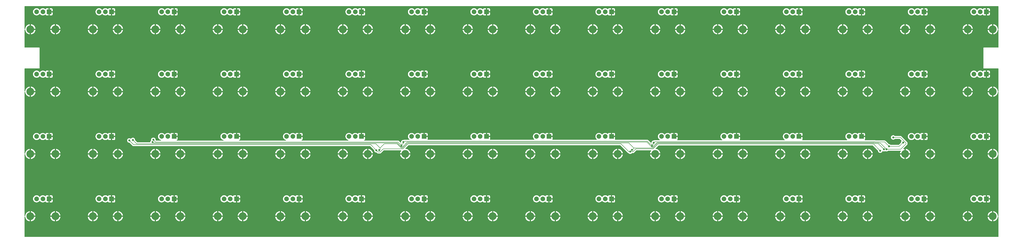
<source format=gtl>
G04 #@! TF.GenerationSoftware,KiCad,Pcbnew,9.0.6*
G04 #@! TF.CreationDate,2025-12-16T13:31:53+01:00*
G04 #@! TF.ProjectId,Pots,506f7473-2e6b-4696-9361-645f70636258,rev?*
G04 #@! TF.SameCoordinates,Original*
G04 #@! TF.FileFunction,Copper,L1,Top*
G04 #@! TF.FilePolarity,Positive*
%FSLAX46Y46*%
G04 Gerber Fmt 4.6, Leading zero omitted, Abs format (unit mm)*
G04 Created by KiCad (PCBNEW 9.0.6) date 2025-12-16 13:31:53*
%MOMM*%
%LPD*%
G01*
G04 APERTURE LIST*
G04 #@! TA.AperFunction,ComponentPad*
%ADD10C,4.000000*%
G04 #@! TD*
G04 #@! TA.AperFunction,ComponentPad*
%ADD11R,1.860400X1.860400*%
G04 #@! TD*
G04 #@! TA.AperFunction,ComponentPad*
%ADD12C,1.860400*%
G04 #@! TD*
G04 #@! TA.AperFunction,ComponentPad*
%ADD13C,3.116000*%
G04 #@! TD*
G04 #@! TA.AperFunction,ViaPad*
%ADD14C,0.800000*%
G04 #@! TD*
G04 #@! TA.AperFunction,Conductor*
%ADD15C,0.200000*%
G04 #@! TD*
G04 APERTURE END LIST*
D10*
X316500000Y-164000000D03*
D11*
X231500000Y-157000000D03*
D12*
X229000000Y-157000000D03*
X226500000Y-157000000D03*
D13*
X234000000Y-164000000D03*
X224000000Y-164000000D03*
D10*
X516500000Y-164000000D03*
D11*
X331500000Y-157000000D03*
D12*
X329000000Y-157000000D03*
X326500000Y-157000000D03*
D13*
X334000000Y-164000000D03*
X324000000Y-164000000D03*
D11*
X281500000Y-182000000D03*
D12*
X279000000Y-182000000D03*
X276500000Y-182000000D03*
D13*
X284000000Y-189000000D03*
X274000000Y-189000000D03*
D10*
X366500000Y-239000000D03*
X516500000Y-239000000D03*
D11*
X406500000Y-157000000D03*
D12*
X404000000Y-157000000D03*
X401500000Y-157000000D03*
D13*
X409000000Y-164000000D03*
X399000000Y-164000000D03*
D11*
X531500000Y-157000000D03*
D12*
X529000000Y-157000000D03*
X526500000Y-157000000D03*
D13*
X534000000Y-164000000D03*
X524000000Y-164000000D03*
D10*
X216500000Y-214000000D03*
D11*
X431500000Y-232000000D03*
D12*
X429000000Y-232000000D03*
X426500000Y-232000000D03*
D13*
X434000000Y-239000000D03*
X424000000Y-239000000D03*
D11*
X306500000Y-157000000D03*
D12*
X304000000Y-157000000D03*
X301500000Y-157000000D03*
D13*
X309000000Y-164000000D03*
X299000000Y-164000000D03*
D11*
X181500000Y-182000000D03*
D12*
X179000000Y-182000000D03*
X176500000Y-182000000D03*
D13*
X184000000Y-189000000D03*
X174000000Y-189000000D03*
D10*
X266500000Y-214000000D03*
D11*
X156500000Y-182000000D03*
D12*
X154000000Y-182000000D03*
X151500000Y-182000000D03*
D13*
X159000000Y-189000000D03*
X149000000Y-189000000D03*
D10*
X416500000Y-214000000D03*
D11*
X481500000Y-232000000D03*
D12*
X479000000Y-232000000D03*
X476500000Y-232000000D03*
D13*
X484000000Y-239000000D03*
X474000000Y-239000000D03*
D11*
X206500000Y-207000000D03*
D12*
X204000000Y-207000000D03*
X201500000Y-207000000D03*
D13*
X209000000Y-214000000D03*
X199000000Y-214000000D03*
D11*
X356500000Y-157000000D03*
D12*
X354000000Y-157000000D03*
X351500000Y-157000000D03*
D13*
X359000000Y-164000000D03*
X349000000Y-164000000D03*
D11*
X506500000Y-232000000D03*
D12*
X504000000Y-232000000D03*
X501500000Y-232000000D03*
D13*
X509000000Y-239000000D03*
X499000000Y-239000000D03*
D11*
X531500000Y-232000000D03*
D12*
X529000000Y-232000000D03*
X526500000Y-232000000D03*
D13*
X534000000Y-239000000D03*
X524000000Y-239000000D03*
D11*
X381500000Y-207000000D03*
D12*
X379000000Y-207000000D03*
X376500000Y-207000000D03*
D13*
X384000000Y-214000000D03*
X374000000Y-214000000D03*
D11*
X481500000Y-207000000D03*
D12*
X479000000Y-207000000D03*
X476500000Y-207000000D03*
D13*
X484000000Y-214000000D03*
X474000000Y-214000000D03*
D11*
X456500000Y-182000000D03*
D12*
X454000000Y-182000000D03*
X451500000Y-182000000D03*
D13*
X459000000Y-189000000D03*
X449000000Y-189000000D03*
D11*
X181500000Y-232000000D03*
D12*
X179000000Y-232000000D03*
X176500000Y-232000000D03*
D13*
X184000000Y-239000000D03*
X174000000Y-239000000D03*
D11*
X181500000Y-207000000D03*
D12*
X179000000Y-207000000D03*
X176500000Y-207000000D03*
D13*
X184000000Y-214000000D03*
X174000000Y-214000000D03*
D11*
X281500000Y-232000000D03*
D12*
X279000000Y-232000000D03*
X276500000Y-232000000D03*
D13*
X284000000Y-239000000D03*
X274000000Y-239000000D03*
D11*
X381500000Y-157000000D03*
D12*
X379000000Y-157000000D03*
X376500000Y-157000000D03*
D13*
X384000000Y-164000000D03*
X374000000Y-164000000D03*
D11*
X256500000Y-157000000D03*
D12*
X254000000Y-157000000D03*
X251500000Y-157000000D03*
D13*
X259000000Y-164000000D03*
X249000000Y-164000000D03*
D11*
X231500000Y-207000000D03*
D12*
X229000000Y-207000000D03*
X226500000Y-207000000D03*
D13*
X234000000Y-214000000D03*
X224000000Y-214000000D03*
D10*
X466500000Y-189000000D03*
X341500000Y-189000000D03*
D11*
X156500000Y-157000000D03*
D12*
X154000000Y-157000000D03*
X151500000Y-157000000D03*
D13*
X159000000Y-164000000D03*
X149000000Y-164000000D03*
D11*
X281500000Y-157000000D03*
D12*
X279000000Y-157000000D03*
X276500000Y-157000000D03*
D13*
X284000000Y-164000000D03*
X274000000Y-164000000D03*
D11*
X381500000Y-182000000D03*
D12*
X379000000Y-182000000D03*
X376500000Y-182000000D03*
D13*
X384000000Y-189000000D03*
X374000000Y-189000000D03*
D11*
X356500000Y-182000000D03*
D12*
X354000000Y-182000000D03*
X351500000Y-182000000D03*
D13*
X359000000Y-189000000D03*
X349000000Y-189000000D03*
D11*
X406500000Y-207000000D03*
D12*
X404000000Y-207000000D03*
X401500000Y-207000000D03*
D13*
X409000000Y-214000000D03*
X399000000Y-214000000D03*
D10*
X166500000Y-164000000D03*
X266500000Y-189000000D03*
D11*
X231500000Y-182000000D03*
D12*
X229000000Y-182000000D03*
X226500000Y-182000000D03*
D13*
X234000000Y-189000000D03*
X224000000Y-189000000D03*
D11*
X531500000Y-182000000D03*
D12*
X529000000Y-182000000D03*
X526500000Y-182000000D03*
D13*
X534000000Y-189000000D03*
X524000000Y-189000000D03*
D10*
X166500000Y-239000000D03*
D11*
X206500000Y-157000000D03*
D12*
X204000000Y-157000000D03*
X201500000Y-157000000D03*
D13*
X209000000Y-164000000D03*
X199000000Y-164000000D03*
D11*
X481500000Y-157000000D03*
D12*
X479000000Y-157000000D03*
X476500000Y-157000000D03*
D13*
X484000000Y-164000000D03*
X474000000Y-164000000D03*
D11*
X231500000Y-232000000D03*
D12*
X229000000Y-232000000D03*
X226500000Y-232000000D03*
D13*
X234000000Y-239000000D03*
X224000000Y-239000000D03*
D11*
X381500000Y-232000000D03*
D12*
X379000000Y-232000000D03*
X376500000Y-232000000D03*
D13*
X384000000Y-239000000D03*
X374000000Y-239000000D03*
D11*
X456500000Y-232000000D03*
D12*
X454000000Y-232000000D03*
X451500000Y-232000000D03*
D13*
X459000000Y-239000000D03*
X449000000Y-239000000D03*
D11*
X506500000Y-207000000D03*
D12*
X504000000Y-207000000D03*
X501500000Y-207000000D03*
D13*
X509000000Y-214000000D03*
X499000000Y-214000000D03*
D11*
X306500000Y-207000000D03*
D12*
X304000000Y-207000000D03*
X301500000Y-207000000D03*
D13*
X309000000Y-214000000D03*
X299000000Y-214000000D03*
D11*
X456500000Y-157000000D03*
D12*
X454000000Y-157000000D03*
X451500000Y-157000000D03*
D13*
X459000000Y-164000000D03*
X449000000Y-164000000D03*
D11*
X506500000Y-157000000D03*
D12*
X504000000Y-157000000D03*
X501500000Y-157000000D03*
D13*
X509000000Y-164000000D03*
X499000000Y-164000000D03*
D10*
X216500000Y-189000000D03*
D11*
X306500000Y-182000000D03*
D12*
X304000000Y-182000000D03*
X301500000Y-182000000D03*
D13*
X309000000Y-189000000D03*
X299000000Y-189000000D03*
D11*
X356500000Y-232000000D03*
D12*
X354000000Y-232000000D03*
X351500000Y-232000000D03*
D13*
X359000000Y-239000000D03*
X349000000Y-239000000D03*
D11*
X256500000Y-232000000D03*
D12*
X254000000Y-232000000D03*
X251500000Y-232000000D03*
D13*
X259000000Y-239000000D03*
X249000000Y-239000000D03*
D11*
X406500000Y-232000000D03*
D12*
X404000000Y-232000000D03*
X401500000Y-232000000D03*
D13*
X409000000Y-239000000D03*
X399000000Y-239000000D03*
D11*
X331500000Y-182000000D03*
D12*
X329000000Y-182000000D03*
X326500000Y-182000000D03*
D13*
X334000000Y-189000000D03*
X324000000Y-189000000D03*
D11*
X256500000Y-182000000D03*
D12*
X254000000Y-182000000D03*
X251500000Y-182000000D03*
D13*
X259000000Y-189000000D03*
X249000000Y-189000000D03*
D11*
X481500000Y-182000000D03*
D12*
X479000000Y-182000000D03*
X476500000Y-182000000D03*
D13*
X484000000Y-189000000D03*
X474000000Y-189000000D03*
D11*
X506500000Y-182000000D03*
D12*
X504000000Y-182000000D03*
X501500000Y-182000000D03*
D13*
X509000000Y-189000000D03*
X499000000Y-189000000D03*
D11*
X281500000Y-207000000D03*
D12*
X279000000Y-207000000D03*
X276500000Y-207000000D03*
D13*
X284000000Y-214000000D03*
X274000000Y-214000000D03*
D11*
X156500000Y-207000000D03*
D12*
X154000000Y-207000000D03*
X151500000Y-207000000D03*
D13*
X159000000Y-214000000D03*
X149000000Y-214000000D03*
D10*
X466500000Y-214000000D03*
D11*
X331500000Y-232000000D03*
D12*
X329000000Y-232000000D03*
X326500000Y-232000000D03*
D13*
X334000000Y-239000000D03*
X324000000Y-239000000D03*
D11*
X406500000Y-182000000D03*
D12*
X404000000Y-182000000D03*
X401500000Y-182000000D03*
D13*
X409000000Y-189000000D03*
X399000000Y-189000000D03*
D11*
X206500000Y-232000000D03*
D12*
X204000000Y-232000000D03*
X201500000Y-232000000D03*
D13*
X209000000Y-239000000D03*
X199000000Y-239000000D03*
D11*
X306500000Y-232000000D03*
D12*
X304000000Y-232000000D03*
X301500000Y-232000000D03*
D13*
X309000000Y-239000000D03*
X299000000Y-239000000D03*
D11*
X256500000Y-207000000D03*
D12*
X254000000Y-207000000D03*
X251500000Y-207000000D03*
D13*
X259000000Y-214000000D03*
X249000000Y-214000000D03*
D10*
X366500000Y-164000000D03*
D11*
X431500000Y-182000000D03*
D12*
X429000000Y-182000000D03*
X426500000Y-182000000D03*
D13*
X434000000Y-189000000D03*
X424000000Y-189000000D03*
D11*
X531500000Y-207000000D03*
D12*
X529000000Y-207000000D03*
X526500000Y-207000000D03*
D13*
X534000000Y-214000000D03*
X524000000Y-214000000D03*
D11*
X356500000Y-207000000D03*
D12*
X354000000Y-207000000D03*
X351500000Y-207000000D03*
D13*
X359000000Y-214000000D03*
X349000000Y-214000000D03*
D11*
X206500000Y-182000000D03*
D12*
X204000000Y-182000000D03*
X201500000Y-182000000D03*
D13*
X209000000Y-189000000D03*
X199000000Y-189000000D03*
D10*
X316500000Y-239000000D03*
D11*
X156500000Y-232000000D03*
D12*
X154000000Y-232000000D03*
X151500000Y-232000000D03*
D13*
X159000000Y-239000000D03*
X149000000Y-239000000D03*
D11*
X331500000Y-207000000D03*
D12*
X329000000Y-207000000D03*
X326500000Y-207000000D03*
D13*
X334000000Y-214000000D03*
X324000000Y-214000000D03*
D11*
X431500000Y-207000000D03*
D12*
X429000000Y-207000000D03*
X426500000Y-207000000D03*
D13*
X434000000Y-214000000D03*
X424000000Y-214000000D03*
D10*
X416500000Y-189000000D03*
D11*
X181500000Y-157000000D03*
D12*
X179000000Y-157000000D03*
X176500000Y-157000000D03*
D13*
X184000000Y-164000000D03*
X174000000Y-164000000D03*
D11*
X456500000Y-207000000D03*
D12*
X454000000Y-207000000D03*
X451500000Y-207000000D03*
D13*
X459000000Y-214000000D03*
X449000000Y-214000000D03*
D11*
X431500000Y-157000000D03*
D12*
X429000000Y-157000000D03*
X426500000Y-157000000D03*
D13*
X434000000Y-164000000D03*
X424000000Y-164000000D03*
D10*
X341500000Y-214000000D03*
D14*
X198205000Y-208340000D03*
X298205000Y-209290000D03*
X492505000Y-210962000D03*
X498205000Y-209390000D03*
X398405000Y-209490000D03*
X389005000Y-213090000D03*
X489005000Y-212690000D03*
X188605000Y-208590000D03*
X287433000Y-212518000D03*
X494205000Y-207390000D03*
X197896475Y-209214155D03*
X397705000Y-210717000D03*
X297505000Y-210717000D03*
X491505000Y-212090000D03*
X190005000Y-208390000D03*
X389705000Y-212390000D03*
X490518432Y-212103432D03*
X288605000Y-212490000D03*
X492055000Y-175040000D03*
X167905000Y-227990000D03*
X491505000Y-226590000D03*
X181305000Y-216090000D03*
X272155000Y-205890000D03*
X430155000Y-215390000D03*
X312305000Y-224690000D03*
X510405000Y-227240000D03*
X281605000Y-217490000D03*
X253205000Y-236640000D03*
X491805000Y-218990000D03*
X242755000Y-222740000D03*
X390855000Y-198440000D03*
X165155000Y-207790000D03*
X443005000Y-200440000D03*
X481255000Y-216640000D03*
X364805000Y-175190000D03*
X527455000Y-210890000D03*
X342005000Y-179040000D03*
X486355000Y-223240000D03*
X355205000Y-200340000D03*
X428655000Y-202040000D03*
X456705000Y-199540000D03*
X328605000Y-199440000D03*
X345605000Y-203040000D03*
X490255000Y-197540000D03*
X461055000Y-225990000D03*
X230605000Y-236740000D03*
X290005000Y-196740000D03*
X367105000Y-205990000D03*
X318505000Y-185040000D03*
X506755000Y-216640000D03*
X210955000Y-174840000D03*
X292805000Y-188990000D03*
X367055000Y-225940000D03*
X260355000Y-224590000D03*
X186705000Y-222340000D03*
X392755000Y-185890000D03*
X470205000Y-194690000D03*
X271405000Y-176290000D03*
X293705000Y-207540000D03*
X419855000Y-226390000D03*
X169855000Y-184390000D03*
X440905000Y-226140000D03*
X527205000Y-235140000D03*
X481305000Y-186290000D03*
X365005000Y-193690000D03*
X444705000Y-176190000D03*
X409505000Y-223190000D03*
X192455000Y-172240000D03*
X466405000Y-177390000D03*
X286805000Y-224490000D03*
X517305000Y-209290000D03*
X268955000Y-241090000D03*
X338455000Y-226590000D03*
X517505000Y-180440000D03*
X219955000Y-225490000D03*
X315005000Y-205490000D03*
X241105000Y-201390000D03*
X491705000Y-206790000D03*
X316555000Y-180790000D03*
X393155000Y-206240000D03*
D15*
X397443873Y-210090000D02*
X397005000Y-210090000D01*
X496633000Y-210962000D02*
X498205000Y-209390000D01*
X198205000Y-208390000D02*
X199055000Y-209240000D01*
X298205000Y-209290000D02*
X298205000Y-209790000D01*
X298205000Y-209790000D02*
X297905000Y-210090000D01*
X398405000Y-209490000D02*
X398405000Y-209988000D01*
X395855000Y-208940000D02*
X298555000Y-208940000D01*
X492505000Y-210962000D02*
X496633000Y-210962000D01*
X398405000Y-209988000D02*
X398304000Y-210089000D01*
X488526724Y-209184000D02*
X486890586Y-209184000D01*
X486890586Y-209184000D02*
X486762586Y-209056000D01*
X398304000Y-210089000D02*
X397444873Y-210089000D01*
X298555000Y-208940000D02*
X298205000Y-209290000D01*
X488532724Y-209190000D02*
X488526724Y-209184000D01*
X199055000Y-209240000D02*
X296055000Y-209240000D01*
X296055000Y-209240000D02*
X296905000Y-210090000D01*
X397444873Y-210089000D02*
X397443873Y-210090000D01*
X198205000Y-208340000D02*
X198205000Y-208390000D01*
X490733000Y-209190000D02*
X488532724Y-209190000D01*
X398839000Y-209056000D02*
X398405000Y-209490000D01*
X486762586Y-209056000D02*
X398839000Y-209056000D01*
X296905000Y-210090000D02*
X297905000Y-210090000D01*
X397005000Y-210090000D02*
X395855000Y-208940000D01*
X492505000Y-210962000D02*
X490733000Y-209190000D01*
X188605000Y-208590000D02*
X190305000Y-210290000D01*
X300062586Y-209924000D02*
X298040586Y-211946000D01*
X486355000Y-210040000D02*
X400055000Y-210040000D01*
X290149000Y-211946000D02*
X288905000Y-213190000D01*
X400055000Y-210040000D02*
X398149000Y-211946000D01*
X390093127Y-213090000D02*
X388405000Y-213090000D01*
X285205000Y-210290000D02*
X287433000Y-212518000D01*
X288905000Y-213190000D02*
X288105000Y-213190000D01*
X385239000Y-209924000D02*
X300062586Y-209924000D01*
X298040586Y-211946000D02*
X290149000Y-211946000D01*
X190305000Y-210290000D02*
X285205000Y-210290000D01*
X391237127Y-211946000D02*
X390093127Y-213090000D01*
X398149000Y-211946000D02*
X391237127Y-211946000D01*
X288105000Y-213190000D02*
X287433000Y-212518000D01*
X388405000Y-213090000D02*
X385239000Y-209924000D01*
X489005000Y-212690000D02*
X486355000Y-210040000D01*
X297505000Y-211290000D02*
X297768862Y-211290000D01*
X297768862Y-211290000D02*
X299790862Y-209268000D01*
X399783276Y-209384000D02*
X486626724Y-209384000D01*
X198250320Y-209568000D02*
X197896475Y-209214155D01*
X488390862Y-209512000D02*
X488518862Y-209640000D01*
X395683000Y-209268000D02*
X397705000Y-211290000D01*
X499305000Y-209990000D02*
X499305000Y-209601873D01*
X491505000Y-212090000D02*
X497205000Y-212090000D01*
X297505000Y-210717000D02*
X297505000Y-211290000D01*
X397877276Y-211290000D02*
X399783276Y-209384000D01*
X486626724Y-209384000D02*
X486754724Y-209512000D01*
X297505000Y-211290000D02*
X295783000Y-209568000D01*
X488518862Y-209640000D02*
X489055000Y-209640000D01*
X489055000Y-209640000D02*
X491505000Y-212090000D01*
X299790862Y-209268000D02*
X395683000Y-209268000D01*
X397705000Y-210717000D02*
X397705000Y-211290000D01*
X486754724Y-209512000D02*
X488390862Y-209512000D01*
X497205000Y-212090000D02*
X499305000Y-209990000D01*
X497093127Y-207390000D02*
X494205000Y-207390000D01*
X397705000Y-211290000D02*
X397877276Y-211290000D01*
X295783000Y-209568000D02*
X198250320Y-209568000D01*
X499305000Y-209601873D02*
X497093127Y-207390000D01*
X288905000Y-211618000D02*
X290627000Y-209896000D01*
X488255000Y-209840000D02*
X486618862Y-209840000D01*
X191511000Y-209896000D02*
X190005000Y-208390000D01*
X486618862Y-209840000D02*
X486490862Y-209712000D01*
X297904724Y-211618000D02*
X299926724Y-209596000D01*
X288905000Y-211618000D02*
X287183000Y-209896000D01*
X288605000Y-212490000D02*
X288905000Y-212190000D01*
X398013138Y-211618000D02*
X390405000Y-211618000D01*
X486490862Y-209712000D02*
X399919138Y-209712000D01*
X299926724Y-209596000D02*
X388383000Y-209596000D01*
X390405000Y-211790000D02*
X390405000Y-211618000D01*
X389705000Y-212390000D02*
X389805000Y-212390000D01*
X288905000Y-212190000D02*
X288905000Y-211618000D01*
X490518432Y-212103432D02*
X488255000Y-209840000D01*
X388383000Y-209596000D02*
X390405000Y-211618000D01*
X297369138Y-211618000D02*
X297904724Y-211618000D01*
X295647138Y-209896000D02*
X297369138Y-211618000D01*
X399919138Y-209712000D02*
X398013138Y-211618000D01*
X290627000Y-209896000D02*
X295647138Y-209896000D01*
X389805000Y-212390000D02*
X390405000Y-211790000D01*
X287183000Y-209896000D02*
X191511000Y-209896000D01*
G04 #@! TA.AperFunction,Conductor*
G36*
X536242539Y-154720185D02*
G01*
X536288294Y-154772989D01*
X536299500Y-154824500D01*
X536299500Y-163807612D01*
X536279815Y-163874651D01*
X536227011Y-163920406D01*
X536157853Y-163930350D01*
X536094297Y-163901325D01*
X536056523Y-163842547D01*
X536052561Y-163823797D01*
X536022788Y-163597653D01*
X536022785Y-163597640D01*
X535952963Y-163337058D01*
X535952960Y-163337048D01*
X535849726Y-163087820D01*
X535849721Y-163087809D01*
X535714840Y-162854190D01*
X535714829Y-162854174D01*
X535550607Y-162640156D01*
X535550601Y-162640149D01*
X535359850Y-162449398D01*
X535359843Y-162449392D01*
X535145825Y-162285170D01*
X535145809Y-162285159D01*
X534912190Y-162150278D01*
X534912179Y-162150273D01*
X534662951Y-162047039D01*
X534662941Y-162047036D01*
X534402355Y-161977213D01*
X534250000Y-161957153D01*
X534250000Y-162979156D01*
X534103416Y-162950000D01*
X533896584Y-162950000D01*
X533750000Y-162979156D01*
X533750000Y-161957153D01*
X533597644Y-161977213D01*
X533337058Y-162047036D01*
X533337048Y-162047039D01*
X533087820Y-162150273D01*
X533087809Y-162150278D01*
X532854190Y-162285159D01*
X532854174Y-162285170D01*
X532640156Y-162449392D01*
X532640149Y-162449398D01*
X532449398Y-162640149D01*
X532449392Y-162640156D01*
X532285170Y-162854174D01*
X532285159Y-162854190D01*
X532150278Y-163087809D01*
X532150273Y-163087820D01*
X532047039Y-163337048D01*
X532047036Y-163337058D01*
X531977214Y-163597640D01*
X531977212Y-163597651D01*
X531957154Y-163750000D01*
X532979157Y-163750000D01*
X532950000Y-163896584D01*
X532950000Y-164103416D01*
X532979157Y-164250000D01*
X531957155Y-164250000D01*
X531977212Y-164402348D01*
X531977214Y-164402359D01*
X532047036Y-164662941D01*
X532047039Y-164662951D01*
X532150273Y-164912179D01*
X532150278Y-164912190D01*
X532285159Y-165145809D01*
X532285170Y-165145825D01*
X532449392Y-165359843D01*
X532449398Y-165359850D01*
X532640149Y-165550601D01*
X532640156Y-165550607D01*
X532854174Y-165714829D01*
X532854190Y-165714840D01*
X533087809Y-165849721D01*
X533087820Y-165849726D01*
X533337048Y-165952960D01*
X533337058Y-165952963D01*
X533597640Y-166022785D01*
X533597651Y-166022787D01*
X533750000Y-166042845D01*
X533750000Y-165020843D01*
X533896584Y-165050000D01*
X534103416Y-165050000D01*
X534250000Y-165020843D01*
X534250000Y-166042845D01*
X534402348Y-166022787D01*
X534402359Y-166022785D01*
X534662941Y-165952963D01*
X534662951Y-165952960D01*
X534912179Y-165849726D01*
X534912190Y-165849721D01*
X535145809Y-165714840D01*
X535145825Y-165714829D01*
X535359843Y-165550607D01*
X535359850Y-165550601D01*
X535550601Y-165359850D01*
X535550607Y-165359843D01*
X535714829Y-165145825D01*
X535714840Y-165145809D01*
X535849721Y-164912190D01*
X535849726Y-164912179D01*
X535952960Y-164662951D01*
X535952963Y-164662941D01*
X536022785Y-164402359D01*
X536022788Y-164402346D01*
X536052561Y-164176202D01*
X536080827Y-164112305D01*
X536139152Y-164073834D01*
X536209017Y-164073003D01*
X536268240Y-164110075D01*
X536298019Y-164173281D01*
X536299500Y-164192387D01*
X536299500Y-171175500D01*
X536279815Y-171242539D01*
X536227011Y-171288294D01*
X536175500Y-171299500D01*
X530465116Y-171299500D01*
X530391425Y-171330024D01*
X530335024Y-171386425D01*
X530304500Y-171460116D01*
X530304500Y-171460118D01*
X530304500Y-179460118D01*
X530304500Y-179539882D01*
X530335024Y-179613574D01*
X530391426Y-179669976D01*
X530465118Y-179700500D01*
X536180476Y-179700500D01*
X536247515Y-179720185D01*
X536293270Y-179772989D01*
X536304475Y-179824508D01*
X536304215Y-183373550D01*
X536303813Y-188840381D01*
X536284124Y-188907419D01*
X536231316Y-188953170D01*
X536162157Y-188963109D01*
X536098603Y-188934079D01*
X536060833Y-188875298D01*
X536056874Y-188856557D01*
X536022788Y-188597653D01*
X536022785Y-188597640D01*
X535952963Y-188337058D01*
X535952960Y-188337048D01*
X535849726Y-188087820D01*
X535849721Y-188087809D01*
X535714840Y-187854190D01*
X535714829Y-187854174D01*
X535550607Y-187640156D01*
X535550601Y-187640149D01*
X535359850Y-187449398D01*
X535359843Y-187449392D01*
X535145825Y-187285170D01*
X535145809Y-187285159D01*
X534912190Y-187150278D01*
X534912179Y-187150273D01*
X534662951Y-187047039D01*
X534662941Y-187047036D01*
X534402355Y-186977213D01*
X534250000Y-186957153D01*
X534250000Y-187979156D01*
X534103416Y-187950000D01*
X533896584Y-187950000D01*
X533750000Y-187979156D01*
X533750000Y-186957153D01*
X533597644Y-186977213D01*
X533337058Y-187047036D01*
X533337048Y-187047039D01*
X533087820Y-187150273D01*
X533087809Y-187150278D01*
X532854190Y-187285159D01*
X532854174Y-187285170D01*
X532640156Y-187449392D01*
X532640149Y-187449398D01*
X532449398Y-187640149D01*
X532449392Y-187640156D01*
X532285170Y-187854174D01*
X532285159Y-187854190D01*
X532150278Y-188087809D01*
X532150273Y-188087820D01*
X532047039Y-188337048D01*
X532047036Y-188337058D01*
X531977214Y-188597640D01*
X531977212Y-188597651D01*
X531957154Y-188750000D01*
X532979157Y-188750000D01*
X532950000Y-188896584D01*
X532950000Y-189103416D01*
X532979157Y-189250000D01*
X531957155Y-189250000D01*
X531977212Y-189402348D01*
X531977214Y-189402359D01*
X532047036Y-189662941D01*
X532047039Y-189662951D01*
X532150273Y-189912179D01*
X532150278Y-189912190D01*
X532285159Y-190145809D01*
X532285170Y-190145825D01*
X532449392Y-190359843D01*
X532449398Y-190359850D01*
X532640149Y-190550601D01*
X532640156Y-190550607D01*
X532854174Y-190714829D01*
X532854190Y-190714840D01*
X533087809Y-190849721D01*
X533087820Y-190849726D01*
X533337048Y-190952960D01*
X533337058Y-190952963D01*
X533597640Y-191022785D01*
X533597651Y-191022787D01*
X533750000Y-191042845D01*
X533750000Y-190020843D01*
X533896584Y-190050000D01*
X534103416Y-190050000D01*
X534250000Y-190020843D01*
X534250000Y-191042845D01*
X534402348Y-191022787D01*
X534402359Y-191022785D01*
X534662941Y-190952963D01*
X534662951Y-190952960D01*
X534912179Y-190849726D01*
X534912190Y-190849721D01*
X535145809Y-190714840D01*
X535145825Y-190714829D01*
X535359843Y-190550607D01*
X535359850Y-190550601D01*
X535550601Y-190359850D01*
X535550607Y-190359843D01*
X535714829Y-190145825D01*
X535714840Y-190145809D01*
X535849721Y-189912190D01*
X535849726Y-189912179D01*
X535952960Y-189662951D01*
X535952963Y-189662941D01*
X536022785Y-189402359D01*
X536022788Y-189402346D01*
X536056850Y-189143620D01*
X536085116Y-189079723D01*
X536143441Y-189041252D01*
X536213305Y-189040421D01*
X536272529Y-189077493D01*
X536302308Y-189140699D01*
X536303789Y-189159814D01*
X536301976Y-213826428D01*
X536282287Y-213893466D01*
X536229479Y-213939217D01*
X536160320Y-213949156D01*
X536096766Y-213920126D01*
X536058996Y-213861345D01*
X536055037Y-213842604D01*
X536022788Y-213597653D01*
X536022785Y-213597640D01*
X535952963Y-213337058D01*
X535952960Y-213337048D01*
X535849726Y-213087820D01*
X535849721Y-213087809D01*
X535714840Y-212854190D01*
X535714829Y-212854174D01*
X535550607Y-212640156D01*
X535550601Y-212640149D01*
X535359850Y-212449398D01*
X535359843Y-212449392D01*
X535145825Y-212285170D01*
X535145809Y-212285159D01*
X534912190Y-212150278D01*
X534912179Y-212150273D01*
X534662951Y-212047039D01*
X534662941Y-212047036D01*
X534402355Y-211977213D01*
X534250000Y-211957153D01*
X534250000Y-212979156D01*
X534103416Y-212950000D01*
X533896584Y-212950000D01*
X533750000Y-212979156D01*
X533750000Y-211957153D01*
X533597644Y-211977213D01*
X533337058Y-212047036D01*
X533337048Y-212047039D01*
X533087820Y-212150273D01*
X533087809Y-212150278D01*
X532854190Y-212285159D01*
X532854174Y-212285170D01*
X532640156Y-212449392D01*
X532640149Y-212449398D01*
X532449398Y-212640149D01*
X532449392Y-212640156D01*
X532285170Y-212854174D01*
X532285159Y-212854190D01*
X532150278Y-213087809D01*
X532150273Y-213087820D01*
X532047039Y-213337048D01*
X532047036Y-213337058D01*
X531977214Y-213597640D01*
X531977212Y-213597651D01*
X531957154Y-213750000D01*
X532979157Y-213750000D01*
X532950000Y-213896584D01*
X532950000Y-214103416D01*
X532979157Y-214250000D01*
X531957155Y-214250000D01*
X531977212Y-214402348D01*
X531977214Y-214402359D01*
X532047036Y-214662941D01*
X532047039Y-214662951D01*
X532150273Y-214912179D01*
X532150278Y-214912190D01*
X532285159Y-215145809D01*
X532285170Y-215145825D01*
X532449392Y-215359843D01*
X532449398Y-215359850D01*
X532640149Y-215550601D01*
X532640156Y-215550607D01*
X532854174Y-215714829D01*
X532854190Y-215714840D01*
X533087809Y-215849721D01*
X533087820Y-215849726D01*
X533337048Y-215952960D01*
X533337058Y-215952963D01*
X533597640Y-216022785D01*
X533597651Y-216022787D01*
X533750000Y-216042845D01*
X533750000Y-215020843D01*
X533896584Y-215050000D01*
X534103416Y-215050000D01*
X534250000Y-215020843D01*
X534250000Y-216042845D01*
X534402348Y-216022787D01*
X534402359Y-216022785D01*
X534662941Y-215952963D01*
X534662951Y-215952960D01*
X534912179Y-215849726D01*
X534912190Y-215849721D01*
X535145809Y-215714840D01*
X535145825Y-215714829D01*
X535359843Y-215550607D01*
X535359850Y-215550601D01*
X535550601Y-215359850D01*
X535550607Y-215359843D01*
X535714829Y-215145825D01*
X535714840Y-215145809D01*
X535849721Y-214912190D01*
X535849726Y-214912179D01*
X535952960Y-214662951D01*
X535952963Y-214662941D01*
X536022785Y-214402359D01*
X536022788Y-214402346D01*
X536055011Y-214157589D01*
X536083277Y-214093692D01*
X536141602Y-214055221D01*
X536211466Y-214054390D01*
X536270690Y-214091462D01*
X536300469Y-214154668D01*
X536301950Y-214173783D01*
X536300138Y-238812474D01*
X536280449Y-238879512D01*
X536227641Y-238925263D01*
X536158482Y-238935202D01*
X536094928Y-238906172D01*
X536057158Y-238847391D01*
X536053199Y-238828650D01*
X536022788Y-238597653D01*
X536022785Y-238597640D01*
X535952963Y-238337058D01*
X535952960Y-238337048D01*
X535849726Y-238087820D01*
X535849721Y-238087809D01*
X535714840Y-237854190D01*
X535714829Y-237854174D01*
X535550607Y-237640156D01*
X535550601Y-237640149D01*
X535359850Y-237449398D01*
X535359843Y-237449392D01*
X535145825Y-237285170D01*
X535145809Y-237285159D01*
X534912190Y-237150278D01*
X534912179Y-237150273D01*
X534662951Y-237047039D01*
X534662941Y-237047036D01*
X534402355Y-236977213D01*
X534250000Y-236957153D01*
X534250000Y-237979156D01*
X534103416Y-237950000D01*
X533896584Y-237950000D01*
X533750000Y-237979156D01*
X533750000Y-236957153D01*
X533597644Y-236977213D01*
X533337058Y-237047036D01*
X533337048Y-237047039D01*
X533087820Y-237150273D01*
X533087809Y-237150278D01*
X532854190Y-237285159D01*
X532854174Y-237285170D01*
X532640156Y-237449392D01*
X532640149Y-237449398D01*
X532449398Y-237640149D01*
X532449392Y-237640156D01*
X532285170Y-237854174D01*
X532285159Y-237854190D01*
X532150278Y-238087809D01*
X532150273Y-238087820D01*
X532047039Y-238337048D01*
X532047036Y-238337058D01*
X531977214Y-238597640D01*
X531977212Y-238597651D01*
X531957154Y-238750000D01*
X532979157Y-238750000D01*
X532950000Y-238896584D01*
X532950000Y-239103416D01*
X532979157Y-239250000D01*
X531957155Y-239250000D01*
X531977212Y-239402348D01*
X531977214Y-239402359D01*
X532047036Y-239662941D01*
X532047039Y-239662951D01*
X532150273Y-239912179D01*
X532150278Y-239912190D01*
X532285159Y-240145809D01*
X532285170Y-240145825D01*
X532449392Y-240359843D01*
X532449398Y-240359850D01*
X532640149Y-240550601D01*
X532640156Y-240550607D01*
X532854174Y-240714829D01*
X532854190Y-240714840D01*
X533087809Y-240849721D01*
X533087820Y-240849726D01*
X533337048Y-240952960D01*
X533337058Y-240952963D01*
X533597640Y-241022785D01*
X533597651Y-241022787D01*
X533750000Y-241042845D01*
X533750000Y-240020843D01*
X533896584Y-240050000D01*
X534103416Y-240050000D01*
X534250000Y-240020843D01*
X534250000Y-241042845D01*
X534402348Y-241022787D01*
X534402359Y-241022785D01*
X534662941Y-240952963D01*
X534662951Y-240952960D01*
X534912179Y-240849726D01*
X534912190Y-240849721D01*
X535145809Y-240714840D01*
X535145825Y-240714829D01*
X535359843Y-240550607D01*
X535359850Y-240550601D01*
X535550601Y-240359850D01*
X535550607Y-240359843D01*
X535714829Y-240145825D01*
X535714840Y-240145809D01*
X535849721Y-239912190D01*
X535849726Y-239912179D01*
X535952960Y-239662951D01*
X535952963Y-239662941D01*
X536022785Y-239402359D01*
X536022788Y-239402346D01*
X536053172Y-239171558D01*
X536081438Y-239107661D01*
X536139763Y-239069190D01*
X536209627Y-239068359D01*
X536268851Y-239105431D01*
X536298630Y-239168637D01*
X536300111Y-239187752D01*
X536299524Y-247175509D01*
X536279835Y-247242547D01*
X536227027Y-247288298D01*
X536175524Y-247299500D01*
X146824500Y-247299500D01*
X146757461Y-247279815D01*
X146711706Y-247227011D01*
X146700500Y-247175500D01*
X146700500Y-239192387D01*
X146720185Y-239125348D01*
X146772989Y-239079593D01*
X146842147Y-239069649D01*
X146905703Y-239098674D01*
X146943477Y-239157452D01*
X146947439Y-239176202D01*
X146977211Y-239402346D01*
X146977214Y-239402359D01*
X147047036Y-239662941D01*
X147047039Y-239662951D01*
X147150273Y-239912179D01*
X147150278Y-239912190D01*
X147285159Y-240145809D01*
X147285170Y-240145825D01*
X147449392Y-240359843D01*
X147449398Y-240359850D01*
X147640149Y-240550601D01*
X147640156Y-240550607D01*
X147854174Y-240714829D01*
X147854190Y-240714840D01*
X148087809Y-240849721D01*
X148087820Y-240849726D01*
X148337048Y-240952960D01*
X148337058Y-240952963D01*
X148597640Y-241022785D01*
X148597651Y-241022787D01*
X148750000Y-241042845D01*
X148750000Y-240020843D01*
X148896584Y-240050000D01*
X149103416Y-240050000D01*
X149250000Y-240020843D01*
X149250000Y-241042844D01*
X149402348Y-241022787D01*
X149402359Y-241022785D01*
X149662941Y-240952963D01*
X149662951Y-240952960D01*
X149912179Y-240849726D01*
X149912190Y-240849721D01*
X150145809Y-240714840D01*
X150145825Y-240714829D01*
X150359843Y-240550607D01*
X150359850Y-240550601D01*
X150550601Y-240359850D01*
X150550607Y-240359843D01*
X150714829Y-240145825D01*
X150714840Y-240145809D01*
X150849721Y-239912190D01*
X150849726Y-239912179D01*
X150952960Y-239662951D01*
X150952963Y-239662941D01*
X151022785Y-239402359D01*
X151022787Y-239402348D01*
X151042845Y-239250000D01*
X150020843Y-239250000D01*
X150050000Y-239103416D01*
X150050000Y-238896584D01*
X150020843Y-238750000D01*
X151042845Y-238750000D01*
X156957154Y-238750000D01*
X157979157Y-238750000D01*
X157950000Y-238896584D01*
X157950000Y-239103416D01*
X157979157Y-239250000D01*
X156957155Y-239250000D01*
X156977212Y-239402348D01*
X156977214Y-239402359D01*
X157047036Y-239662941D01*
X157047039Y-239662951D01*
X157150273Y-239912179D01*
X157150278Y-239912190D01*
X157285159Y-240145809D01*
X157285170Y-240145825D01*
X157449392Y-240359843D01*
X157449398Y-240359850D01*
X157640149Y-240550601D01*
X157640156Y-240550607D01*
X157854174Y-240714829D01*
X157854190Y-240714840D01*
X158087809Y-240849721D01*
X158087820Y-240849726D01*
X158337048Y-240952960D01*
X158337058Y-240952963D01*
X158597640Y-241022785D01*
X158597651Y-241022787D01*
X158750000Y-241042845D01*
X158750000Y-240020843D01*
X158896584Y-240050000D01*
X159103416Y-240050000D01*
X159250000Y-240020843D01*
X159250000Y-241042845D01*
X159402348Y-241022787D01*
X159402359Y-241022785D01*
X159662941Y-240952963D01*
X159662951Y-240952960D01*
X159912179Y-240849726D01*
X159912190Y-240849721D01*
X160145809Y-240714840D01*
X160145825Y-240714829D01*
X160359843Y-240550607D01*
X160359850Y-240550601D01*
X160550601Y-240359850D01*
X160550607Y-240359843D01*
X160714829Y-240145825D01*
X160714840Y-240145809D01*
X160849721Y-239912190D01*
X160849726Y-239912179D01*
X160952960Y-239662951D01*
X160952963Y-239662941D01*
X161022785Y-239402359D01*
X161022787Y-239402348D01*
X161042845Y-239250000D01*
X160020843Y-239250000D01*
X160050000Y-239103416D01*
X160050000Y-238896584D01*
X160020843Y-238750000D01*
X161042845Y-238750000D01*
X171957154Y-238750000D01*
X172979157Y-238750000D01*
X172950000Y-238896584D01*
X172950000Y-239103416D01*
X172979157Y-239250000D01*
X171957155Y-239250000D01*
X171977212Y-239402348D01*
X171977214Y-239402359D01*
X172047036Y-239662941D01*
X172047039Y-239662951D01*
X172150273Y-239912179D01*
X172150278Y-239912190D01*
X172285159Y-240145809D01*
X172285170Y-240145825D01*
X172449392Y-240359843D01*
X172449398Y-240359850D01*
X172640149Y-240550601D01*
X172640156Y-240550607D01*
X172854174Y-240714829D01*
X172854190Y-240714840D01*
X173087809Y-240849721D01*
X173087820Y-240849726D01*
X173337048Y-240952960D01*
X173337058Y-240952963D01*
X173597640Y-241022785D01*
X173597651Y-241022787D01*
X173750000Y-241042845D01*
X173750000Y-240020843D01*
X173896584Y-240050000D01*
X174103416Y-240050000D01*
X174250000Y-240020843D01*
X174250000Y-241042844D01*
X174402348Y-241022787D01*
X174402359Y-241022785D01*
X174662941Y-240952963D01*
X174662951Y-240952960D01*
X174912179Y-240849726D01*
X174912190Y-240849721D01*
X175145809Y-240714840D01*
X175145825Y-240714829D01*
X175359843Y-240550607D01*
X175359850Y-240550601D01*
X175550601Y-240359850D01*
X175550607Y-240359843D01*
X175714829Y-240145825D01*
X175714840Y-240145809D01*
X175849721Y-239912190D01*
X175849726Y-239912179D01*
X175952960Y-239662951D01*
X175952963Y-239662941D01*
X176022785Y-239402359D01*
X176022787Y-239402348D01*
X176042845Y-239250000D01*
X175020843Y-239250000D01*
X175050000Y-239103416D01*
X175050000Y-238896584D01*
X175020843Y-238750000D01*
X176042845Y-238750000D01*
X181957154Y-238750000D01*
X182979157Y-238750000D01*
X182950000Y-238896584D01*
X182950000Y-239103416D01*
X182979157Y-239250000D01*
X181957155Y-239250000D01*
X181977212Y-239402348D01*
X181977214Y-239402359D01*
X182047036Y-239662941D01*
X182047039Y-239662951D01*
X182150273Y-239912179D01*
X182150278Y-239912190D01*
X182285159Y-240145809D01*
X182285170Y-240145825D01*
X182449392Y-240359843D01*
X182449398Y-240359850D01*
X182640149Y-240550601D01*
X182640156Y-240550607D01*
X182854174Y-240714829D01*
X182854190Y-240714840D01*
X183087809Y-240849721D01*
X183087820Y-240849726D01*
X183337048Y-240952960D01*
X183337058Y-240952963D01*
X183597640Y-241022785D01*
X183597651Y-241022787D01*
X183750000Y-241042845D01*
X183750000Y-240020843D01*
X183896584Y-240050000D01*
X184103416Y-240050000D01*
X184250000Y-240020843D01*
X184250000Y-241042845D01*
X184402348Y-241022787D01*
X184402359Y-241022785D01*
X184662941Y-240952963D01*
X184662951Y-240952960D01*
X184912179Y-240849726D01*
X184912190Y-240849721D01*
X185145809Y-240714840D01*
X185145825Y-240714829D01*
X185359843Y-240550607D01*
X185359850Y-240550601D01*
X185550601Y-240359850D01*
X185550607Y-240359843D01*
X185714829Y-240145825D01*
X185714840Y-240145809D01*
X185849721Y-239912190D01*
X185849726Y-239912179D01*
X185952960Y-239662951D01*
X185952963Y-239662941D01*
X186022785Y-239402359D01*
X186022787Y-239402348D01*
X186042845Y-239250000D01*
X185020843Y-239250000D01*
X185050000Y-239103416D01*
X185050000Y-238896584D01*
X185020843Y-238750000D01*
X186042845Y-238750000D01*
X196957154Y-238750000D01*
X197979157Y-238750000D01*
X197950000Y-238896584D01*
X197950000Y-239103416D01*
X197979157Y-239250000D01*
X196957155Y-239250000D01*
X196977212Y-239402348D01*
X196977214Y-239402359D01*
X197047036Y-239662941D01*
X197047039Y-239662951D01*
X197150273Y-239912179D01*
X197150278Y-239912190D01*
X197285159Y-240145809D01*
X197285170Y-240145825D01*
X197449392Y-240359843D01*
X197449398Y-240359850D01*
X197640149Y-240550601D01*
X197640156Y-240550607D01*
X197854174Y-240714829D01*
X197854190Y-240714840D01*
X198087809Y-240849721D01*
X198087820Y-240849726D01*
X198337048Y-240952960D01*
X198337058Y-240952963D01*
X198597640Y-241022785D01*
X198597651Y-241022787D01*
X198750000Y-241042845D01*
X198750000Y-240020843D01*
X198896584Y-240050000D01*
X199103416Y-240050000D01*
X199250000Y-240020843D01*
X199250000Y-241042844D01*
X199402348Y-241022787D01*
X199402359Y-241022785D01*
X199662941Y-240952963D01*
X199662951Y-240952960D01*
X199912179Y-240849726D01*
X199912190Y-240849721D01*
X200145809Y-240714840D01*
X200145825Y-240714829D01*
X200359843Y-240550607D01*
X200359850Y-240550601D01*
X200550601Y-240359850D01*
X200550607Y-240359843D01*
X200714829Y-240145825D01*
X200714840Y-240145809D01*
X200849721Y-239912190D01*
X200849726Y-239912179D01*
X200952960Y-239662951D01*
X200952963Y-239662941D01*
X201022785Y-239402359D01*
X201022787Y-239402348D01*
X201042845Y-239250000D01*
X200020843Y-239250000D01*
X200050000Y-239103416D01*
X200050000Y-238896584D01*
X200020843Y-238750000D01*
X201042845Y-238750000D01*
X206957154Y-238750000D01*
X207979157Y-238750000D01*
X207950000Y-238896584D01*
X207950000Y-239103416D01*
X207979157Y-239250000D01*
X206957155Y-239250000D01*
X206977212Y-239402348D01*
X206977214Y-239402359D01*
X207047036Y-239662941D01*
X207047039Y-239662951D01*
X207150273Y-239912179D01*
X207150278Y-239912190D01*
X207285159Y-240145809D01*
X207285170Y-240145825D01*
X207449392Y-240359843D01*
X207449398Y-240359850D01*
X207640149Y-240550601D01*
X207640156Y-240550607D01*
X207854174Y-240714829D01*
X207854190Y-240714840D01*
X208087809Y-240849721D01*
X208087820Y-240849726D01*
X208337048Y-240952960D01*
X208337058Y-240952963D01*
X208597640Y-241022785D01*
X208597651Y-241022787D01*
X208750000Y-241042845D01*
X208750000Y-240020843D01*
X208896584Y-240050000D01*
X209103416Y-240050000D01*
X209250000Y-240020843D01*
X209250000Y-241042845D01*
X209402348Y-241022787D01*
X209402359Y-241022785D01*
X209662941Y-240952963D01*
X209662951Y-240952960D01*
X209912179Y-240849726D01*
X209912190Y-240849721D01*
X210145809Y-240714840D01*
X210145825Y-240714829D01*
X210359843Y-240550607D01*
X210359850Y-240550601D01*
X210550601Y-240359850D01*
X210550607Y-240359843D01*
X210714829Y-240145825D01*
X210714840Y-240145809D01*
X210849721Y-239912190D01*
X210849726Y-239912179D01*
X210952960Y-239662951D01*
X210952963Y-239662941D01*
X211022785Y-239402359D01*
X211022787Y-239402348D01*
X211042845Y-239250000D01*
X210020843Y-239250000D01*
X210050000Y-239103416D01*
X210050000Y-238896584D01*
X210020843Y-238750000D01*
X211042845Y-238750000D01*
X221957154Y-238750000D01*
X222979157Y-238750000D01*
X222950000Y-238896584D01*
X222950000Y-239103416D01*
X222979157Y-239250000D01*
X221957155Y-239250000D01*
X221977212Y-239402348D01*
X221977214Y-239402359D01*
X222047036Y-239662941D01*
X222047039Y-239662951D01*
X222150273Y-239912179D01*
X222150278Y-239912190D01*
X222285159Y-240145809D01*
X222285170Y-240145825D01*
X222449392Y-240359843D01*
X222449398Y-240359850D01*
X222640149Y-240550601D01*
X222640156Y-240550607D01*
X222854174Y-240714829D01*
X222854190Y-240714840D01*
X223087809Y-240849721D01*
X223087820Y-240849726D01*
X223337048Y-240952960D01*
X223337058Y-240952963D01*
X223597640Y-241022785D01*
X223597651Y-241022787D01*
X223750000Y-241042845D01*
X223750000Y-240020843D01*
X223896584Y-240050000D01*
X224103416Y-240050000D01*
X224250000Y-240020843D01*
X224250000Y-241042844D01*
X224402348Y-241022787D01*
X224402359Y-241022785D01*
X224662941Y-240952963D01*
X224662951Y-240952960D01*
X224912179Y-240849726D01*
X224912190Y-240849721D01*
X225145809Y-240714840D01*
X225145825Y-240714829D01*
X225359843Y-240550607D01*
X225359850Y-240550601D01*
X225550601Y-240359850D01*
X225550607Y-240359843D01*
X225714829Y-240145825D01*
X225714840Y-240145809D01*
X225849721Y-239912190D01*
X225849726Y-239912179D01*
X225952960Y-239662951D01*
X225952963Y-239662941D01*
X226022785Y-239402359D01*
X226022787Y-239402348D01*
X226042845Y-239250000D01*
X225020843Y-239250000D01*
X225050000Y-239103416D01*
X225050000Y-238896584D01*
X225020843Y-238750000D01*
X226042845Y-238750000D01*
X231957154Y-238750000D01*
X232979157Y-238750000D01*
X232950000Y-238896584D01*
X232950000Y-239103416D01*
X232979157Y-239250000D01*
X231957155Y-239250000D01*
X231977212Y-239402348D01*
X231977214Y-239402359D01*
X232047036Y-239662941D01*
X232047039Y-239662951D01*
X232150273Y-239912179D01*
X232150278Y-239912190D01*
X232285159Y-240145809D01*
X232285170Y-240145825D01*
X232449392Y-240359843D01*
X232449398Y-240359850D01*
X232640149Y-240550601D01*
X232640156Y-240550607D01*
X232854174Y-240714829D01*
X232854190Y-240714840D01*
X233087809Y-240849721D01*
X233087820Y-240849726D01*
X233337048Y-240952960D01*
X233337058Y-240952963D01*
X233597640Y-241022785D01*
X233597651Y-241022787D01*
X233750000Y-241042845D01*
X233750000Y-240020843D01*
X233896584Y-240050000D01*
X234103416Y-240050000D01*
X234250000Y-240020843D01*
X234250000Y-241042845D01*
X234402348Y-241022787D01*
X234402359Y-241022785D01*
X234662941Y-240952963D01*
X234662951Y-240952960D01*
X234912179Y-240849726D01*
X234912190Y-240849721D01*
X235145809Y-240714840D01*
X235145825Y-240714829D01*
X235359843Y-240550607D01*
X235359850Y-240550601D01*
X235550601Y-240359850D01*
X235550607Y-240359843D01*
X235714829Y-240145825D01*
X235714840Y-240145809D01*
X235849721Y-239912190D01*
X235849726Y-239912179D01*
X235952960Y-239662951D01*
X235952963Y-239662941D01*
X236022785Y-239402359D01*
X236022787Y-239402348D01*
X236042845Y-239250000D01*
X235020843Y-239250000D01*
X235050000Y-239103416D01*
X235050000Y-238896584D01*
X235020843Y-238750000D01*
X236042845Y-238750000D01*
X246957154Y-238750000D01*
X247979157Y-238750000D01*
X247950000Y-238896584D01*
X247950000Y-239103416D01*
X247979157Y-239250000D01*
X246957155Y-239250000D01*
X246977212Y-239402348D01*
X246977214Y-239402359D01*
X247047036Y-239662941D01*
X247047039Y-239662951D01*
X247150273Y-239912179D01*
X247150278Y-239912190D01*
X247285159Y-240145809D01*
X247285170Y-240145825D01*
X247449392Y-240359843D01*
X247449398Y-240359850D01*
X247640149Y-240550601D01*
X247640156Y-240550607D01*
X247854174Y-240714829D01*
X247854190Y-240714840D01*
X248087809Y-240849721D01*
X248087820Y-240849726D01*
X248337048Y-240952960D01*
X248337058Y-240952963D01*
X248597640Y-241022785D01*
X248597651Y-241022787D01*
X248750000Y-241042845D01*
X248750000Y-240020843D01*
X248896584Y-240050000D01*
X249103416Y-240050000D01*
X249250000Y-240020843D01*
X249250000Y-241042844D01*
X249402348Y-241022787D01*
X249402359Y-241022785D01*
X249662941Y-240952963D01*
X249662951Y-240952960D01*
X249912179Y-240849726D01*
X249912190Y-240849721D01*
X250145809Y-240714840D01*
X250145825Y-240714829D01*
X250359843Y-240550607D01*
X250359850Y-240550601D01*
X250550601Y-240359850D01*
X250550607Y-240359843D01*
X250714829Y-240145825D01*
X250714840Y-240145809D01*
X250849721Y-239912190D01*
X250849726Y-239912179D01*
X250952960Y-239662951D01*
X250952963Y-239662941D01*
X251022785Y-239402359D01*
X251022787Y-239402348D01*
X251042845Y-239250000D01*
X250020843Y-239250000D01*
X250050000Y-239103416D01*
X250050000Y-238896584D01*
X250020843Y-238750000D01*
X251042845Y-238750000D01*
X256957154Y-238750000D01*
X257979157Y-238750000D01*
X257950000Y-238896584D01*
X257950000Y-239103416D01*
X257979157Y-239250000D01*
X256957155Y-239250000D01*
X256977212Y-239402348D01*
X256977214Y-239402359D01*
X257047036Y-239662941D01*
X257047039Y-239662951D01*
X257150273Y-239912179D01*
X257150278Y-239912190D01*
X257285159Y-240145809D01*
X257285170Y-240145825D01*
X257449392Y-240359843D01*
X257449398Y-240359850D01*
X257640149Y-240550601D01*
X257640156Y-240550607D01*
X257854174Y-240714829D01*
X257854190Y-240714840D01*
X258087809Y-240849721D01*
X258087820Y-240849726D01*
X258337048Y-240952960D01*
X258337058Y-240952963D01*
X258597640Y-241022785D01*
X258597651Y-241022787D01*
X258750000Y-241042845D01*
X258750000Y-240020843D01*
X258896584Y-240050000D01*
X259103416Y-240050000D01*
X259250000Y-240020843D01*
X259250000Y-241042844D01*
X259402348Y-241022787D01*
X259402359Y-241022785D01*
X259662941Y-240952963D01*
X259662951Y-240952960D01*
X259912179Y-240849726D01*
X259912190Y-240849721D01*
X260145809Y-240714840D01*
X260145825Y-240714829D01*
X260359843Y-240550607D01*
X260359850Y-240550601D01*
X260550601Y-240359850D01*
X260550607Y-240359843D01*
X260714829Y-240145825D01*
X260714840Y-240145809D01*
X260849721Y-239912190D01*
X260849726Y-239912179D01*
X260952960Y-239662951D01*
X260952963Y-239662941D01*
X261022785Y-239402359D01*
X261022787Y-239402348D01*
X261042845Y-239250000D01*
X260020843Y-239250000D01*
X260050000Y-239103416D01*
X260050000Y-238896584D01*
X260020843Y-238750000D01*
X261042845Y-238750000D01*
X271957154Y-238750000D01*
X272979157Y-238750000D01*
X272950000Y-238896584D01*
X272950000Y-239103416D01*
X272979157Y-239250000D01*
X271957155Y-239250000D01*
X271977212Y-239402348D01*
X271977214Y-239402359D01*
X272047036Y-239662941D01*
X272047039Y-239662951D01*
X272150273Y-239912179D01*
X272150278Y-239912190D01*
X272285159Y-240145809D01*
X272285170Y-240145825D01*
X272449392Y-240359843D01*
X272449398Y-240359850D01*
X272640149Y-240550601D01*
X272640156Y-240550607D01*
X272854174Y-240714829D01*
X272854190Y-240714840D01*
X273087809Y-240849721D01*
X273087820Y-240849726D01*
X273337048Y-240952960D01*
X273337058Y-240952963D01*
X273597640Y-241022785D01*
X273597651Y-241022787D01*
X273750000Y-241042845D01*
X273750000Y-240020843D01*
X273896584Y-240050000D01*
X274103416Y-240050000D01*
X274250000Y-240020843D01*
X274250000Y-241042845D01*
X274402348Y-241022787D01*
X274402359Y-241022785D01*
X274662941Y-240952963D01*
X274662951Y-240952960D01*
X274912179Y-240849726D01*
X274912190Y-240849721D01*
X275145809Y-240714840D01*
X275145825Y-240714829D01*
X275359843Y-240550607D01*
X275359850Y-240550601D01*
X275550601Y-240359850D01*
X275550607Y-240359843D01*
X275714829Y-240145825D01*
X275714840Y-240145809D01*
X275849721Y-239912190D01*
X275849726Y-239912179D01*
X275952960Y-239662951D01*
X275952963Y-239662941D01*
X276022785Y-239402359D01*
X276022787Y-239402348D01*
X276042845Y-239250000D01*
X275020843Y-239250000D01*
X275050000Y-239103416D01*
X275050000Y-238896584D01*
X275020843Y-238750000D01*
X276042845Y-238750000D01*
X281957154Y-238750000D01*
X282979157Y-238750000D01*
X282950000Y-238896584D01*
X282950000Y-239103416D01*
X282979157Y-239250000D01*
X281957155Y-239250000D01*
X281977212Y-239402348D01*
X281977214Y-239402359D01*
X282047036Y-239662941D01*
X282047039Y-239662951D01*
X282150273Y-239912179D01*
X282150278Y-239912190D01*
X282285159Y-240145809D01*
X282285170Y-240145825D01*
X282449392Y-240359843D01*
X282449398Y-240359850D01*
X282640149Y-240550601D01*
X282640156Y-240550607D01*
X282854174Y-240714829D01*
X282854190Y-240714840D01*
X283087809Y-240849721D01*
X283087820Y-240849726D01*
X283337048Y-240952960D01*
X283337058Y-240952963D01*
X283597640Y-241022785D01*
X283597651Y-241022787D01*
X283750000Y-241042845D01*
X283750000Y-240020843D01*
X283896584Y-240050000D01*
X284103416Y-240050000D01*
X284250000Y-240020843D01*
X284250000Y-241042845D01*
X284402348Y-241022787D01*
X284402359Y-241022785D01*
X284662941Y-240952963D01*
X284662951Y-240952960D01*
X284912179Y-240849726D01*
X284912190Y-240849721D01*
X285145809Y-240714840D01*
X285145825Y-240714829D01*
X285359843Y-240550607D01*
X285359850Y-240550601D01*
X285550601Y-240359850D01*
X285550607Y-240359843D01*
X285714829Y-240145825D01*
X285714840Y-240145809D01*
X285849721Y-239912190D01*
X285849726Y-239912179D01*
X285952960Y-239662951D01*
X285952963Y-239662941D01*
X286022785Y-239402359D01*
X286022787Y-239402348D01*
X286042845Y-239250000D01*
X285020843Y-239250000D01*
X285050000Y-239103416D01*
X285050000Y-238896584D01*
X285020843Y-238750000D01*
X286042845Y-238750000D01*
X296957154Y-238750000D01*
X297979157Y-238750000D01*
X297950000Y-238896584D01*
X297950000Y-239103416D01*
X297979157Y-239250000D01*
X296957155Y-239250000D01*
X296977212Y-239402348D01*
X296977214Y-239402359D01*
X297047036Y-239662941D01*
X297047039Y-239662951D01*
X297150273Y-239912179D01*
X297150278Y-239912190D01*
X297285159Y-240145809D01*
X297285170Y-240145825D01*
X297449392Y-240359843D01*
X297449398Y-240359850D01*
X297640149Y-240550601D01*
X297640156Y-240550607D01*
X297854174Y-240714829D01*
X297854190Y-240714840D01*
X298087809Y-240849721D01*
X298087820Y-240849726D01*
X298337048Y-240952960D01*
X298337058Y-240952963D01*
X298597640Y-241022785D01*
X298597651Y-241022787D01*
X298750000Y-241042845D01*
X298750000Y-240020843D01*
X298896584Y-240050000D01*
X299103416Y-240050000D01*
X299250000Y-240020843D01*
X299250000Y-241042845D01*
X299402348Y-241022787D01*
X299402359Y-241022785D01*
X299662941Y-240952963D01*
X299662951Y-240952960D01*
X299912179Y-240849726D01*
X299912190Y-240849721D01*
X300145809Y-240714840D01*
X300145825Y-240714829D01*
X300359843Y-240550607D01*
X300359850Y-240550601D01*
X300550601Y-240359850D01*
X300550607Y-240359843D01*
X300714829Y-240145825D01*
X300714840Y-240145809D01*
X300849721Y-239912190D01*
X300849726Y-239912179D01*
X300952960Y-239662951D01*
X300952963Y-239662941D01*
X301022785Y-239402359D01*
X301022787Y-239402348D01*
X301042845Y-239250000D01*
X300020843Y-239250000D01*
X300050000Y-239103416D01*
X300050000Y-238896584D01*
X300020843Y-238750000D01*
X301042845Y-238750000D01*
X306957154Y-238750000D01*
X307979157Y-238750000D01*
X307950000Y-238896584D01*
X307950000Y-239103416D01*
X307979157Y-239250000D01*
X306957155Y-239250000D01*
X306977212Y-239402348D01*
X306977214Y-239402359D01*
X307047036Y-239662941D01*
X307047039Y-239662951D01*
X307150273Y-239912179D01*
X307150278Y-239912190D01*
X307285159Y-240145809D01*
X307285170Y-240145825D01*
X307449392Y-240359843D01*
X307449398Y-240359850D01*
X307640149Y-240550601D01*
X307640156Y-240550607D01*
X307854174Y-240714829D01*
X307854190Y-240714840D01*
X308087809Y-240849721D01*
X308087820Y-240849726D01*
X308337048Y-240952960D01*
X308337058Y-240952963D01*
X308597640Y-241022785D01*
X308597651Y-241022787D01*
X308750000Y-241042845D01*
X308750000Y-240020843D01*
X308896584Y-240050000D01*
X309103416Y-240050000D01*
X309250000Y-240020843D01*
X309250000Y-241042845D01*
X309402348Y-241022787D01*
X309402359Y-241022785D01*
X309662941Y-240952963D01*
X309662951Y-240952960D01*
X309912179Y-240849726D01*
X309912190Y-240849721D01*
X310145809Y-240714840D01*
X310145825Y-240714829D01*
X310359843Y-240550607D01*
X310359850Y-240550601D01*
X310550601Y-240359850D01*
X310550607Y-240359843D01*
X310714829Y-240145825D01*
X310714840Y-240145809D01*
X310849721Y-239912190D01*
X310849726Y-239912179D01*
X310952960Y-239662951D01*
X310952963Y-239662941D01*
X311022785Y-239402359D01*
X311022787Y-239402348D01*
X311042845Y-239250000D01*
X310020843Y-239250000D01*
X310050000Y-239103416D01*
X310050000Y-238896584D01*
X310020843Y-238750000D01*
X311042845Y-238750000D01*
X321957154Y-238750000D01*
X322979157Y-238750000D01*
X322950000Y-238896584D01*
X322950000Y-239103416D01*
X322979157Y-239250000D01*
X321957155Y-239250000D01*
X321977212Y-239402348D01*
X321977214Y-239402359D01*
X322047036Y-239662941D01*
X322047039Y-239662951D01*
X322150273Y-239912179D01*
X322150278Y-239912190D01*
X322285159Y-240145809D01*
X322285170Y-240145825D01*
X322449392Y-240359843D01*
X322449398Y-240359850D01*
X322640149Y-240550601D01*
X322640156Y-240550607D01*
X322854174Y-240714829D01*
X322854190Y-240714840D01*
X323087809Y-240849721D01*
X323087820Y-240849726D01*
X323337048Y-240952960D01*
X323337058Y-240952963D01*
X323597640Y-241022785D01*
X323597651Y-241022787D01*
X323750000Y-241042845D01*
X323750000Y-240020843D01*
X323896584Y-240050000D01*
X324103416Y-240050000D01*
X324250000Y-240020843D01*
X324250000Y-241042844D01*
X324402348Y-241022787D01*
X324402359Y-241022785D01*
X324662941Y-240952963D01*
X324662951Y-240952960D01*
X324912179Y-240849726D01*
X324912190Y-240849721D01*
X325145809Y-240714840D01*
X325145825Y-240714829D01*
X325359843Y-240550607D01*
X325359850Y-240550601D01*
X325550601Y-240359850D01*
X325550607Y-240359843D01*
X325714829Y-240145825D01*
X325714840Y-240145809D01*
X325849721Y-239912190D01*
X325849726Y-239912179D01*
X325952960Y-239662951D01*
X325952963Y-239662941D01*
X326022785Y-239402359D01*
X326022787Y-239402348D01*
X326042845Y-239250000D01*
X325020843Y-239250000D01*
X325050000Y-239103416D01*
X325050000Y-238896584D01*
X325020843Y-238750000D01*
X326042845Y-238750000D01*
X331957154Y-238750000D01*
X332979157Y-238750000D01*
X332950000Y-238896584D01*
X332950000Y-239103416D01*
X332979157Y-239250000D01*
X331957155Y-239250000D01*
X331977212Y-239402348D01*
X331977214Y-239402359D01*
X332047036Y-239662941D01*
X332047039Y-239662951D01*
X332150273Y-239912179D01*
X332150278Y-239912190D01*
X332285159Y-240145809D01*
X332285170Y-240145825D01*
X332449392Y-240359843D01*
X332449398Y-240359850D01*
X332640149Y-240550601D01*
X332640156Y-240550607D01*
X332854174Y-240714829D01*
X332854190Y-240714840D01*
X333087809Y-240849721D01*
X333087820Y-240849726D01*
X333337048Y-240952960D01*
X333337058Y-240952963D01*
X333597640Y-241022785D01*
X333597651Y-241022787D01*
X333750000Y-241042845D01*
X333750000Y-240020843D01*
X333896584Y-240050000D01*
X334103416Y-240050000D01*
X334250000Y-240020843D01*
X334250000Y-241042845D01*
X334402348Y-241022787D01*
X334402359Y-241022785D01*
X334662941Y-240952963D01*
X334662951Y-240952960D01*
X334912179Y-240849726D01*
X334912190Y-240849721D01*
X335145809Y-240714840D01*
X335145825Y-240714829D01*
X335359843Y-240550607D01*
X335359850Y-240550601D01*
X335550601Y-240359850D01*
X335550607Y-240359843D01*
X335714829Y-240145825D01*
X335714840Y-240145809D01*
X335849721Y-239912190D01*
X335849726Y-239912179D01*
X335952960Y-239662951D01*
X335952963Y-239662941D01*
X336022785Y-239402359D01*
X336022787Y-239402348D01*
X336042845Y-239250000D01*
X335020843Y-239250000D01*
X335050000Y-239103416D01*
X335050000Y-238896584D01*
X335020843Y-238750000D01*
X336042845Y-238750000D01*
X346957154Y-238750000D01*
X347979157Y-238750000D01*
X347950000Y-238896584D01*
X347950000Y-239103416D01*
X347979157Y-239250000D01*
X346957155Y-239250000D01*
X346977212Y-239402348D01*
X346977214Y-239402359D01*
X347047036Y-239662941D01*
X347047039Y-239662951D01*
X347150273Y-239912179D01*
X347150278Y-239912190D01*
X347285159Y-240145809D01*
X347285170Y-240145825D01*
X347449392Y-240359843D01*
X347449398Y-240359850D01*
X347640149Y-240550601D01*
X347640156Y-240550607D01*
X347854174Y-240714829D01*
X347854190Y-240714840D01*
X348087809Y-240849721D01*
X348087820Y-240849726D01*
X348337048Y-240952960D01*
X348337058Y-240952963D01*
X348597640Y-241022785D01*
X348597651Y-241022787D01*
X348750000Y-241042845D01*
X348750000Y-240020843D01*
X348896584Y-240050000D01*
X349103416Y-240050000D01*
X349250000Y-240020843D01*
X349250000Y-241042844D01*
X349402348Y-241022787D01*
X349402359Y-241022785D01*
X349662941Y-240952963D01*
X349662951Y-240952960D01*
X349912179Y-240849726D01*
X349912190Y-240849721D01*
X350145809Y-240714840D01*
X350145825Y-240714829D01*
X350359843Y-240550607D01*
X350359850Y-240550601D01*
X350550601Y-240359850D01*
X350550607Y-240359843D01*
X350714829Y-240145825D01*
X350714840Y-240145809D01*
X350849721Y-239912190D01*
X350849726Y-239912179D01*
X350952960Y-239662951D01*
X350952963Y-239662941D01*
X351022785Y-239402359D01*
X351022787Y-239402348D01*
X351042845Y-239250000D01*
X350020843Y-239250000D01*
X350050000Y-239103416D01*
X350050000Y-238896584D01*
X350020843Y-238750000D01*
X351042845Y-238750000D01*
X356957154Y-238750000D01*
X357979157Y-238750000D01*
X357950000Y-238896584D01*
X357950000Y-239103416D01*
X357979157Y-239250000D01*
X356957155Y-239250000D01*
X356977212Y-239402348D01*
X356977214Y-239402359D01*
X357047036Y-239662941D01*
X357047039Y-239662951D01*
X357150273Y-239912179D01*
X357150278Y-239912190D01*
X357285159Y-240145809D01*
X357285170Y-240145825D01*
X357449392Y-240359843D01*
X357449398Y-240359850D01*
X357640149Y-240550601D01*
X357640156Y-240550607D01*
X357854174Y-240714829D01*
X357854190Y-240714840D01*
X358087809Y-240849721D01*
X358087820Y-240849726D01*
X358337048Y-240952960D01*
X358337058Y-240952963D01*
X358597640Y-241022785D01*
X358597651Y-241022787D01*
X358750000Y-241042845D01*
X358750000Y-240020843D01*
X358896584Y-240050000D01*
X359103416Y-240050000D01*
X359250000Y-240020843D01*
X359250000Y-241042844D01*
X359402348Y-241022787D01*
X359402359Y-241022785D01*
X359662941Y-240952963D01*
X359662951Y-240952960D01*
X359912179Y-240849726D01*
X359912190Y-240849721D01*
X360145809Y-240714840D01*
X360145825Y-240714829D01*
X360359843Y-240550607D01*
X360359850Y-240550601D01*
X360550601Y-240359850D01*
X360550607Y-240359843D01*
X360714829Y-240145825D01*
X360714840Y-240145809D01*
X360849721Y-239912190D01*
X360849726Y-239912179D01*
X360952960Y-239662951D01*
X360952963Y-239662941D01*
X361022785Y-239402359D01*
X361022787Y-239402348D01*
X361042845Y-239250000D01*
X360020843Y-239250000D01*
X360050000Y-239103416D01*
X360050000Y-238896584D01*
X360020843Y-238750000D01*
X361042845Y-238750000D01*
X371957154Y-238750000D01*
X372979157Y-238750000D01*
X372950000Y-238896584D01*
X372950000Y-239103416D01*
X372979157Y-239250000D01*
X371957155Y-239250000D01*
X371977212Y-239402348D01*
X371977214Y-239402359D01*
X372047036Y-239662941D01*
X372047039Y-239662951D01*
X372150273Y-239912179D01*
X372150278Y-239912190D01*
X372285159Y-240145809D01*
X372285170Y-240145825D01*
X372449392Y-240359843D01*
X372449398Y-240359850D01*
X372640149Y-240550601D01*
X372640156Y-240550607D01*
X372854174Y-240714829D01*
X372854190Y-240714840D01*
X373087809Y-240849721D01*
X373087820Y-240849726D01*
X373337048Y-240952960D01*
X373337058Y-240952963D01*
X373597640Y-241022785D01*
X373597651Y-241022787D01*
X373750000Y-241042845D01*
X373750000Y-240020843D01*
X373896584Y-240050000D01*
X374103416Y-240050000D01*
X374250000Y-240020843D01*
X374250000Y-241042845D01*
X374402348Y-241022787D01*
X374402359Y-241022785D01*
X374662941Y-240952963D01*
X374662951Y-240952960D01*
X374912179Y-240849726D01*
X374912190Y-240849721D01*
X375145809Y-240714840D01*
X375145825Y-240714829D01*
X375359843Y-240550607D01*
X375359850Y-240550601D01*
X375550601Y-240359850D01*
X375550607Y-240359843D01*
X375714829Y-240145825D01*
X375714840Y-240145809D01*
X375849721Y-239912190D01*
X375849726Y-239912179D01*
X375952960Y-239662951D01*
X375952963Y-239662941D01*
X376022785Y-239402359D01*
X376022787Y-239402348D01*
X376042845Y-239250000D01*
X375020843Y-239250000D01*
X375050000Y-239103416D01*
X375050000Y-238896584D01*
X375020843Y-238750000D01*
X376042845Y-238750000D01*
X381957154Y-238750000D01*
X382979157Y-238750000D01*
X382950000Y-238896584D01*
X382950000Y-239103416D01*
X382979157Y-239250000D01*
X381957155Y-239250000D01*
X381977212Y-239402348D01*
X381977214Y-239402359D01*
X382047036Y-239662941D01*
X382047039Y-239662951D01*
X382150273Y-239912179D01*
X382150278Y-239912190D01*
X382285159Y-240145809D01*
X382285170Y-240145825D01*
X382449392Y-240359843D01*
X382449398Y-240359850D01*
X382640149Y-240550601D01*
X382640156Y-240550607D01*
X382854174Y-240714829D01*
X382854190Y-240714840D01*
X383087809Y-240849721D01*
X383087820Y-240849726D01*
X383337048Y-240952960D01*
X383337058Y-240952963D01*
X383597640Y-241022785D01*
X383597651Y-241022787D01*
X383750000Y-241042845D01*
X383750000Y-240020843D01*
X383896584Y-240050000D01*
X384103416Y-240050000D01*
X384250000Y-240020843D01*
X384250000Y-241042845D01*
X384402348Y-241022787D01*
X384402359Y-241022785D01*
X384662941Y-240952963D01*
X384662951Y-240952960D01*
X384912179Y-240849726D01*
X384912190Y-240849721D01*
X385145809Y-240714840D01*
X385145825Y-240714829D01*
X385359843Y-240550607D01*
X385359850Y-240550601D01*
X385550601Y-240359850D01*
X385550607Y-240359843D01*
X385714829Y-240145825D01*
X385714840Y-240145809D01*
X385849721Y-239912190D01*
X385849726Y-239912179D01*
X385952960Y-239662951D01*
X385952963Y-239662941D01*
X386022785Y-239402359D01*
X386022787Y-239402348D01*
X386042845Y-239250000D01*
X385020843Y-239250000D01*
X385050000Y-239103416D01*
X385050000Y-238896584D01*
X385020843Y-238750000D01*
X386042845Y-238750000D01*
X396957154Y-238750000D01*
X397979157Y-238750000D01*
X397950000Y-238896584D01*
X397950000Y-239103416D01*
X397979157Y-239250000D01*
X396957155Y-239250000D01*
X396977212Y-239402348D01*
X396977214Y-239402359D01*
X397047036Y-239662941D01*
X397047039Y-239662951D01*
X397150273Y-239912179D01*
X397150278Y-239912190D01*
X397285159Y-240145809D01*
X397285170Y-240145825D01*
X397449392Y-240359843D01*
X397449398Y-240359850D01*
X397640149Y-240550601D01*
X397640156Y-240550607D01*
X397854174Y-240714829D01*
X397854190Y-240714840D01*
X398087809Y-240849721D01*
X398087820Y-240849726D01*
X398337048Y-240952960D01*
X398337058Y-240952963D01*
X398597640Y-241022785D01*
X398597651Y-241022787D01*
X398750000Y-241042845D01*
X398750000Y-240020843D01*
X398896584Y-240050000D01*
X399103416Y-240050000D01*
X399250000Y-240020843D01*
X399250000Y-241042844D01*
X399402348Y-241022787D01*
X399402359Y-241022785D01*
X399662941Y-240952963D01*
X399662951Y-240952960D01*
X399912179Y-240849726D01*
X399912190Y-240849721D01*
X400145809Y-240714840D01*
X400145825Y-240714829D01*
X400359843Y-240550607D01*
X400359850Y-240550601D01*
X400550601Y-240359850D01*
X400550607Y-240359843D01*
X400714829Y-240145825D01*
X400714840Y-240145809D01*
X400849721Y-239912190D01*
X400849726Y-239912179D01*
X400952960Y-239662951D01*
X400952963Y-239662941D01*
X401022785Y-239402359D01*
X401022787Y-239402348D01*
X401042845Y-239250000D01*
X400020843Y-239250000D01*
X400050000Y-239103416D01*
X400050000Y-238896584D01*
X400020843Y-238750000D01*
X401042845Y-238750000D01*
X406957154Y-238750000D01*
X407979157Y-238750000D01*
X407950000Y-238896584D01*
X407950000Y-239103416D01*
X407979157Y-239250000D01*
X406957155Y-239250000D01*
X406977212Y-239402348D01*
X406977214Y-239402359D01*
X407047036Y-239662941D01*
X407047039Y-239662951D01*
X407150273Y-239912179D01*
X407150278Y-239912190D01*
X407285159Y-240145809D01*
X407285170Y-240145825D01*
X407449392Y-240359843D01*
X407449398Y-240359850D01*
X407640149Y-240550601D01*
X407640156Y-240550607D01*
X407854174Y-240714829D01*
X407854190Y-240714840D01*
X408087809Y-240849721D01*
X408087820Y-240849726D01*
X408337048Y-240952960D01*
X408337058Y-240952963D01*
X408597640Y-241022785D01*
X408597651Y-241022787D01*
X408750000Y-241042845D01*
X408750000Y-240020843D01*
X408896584Y-240050000D01*
X409103416Y-240050000D01*
X409250000Y-240020843D01*
X409250000Y-241042845D01*
X409402348Y-241022787D01*
X409402359Y-241022785D01*
X409662941Y-240952963D01*
X409662951Y-240952960D01*
X409912179Y-240849726D01*
X409912190Y-240849721D01*
X410145809Y-240714840D01*
X410145825Y-240714829D01*
X410359843Y-240550607D01*
X410359850Y-240550601D01*
X410550601Y-240359850D01*
X410550607Y-240359843D01*
X410714829Y-240145825D01*
X410714840Y-240145809D01*
X410849721Y-239912190D01*
X410849726Y-239912179D01*
X410952960Y-239662951D01*
X410952963Y-239662941D01*
X411022785Y-239402359D01*
X411022787Y-239402348D01*
X411042845Y-239250000D01*
X410020843Y-239250000D01*
X410050000Y-239103416D01*
X410050000Y-238896584D01*
X410020843Y-238750000D01*
X411042845Y-238750000D01*
X421957154Y-238750000D01*
X422979157Y-238750000D01*
X422950000Y-238896584D01*
X422950000Y-239103416D01*
X422979157Y-239250000D01*
X421957155Y-239250000D01*
X421977212Y-239402348D01*
X421977214Y-239402359D01*
X422047036Y-239662941D01*
X422047039Y-239662951D01*
X422150273Y-239912179D01*
X422150278Y-239912190D01*
X422285159Y-240145809D01*
X422285170Y-240145825D01*
X422449392Y-240359843D01*
X422449398Y-240359850D01*
X422640149Y-240550601D01*
X422640156Y-240550607D01*
X422854174Y-240714829D01*
X422854190Y-240714840D01*
X423087809Y-240849721D01*
X423087820Y-240849726D01*
X423337048Y-240952960D01*
X423337058Y-240952963D01*
X423597640Y-241022785D01*
X423597651Y-241022787D01*
X423750000Y-241042845D01*
X423750000Y-240020843D01*
X423896584Y-240050000D01*
X424103416Y-240050000D01*
X424250000Y-240020843D01*
X424250000Y-241042845D01*
X424402348Y-241022787D01*
X424402359Y-241022785D01*
X424662941Y-240952963D01*
X424662951Y-240952960D01*
X424912179Y-240849726D01*
X424912190Y-240849721D01*
X425145809Y-240714840D01*
X425145825Y-240714829D01*
X425359843Y-240550607D01*
X425359850Y-240550601D01*
X425550601Y-240359850D01*
X425550607Y-240359843D01*
X425714829Y-240145825D01*
X425714840Y-240145809D01*
X425849721Y-239912190D01*
X425849726Y-239912179D01*
X425952960Y-239662951D01*
X425952963Y-239662941D01*
X426022785Y-239402359D01*
X426022787Y-239402348D01*
X426042845Y-239250000D01*
X425020843Y-239250000D01*
X425050000Y-239103416D01*
X425050000Y-238896584D01*
X425020843Y-238750000D01*
X426042845Y-238750000D01*
X431957154Y-238750000D01*
X432979157Y-238750000D01*
X432950000Y-238896584D01*
X432950000Y-239103416D01*
X432979157Y-239250000D01*
X431957155Y-239250000D01*
X431977212Y-239402348D01*
X431977214Y-239402359D01*
X432047036Y-239662941D01*
X432047039Y-239662951D01*
X432150273Y-239912179D01*
X432150278Y-239912190D01*
X432285159Y-240145809D01*
X432285170Y-240145825D01*
X432449392Y-240359843D01*
X432449398Y-240359850D01*
X432640149Y-240550601D01*
X432640156Y-240550607D01*
X432854174Y-240714829D01*
X432854190Y-240714840D01*
X433087809Y-240849721D01*
X433087820Y-240849726D01*
X433337048Y-240952960D01*
X433337058Y-240952963D01*
X433597640Y-241022785D01*
X433597651Y-241022787D01*
X433750000Y-241042845D01*
X433750000Y-240020843D01*
X433896584Y-240050000D01*
X434103416Y-240050000D01*
X434250000Y-240020843D01*
X434250000Y-241042845D01*
X434402348Y-241022787D01*
X434402359Y-241022785D01*
X434662941Y-240952963D01*
X434662951Y-240952960D01*
X434912179Y-240849726D01*
X434912190Y-240849721D01*
X435145809Y-240714840D01*
X435145825Y-240714829D01*
X435359843Y-240550607D01*
X435359850Y-240550601D01*
X435550601Y-240359850D01*
X435550607Y-240359843D01*
X435714829Y-240145825D01*
X435714840Y-240145809D01*
X435849721Y-239912190D01*
X435849726Y-239912179D01*
X435952960Y-239662951D01*
X435952963Y-239662941D01*
X436022785Y-239402359D01*
X436022787Y-239402348D01*
X436042845Y-239250000D01*
X435020843Y-239250000D01*
X435050000Y-239103416D01*
X435050000Y-238896584D01*
X435020843Y-238750000D01*
X436042845Y-238750000D01*
X446957154Y-238750000D01*
X447979157Y-238750000D01*
X447950000Y-238896584D01*
X447950000Y-239103416D01*
X447979157Y-239250000D01*
X446957155Y-239250000D01*
X446977212Y-239402348D01*
X446977214Y-239402359D01*
X447047036Y-239662941D01*
X447047039Y-239662951D01*
X447150273Y-239912179D01*
X447150278Y-239912190D01*
X447285159Y-240145809D01*
X447285170Y-240145825D01*
X447449392Y-240359843D01*
X447449398Y-240359850D01*
X447640149Y-240550601D01*
X447640156Y-240550607D01*
X447854174Y-240714829D01*
X447854190Y-240714840D01*
X448087809Y-240849721D01*
X448087820Y-240849726D01*
X448337048Y-240952960D01*
X448337058Y-240952963D01*
X448597640Y-241022785D01*
X448597651Y-241022787D01*
X448750000Y-241042845D01*
X448750000Y-240020843D01*
X448896584Y-240050000D01*
X449103416Y-240050000D01*
X449250000Y-240020843D01*
X449250000Y-241042844D01*
X449402348Y-241022787D01*
X449402359Y-241022785D01*
X449662941Y-240952963D01*
X449662951Y-240952960D01*
X449912179Y-240849726D01*
X449912190Y-240849721D01*
X450145809Y-240714840D01*
X450145825Y-240714829D01*
X450359843Y-240550607D01*
X450359850Y-240550601D01*
X450550601Y-240359850D01*
X450550607Y-240359843D01*
X450714829Y-240145825D01*
X450714840Y-240145809D01*
X450849721Y-239912190D01*
X450849726Y-239912179D01*
X450952960Y-239662951D01*
X450952963Y-239662941D01*
X451022785Y-239402359D01*
X451022787Y-239402348D01*
X451042845Y-239250000D01*
X450020843Y-239250000D01*
X450050000Y-239103416D01*
X450050000Y-238896584D01*
X450020843Y-238750000D01*
X451042845Y-238750000D01*
X456957154Y-238750000D01*
X457979157Y-238750000D01*
X457950000Y-238896584D01*
X457950000Y-239103416D01*
X457979157Y-239250000D01*
X456957155Y-239250000D01*
X456977212Y-239402348D01*
X456977214Y-239402359D01*
X457047036Y-239662941D01*
X457047039Y-239662951D01*
X457150273Y-239912179D01*
X457150278Y-239912190D01*
X457285159Y-240145809D01*
X457285170Y-240145825D01*
X457449392Y-240359843D01*
X457449398Y-240359850D01*
X457640149Y-240550601D01*
X457640156Y-240550607D01*
X457854174Y-240714829D01*
X457854190Y-240714840D01*
X458087809Y-240849721D01*
X458087820Y-240849726D01*
X458337048Y-240952960D01*
X458337058Y-240952963D01*
X458597640Y-241022785D01*
X458597651Y-241022787D01*
X458750000Y-241042845D01*
X458750000Y-240020843D01*
X458896584Y-240050000D01*
X459103416Y-240050000D01*
X459250000Y-240020843D01*
X459250000Y-241042845D01*
X459402348Y-241022787D01*
X459402359Y-241022785D01*
X459662941Y-240952963D01*
X459662951Y-240952960D01*
X459912179Y-240849726D01*
X459912190Y-240849721D01*
X460145809Y-240714840D01*
X460145825Y-240714829D01*
X460359843Y-240550607D01*
X460359850Y-240550601D01*
X460550601Y-240359850D01*
X460550607Y-240359843D01*
X460714829Y-240145825D01*
X460714840Y-240145809D01*
X460849721Y-239912190D01*
X460849726Y-239912179D01*
X460952960Y-239662951D01*
X460952963Y-239662941D01*
X461022785Y-239402359D01*
X461022787Y-239402348D01*
X461042845Y-239250000D01*
X460020843Y-239250000D01*
X460050000Y-239103416D01*
X460050000Y-238896584D01*
X460020843Y-238750000D01*
X461042845Y-238750000D01*
X471957154Y-238750000D01*
X472979157Y-238750000D01*
X472950000Y-238896584D01*
X472950000Y-239103416D01*
X472979157Y-239250000D01*
X471957155Y-239250000D01*
X471977212Y-239402348D01*
X471977214Y-239402359D01*
X472047036Y-239662941D01*
X472047039Y-239662951D01*
X472150273Y-239912179D01*
X472150278Y-239912190D01*
X472285159Y-240145809D01*
X472285170Y-240145825D01*
X472449392Y-240359843D01*
X472449398Y-240359850D01*
X472640149Y-240550601D01*
X472640156Y-240550607D01*
X472854174Y-240714829D01*
X472854190Y-240714840D01*
X473087809Y-240849721D01*
X473087820Y-240849726D01*
X473337048Y-240952960D01*
X473337058Y-240952963D01*
X473597640Y-241022785D01*
X473597651Y-241022787D01*
X473750000Y-241042845D01*
X473750000Y-240020843D01*
X473896584Y-240050000D01*
X474103416Y-240050000D01*
X474250000Y-240020843D01*
X474250000Y-241042845D01*
X474402348Y-241022787D01*
X474402359Y-241022785D01*
X474662941Y-240952963D01*
X474662951Y-240952960D01*
X474912179Y-240849726D01*
X474912190Y-240849721D01*
X475145809Y-240714840D01*
X475145825Y-240714829D01*
X475359843Y-240550607D01*
X475359850Y-240550601D01*
X475550601Y-240359850D01*
X475550607Y-240359843D01*
X475714829Y-240145825D01*
X475714840Y-240145809D01*
X475849721Y-239912190D01*
X475849726Y-239912179D01*
X475952960Y-239662951D01*
X475952963Y-239662941D01*
X476022785Y-239402359D01*
X476022787Y-239402348D01*
X476042845Y-239250000D01*
X475020843Y-239250000D01*
X475050000Y-239103416D01*
X475050000Y-238896584D01*
X475020843Y-238750000D01*
X476042845Y-238750000D01*
X481957154Y-238750000D01*
X482979157Y-238750000D01*
X482950000Y-238896584D01*
X482950000Y-239103416D01*
X482979157Y-239250000D01*
X481957155Y-239250000D01*
X481977212Y-239402348D01*
X481977214Y-239402359D01*
X482047036Y-239662941D01*
X482047039Y-239662951D01*
X482150273Y-239912179D01*
X482150278Y-239912190D01*
X482285159Y-240145809D01*
X482285170Y-240145825D01*
X482449392Y-240359843D01*
X482449398Y-240359850D01*
X482640149Y-240550601D01*
X482640156Y-240550607D01*
X482854174Y-240714829D01*
X482854190Y-240714840D01*
X483087809Y-240849721D01*
X483087820Y-240849726D01*
X483337048Y-240952960D01*
X483337058Y-240952963D01*
X483597640Y-241022785D01*
X483597651Y-241022787D01*
X483750000Y-241042845D01*
X483750000Y-240020843D01*
X483896584Y-240050000D01*
X484103416Y-240050000D01*
X484250000Y-240020843D01*
X484250000Y-241042845D01*
X484402348Y-241022787D01*
X484402359Y-241022785D01*
X484662941Y-240952963D01*
X484662951Y-240952960D01*
X484912179Y-240849726D01*
X484912190Y-240849721D01*
X485145809Y-240714840D01*
X485145825Y-240714829D01*
X485359843Y-240550607D01*
X485359850Y-240550601D01*
X485550601Y-240359850D01*
X485550607Y-240359843D01*
X485714829Y-240145825D01*
X485714840Y-240145809D01*
X485849721Y-239912190D01*
X485849726Y-239912179D01*
X485952960Y-239662951D01*
X485952963Y-239662941D01*
X486022785Y-239402359D01*
X486022787Y-239402348D01*
X486042845Y-239250000D01*
X485020843Y-239250000D01*
X485050000Y-239103416D01*
X485050000Y-238896584D01*
X485020843Y-238750000D01*
X486042845Y-238750000D01*
X496957154Y-238750000D01*
X497979157Y-238750000D01*
X497950000Y-238896584D01*
X497950000Y-239103416D01*
X497979157Y-239250000D01*
X496957155Y-239250000D01*
X496977212Y-239402348D01*
X496977214Y-239402359D01*
X497047036Y-239662941D01*
X497047039Y-239662951D01*
X497150273Y-239912179D01*
X497150278Y-239912190D01*
X497285159Y-240145809D01*
X497285170Y-240145825D01*
X497449392Y-240359843D01*
X497449398Y-240359850D01*
X497640149Y-240550601D01*
X497640156Y-240550607D01*
X497854174Y-240714829D01*
X497854190Y-240714840D01*
X498087809Y-240849721D01*
X498087820Y-240849726D01*
X498337048Y-240952960D01*
X498337058Y-240952963D01*
X498597640Y-241022785D01*
X498597651Y-241022787D01*
X498750000Y-241042845D01*
X498750000Y-240020843D01*
X498896584Y-240050000D01*
X499103416Y-240050000D01*
X499250000Y-240020843D01*
X499250000Y-241042845D01*
X499402348Y-241022787D01*
X499402359Y-241022785D01*
X499662941Y-240952963D01*
X499662951Y-240952960D01*
X499912179Y-240849726D01*
X499912190Y-240849721D01*
X500145809Y-240714840D01*
X500145825Y-240714829D01*
X500359843Y-240550607D01*
X500359850Y-240550601D01*
X500550601Y-240359850D01*
X500550607Y-240359843D01*
X500714829Y-240145825D01*
X500714840Y-240145809D01*
X500849721Y-239912190D01*
X500849726Y-239912179D01*
X500952960Y-239662951D01*
X500952963Y-239662941D01*
X501022785Y-239402359D01*
X501022787Y-239402348D01*
X501042845Y-239250000D01*
X500020843Y-239250000D01*
X500050000Y-239103416D01*
X500050000Y-238896584D01*
X500020843Y-238750000D01*
X501042845Y-238750000D01*
X506957154Y-238750000D01*
X507979157Y-238750000D01*
X507950000Y-238896584D01*
X507950000Y-239103416D01*
X507979157Y-239250000D01*
X506957155Y-239250000D01*
X506977212Y-239402348D01*
X506977214Y-239402359D01*
X507047036Y-239662941D01*
X507047039Y-239662951D01*
X507150273Y-239912179D01*
X507150278Y-239912190D01*
X507285159Y-240145809D01*
X507285170Y-240145825D01*
X507449392Y-240359843D01*
X507449398Y-240359850D01*
X507640149Y-240550601D01*
X507640156Y-240550607D01*
X507854174Y-240714829D01*
X507854190Y-240714840D01*
X508087809Y-240849721D01*
X508087820Y-240849726D01*
X508337048Y-240952960D01*
X508337058Y-240952963D01*
X508597640Y-241022785D01*
X508597651Y-241022787D01*
X508750000Y-241042845D01*
X508750000Y-240020843D01*
X508896584Y-240050000D01*
X509103416Y-240050000D01*
X509250000Y-240020843D01*
X509250000Y-241042844D01*
X509402348Y-241022787D01*
X509402359Y-241022785D01*
X509662941Y-240952963D01*
X509662951Y-240952960D01*
X509912179Y-240849726D01*
X509912190Y-240849721D01*
X510145809Y-240714840D01*
X510145825Y-240714829D01*
X510359843Y-240550607D01*
X510359850Y-240550601D01*
X510550601Y-240359850D01*
X510550607Y-240359843D01*
X510714829Y-240145825D01*
X510714840Y-240145809D01*
X510849721Y-239912190D01*
X510849726Y-239912179D01*
X510952960Y-239662951D01*
X510952963Y-239662941D01*
X511022785Y-239402359D01*
X511022787Y-239402348D01*
X511042845Y-239250000D01*
X510020843Y-239250000D01*
X510050000Y-239103416D01*
X510050000Y-238896584D01*
X510020843Y-238750000D01*
X511042845Y-238750000D01*
X521957154Y-238750000D01*
X522979157Y-238750000D01*
X522950000Y-238896584D01*
X522950000Y-239103416D01*
X522979157Y-239250000D01*
X521957155Y-239250000D01*
X521977212Y-239402348D01*
X521977214Y-239402359D01*
X522047036Y-239662941D01*
X522047039Y-239662951D01*
X522150273Y-239912179D01*
X522150278Y-239912190D01*
X522285159Y-240145809D01*
X522285170Y-240145825D01*
X522449392Y-240359843D01*
X522449398Y-240359850D01*
X522640149Y-240550601D01*
X522640156Y-240550607D01*
X522854174Y-240714829D01*
X522854190Y-240714840D01*
X523087809Y-240849721D01*
X523087820Y-240849726D01*
X523337048Y-240952960D01*
X523337058Y-240952963D01*
X523597640Y-241022785D01*
X523597651Y-241022787D01*
X523750000Y-241042845D01*
X523750000Y-240020843D01*
X523896584Y-240050000D01*
X524103416Y-240050000D01*
X524250000Y-240020843D01*
X524250000Y-241042845D01*
X524402348Y-241022787D01*
X524402359Y-241022785D01*
X524662941Y-240952963D01*
X524662951Y-240952960D01*
X524912179Y-240849726D01*
X524912190Y-240849721D01*
X525145809Y-240714840D01*
X525145825Y-240714829D01*
X525359843Y-240550607D01*
X525359850Y-240550601D01*
X525550601Y-240359850D01*
X525550607Y-240359843D01*
X525714829Y-240145825D01*
X525714840Y-240145809D01*
X525849721Y-239912190D01*
X525849726Y-239912179D01*
X525952960Y-239662951D01*
X525952963Y-239662941D01*
X526022785Y-239402359D01*
X526022787Y-239402348D01*
X526042845Y-239250000D01*
X525020843Y-239250000D01*
X525050000Y-239103416D01*
X525050000Y-238896584D01*
X525020843Y-238750000D01*
X526042845Y-238750000D01*
X526022787Y-238597651D01*
X526022785Y-238597640D01*
X525952963Y-238337058D01*
X525952960Y-238337048D01*
X525849726Y-238087820D01*
X525849721Y-238087809D01*
X525714840Y-237854190D01*
X525714829Y-237854174D01*
X525550607Y-237640156D01*
X525550601Y-237640149D01*
X525359850Y-237449398D01*
X525359843Y-237449392D01*
X525145825Y-237285170D01*
X525145809Y-237285159D01*
X524912190Y-237150278D01*
X524912179Y-237150273D01*
X524662951Y-237047039D01*
X524662941Y-237047036D01*
X524402355Y-236977213D01*
X524250000Y-236957153D01*
X524250000Y-237979156D01*
X524103416Y-237950000D01*
X523896584Y-237950000D01*
X523750000Y-237979156D01*
X523750000Y-236957153D01*
X523597644Y-236977213D01*
X523337058Y-237047036D01*
X523337048Y-237047039D01*
X523087820Y-237150273D01*
X523087809Y-237150278D01*
X522854190Y-237285159D01*
X522854174Y-237285170D01*
X522640156Y-237449392D01*
X522640149Y-237449398D01*
X522449398Y-237640149D01*
X522449392Y-237640156D01*
X522285170Y-237854174D01*
X522285159Y-237854190D01*
X522150278Y-238087809D01*
X522150273Y-238087820D01*
X522047039Y-238337048D01*
X522047036Y-238337058D01*
X521977214Y-238597640D01*
X521977212Y-238597651D01*
X521957154Y-238750000D01*
X511042845Y-238750000D01*
X511022787Y-238597651D01*
X511022785Y-238597640D01*
X510952963Y-238337058D01*
X510952960Y-238337048D01*
X510849726Y-238087820D01*
X510849721Y-238087809D01*
X510714840Y-237854190D01*
X510714829Y-237854174D01*
X510550607Y-237640156D01*
X510550601Y-237640149D01*
X510359850Y-237449398D01*
X510359843Y-237449392D01*
X510145825Y-237285170D01*
X510145809Y-237285159D01*
X509912190Y-237150278D01*
X509912179Y-237150273D01*
X509662951Y-237047039D01*
X509662941Y-237047036D01*
X509402355Y-236977213D01*
X509250000Y-236957153D01*
X509250000Y-237979156D01*
X509103416Y-237950000D01*
X508896584Y-237950000D01*
X508750000Y-237979156D01*
X508750000Y-236957153D01*
X508749999Y-236957153D01*
X508597644Y-236977213D01*
X508337058Y-237047036D01*
X508337048Y-237047039D01*
X508087820Y-237150273D01*
X508087809Y-237150278D01*
X507854190Y-237285159D01*
X507854174Y-237285170D01*
X507640156Y-237449392D01*
X507640149Y-237449398D01*
X507449398Y-237640149D01*
X507449392Y-237640156D01*
X507285170Y-237854174D01*
X507285159Y-237854190D01*
X507150278Y-238087809D01*
X507150273Y-238087820D01*
X507047039Y-238337048D01*
X507047036Y-238337058D01*
X506977214Y-238597640D01*
X506977212Y-238597651D01*
X506957154Y-238750000D01*
X501042845Y-238750000D01*
X501022787Y-238597651D01*
X501022785Y-238597640D01*
X500952963Y-238337058D01*
X500952960Y-238337048D01*
X500849726Y-238087820D01*
X500849721Y-238087809D01*
X500714840Y-237854190D01*
X500714829Y-237854174D01*
X500550607Y-237640156D01*
X500550601Y-237640149D01*
X500359850Y-237449398D01*
X500359843Y-237449392D01*
X500145825Y-237285170D01*
X500145809Y-237285159D01*
X499912190Y-237150278D01*
X499912179Y-237150273D01*
X499662951Y-237047039D01*
X499662941Y-237047036D01*
X499402355Y-236977213D01*
X499250000Y-236957153D01*
X499250000Y-237979156D01*
X499103416Y-237950000D01*
X498896584Y-237950000D01*
X498750000Y-237979156D01*
X498750000Y-236957153D01*
X498749999Y-236957153D01*
X498597644Y-236977213D01*
X498337058Y-237047036D01*
X498337048Y-237047039D01*
X498087820Y-237150273D01*
X498087809Y-237150278D01*
X497854190Y-237285159D01*
X497854174Y-237285170D01*
X497640156Y-237449392D01*
X497640149Y-237449398D01*
X497449398Y-237640149D01*
X497449392Y-237640156D01*
X497285170Y-237854174D01*
X497285159Y-237854190D01*
X497150278Y-238087809D01*
X497150273Y-238087820D01*
X497047039Y-238337048D01*
X497047036Y-238337058D01*
X496977214Y-238597640D01*
X496977212Y-238597651D01*
X496957154Y-238750000D01*
X486042845Y-238750000D01*
X486022787Y-238597651D01*
X486022785Y-238597640D01*
X485952963Y-238337058D01*
X485952960Y-238337048D01*
X485849726Y-238087820D01*
X485849721Y-238087809D01*
X485714840Y-237854190D01*
X485714829Y-237854174D01*
X485550607Y-237640156D01*
X485550601Y-237640149D01*
X485359850Y-237449398D01*
X485359843Y-237449392D01*
X485145825Y-237285170D01*
X485145809Y-237285159D01*
X484912190Y-237150278D01*
X484912179Y-237150273D01*
X484662951Y-237047039D01*
X484662941Y-237047036D01*
X484402355Y-236977213D01*
X484250000Y-236957153D01*
X484250000Y-237979156D01*
X484103416Y-237950000D01*
X483896584Y-237950000D01*
X483750000Y-237979156D01*
X483750000Y-236957153D01*
X483749999Y-236957153D01*
X483597644Y-236977213D01*
X483337058Y-237047036D01*
X483337048Y-237047039D01*
X483087820Y-237150273D01*
X483087809Y-237150278D01*
X482854190Y-237285159D01*
X482854174Y-237285170D01*
X482640156Y-237449392D01*
X482640149Y-237449398D01*
X482449398Y-237640149D01*
X482449392Y-237640156D01*
X482285170Y-237854174D01*
X482285159Y-237854190D01*
X482150278Y-238087809D01*
X482150273Y-238087820D01*
X482047039Y-238337048D01*
X482047036Y-238337058D01*
X481977214Y-238597640D01*
X481977212Y-238597651D01*
X481957154Y-238750000D01*
X476042845Y-238750000D01*
X476022787Y-238597651D01*
X476022785Y-238597640D01*
X475952963Y-238337058D01*
X475952960Y-238337048D01*
X475849726Y-238087820D01*
X475849721Y-238087809D01*
X475714840Y-237854190D01*
X475714829Y-237854174D01*
X475550607Y-237640156D01*
X475550601Y-237640149D01*
X475359850Y-237449398D01*
X475359843Y-237449392D01*
X475145825Y-237285170D01*
X475145809Y-237285159D01*
X474912190Y-237150278D01*
X474912179Y-237150273D01*
X474662951Y-237047039D01*
X474662941Y-237047036D01*
X474402355Y-236977213D01*
X474250000Y-236957153D01*
X474250000Y-237979156D01*
X474103416Y-237950000D01*
X473896584Y-237950000D01*
X473750000Y-237979156D01*
X473750000Y-236957153D01*
X473597644Y-236977213D01*
X473337058Y-237047036D01*
X473337048Y-237047039D01*
X473087820Y-237150273D01*
X473087809Y-237150278D01*
X472854190Y-237285159D01*
X472854174Y-237285170D01*
X472640156Y-237449392D01*
X472640149Y-237449398D01*
X472449398Y-237640149D01*
X472449392Y-237640156D01*
X472285170Y-237854174D01*
X472285159Y-237854190D01*
X472150278Y-238087809D01*
X472150273Y-238087820D01*
X472047039Y-238337048D01*
X472047036Y-238337058D01*
X471977214Y-238597640D01*
X471977212Y-238597651D01*
X471957154Y-238750000D01*
X461042845Y-238750000D01*
X461022787Y-238597651D01*
X461022785Y-238597640D01*
X460952963Y-238337058D01*
X460952960Y-238337048D01*
X460849726Y-238087820D01*
X460849721Y-238087809D01*
X460714840Y-237854190D01*
X460714829Y-237854174D01*
X460550607Y-237640156D01*
X460550601Y-237640149D01*
X460359850Y-237449398D01*
X460359843Y-237449392D01*
X460145825Y-237285170D01*
X460145809Y-237285159D01*
X459912190Y-237150278D01*
X459912179Y-237150273D01*
X459662951Y-237047039D01*
X459662941Y-237047036D01*
X459402355Y-236977213D01*
X459250000Y-236957153D01*
X459250000Y-237979156D01*
X459103416Y-237950000D01*
X458896584Y-237950000D01*
X458750000Y-237979156D01*
X458750000Y-236957153D01*
X458749999Y-236957153D01*
X458597644Y-236977213D01*
X458337058Y-237047036D01*
X458337048Y-237047039D01*
X458087820Y-237150273D01*
X458087809Y-237150278D01*
X457854190Y-237285159D01*
X457854174Y-237285170D01*
X457640156Y-237449392D01*
X457640149Y-237449398D01*
X457449398Y-237640149D01*
X457449392Y-237640156D01*
X457285170Y-237854174D01*
X457285159Y-237854190D01*
X457150278Y-238087809D01*
X457150273Y-238087820D01*
X457047039Y-238337048D01*
X457047036Y-238337058D01*
X456977214Y-238597640D01*
X456977212Y-238597651D01*
X456957154Y-238750000D01*
X451042845Y-238750000D01*
X451022787Y-238597651D01*
X451022785Y-238597640D01*
X450952963Y-238337058D01*
X450952960Y-238337048D01*
X450849726Y-238087820D01*
X450849721Y-238087809D01*
X450714840Y-237854190D01*
X450714829Y-237854174D01*
X450550607Y-237640156D01*
X450550601Y-237640149D01*
X450359850Y-237449398D01*
X450359843Y-237449392D01*
X450145825Y-237285170D01*
X450145809Y-237285159D01*
X449912190Y-237150278D01*
X449912179Y-237150273D01*
X449662951Y-237047039D01*
X449662941Y-237047036D01*
X449402355Y-236977213D01*
X449250000Y-236957153D01*
X449250000Y-237979156D01*
X449103416Y-237950000D01*
X448896584Y-237950000D01*
X448750000Y-237979156D01*
X448750000Y-236957153D01*
X448597644Y-236977213D01*
X448337058Y-237047036D01*
X448337048Y-237047039D01*
X448087820Y-237150273D01*
X448087809Y-237150278D01*
X447854190Y-237285159D01*
X447854174Y-237285170D01*
X447640156Y-237449392D01*
X447640149Y-237449398D01*
X447449398Y-237640149D01*
X447449392Y-237640156D01*
X447285170Y-237854174D01*
X447285159Y-237854190D01*
X447150278Y-238087809D01*
X447150273Y-238087820D01*
X447047039Y-238337048D01*
X447047036Y-238337058D01*
X446977214Y-238597640D01*
X446977212Y-238597651D01*
X446957154Y-238750000D01*
X436042845Y-238750000D01*
X436022787Y-238597651D01*
X436022785Y-238597640D01*
X435952963Y-238337058D01*
X435952960Y-238337048D01*
X435849726Y-238087820D01*
X435849721Y-238087809D01*
X435714840Y-237854190D01*
X435714829Y-237854174D01*
X435550607Y-237640156D01*
X435550601Y-237640149D01*
X435359850Y-237449398D01*
X435359843Y-237449392D01*
X435145825Y-237285170D01*
X435145809Y-237285159D01*
X434912190Y-237150278D01*
X434912179Y-237150273D01*
X434662951Y-237047039D01*
X434662941Y-237047036D01*
X434402355Y-236977213D01*
X434250000Y-236957153D01*
X434250000Y-237979156D01*
X434103416Y-237950000D01*
X433896584Y-237950000D01*
X433750000Y-237979156D01*
X433750000Y-236957153D01*
X433749999Y-236957153D01*
X433597644Y-236977213D01*
X433337058Y-237047036D01*
X433337048Y-237047039D01*
X433087820Y-237150273D01*
X433087809Y-237150278D01*
X432854190Y-237285159D01*
X432854174Y-237285170D01*
X432640156Y-237449392D01*
X432640149Y-237449398D01*
X432449398Y-237640149D01*
X432449392Y-237640156D01*
X432285170Y-237854174D01*
X432285159Y-237854190D01*
X432150278Y-238087809D01*
X432150273Y-238087820D01*
X432047039Y-238337048D01*
X432047036Y-238337058D01*
X431977214Y-238597640D01*
X431977212Y-238597651D01*
X431957154Y-238750000D01*
X426042845Y-238750000D01*
X426022787Y-238597651D01*
X426022785Y-238597640D01*
X425952963Y-238337058D01*
X425952960Y-238337048D01*
X425849726Y-238087820D01*
X425849721Y-238087809D01*
X425714840Y-237854190D01*
X425714829Y-237854174D01*
X425550607Y-237640156D01*
X425550601Y-237640149D01*
X425359850Y-237449398D01*
X425359843Y-237449392D01*
X425145825Y-237285170D01*
X425145809Y-237285159D01*
X424912190Y-237150278D01*
X424912179Y-237150273D01*
X424662951Y-237047039D01*
X424662941Y-237047036D01*
X424402355Y-236977213D01*
X424250000Y-236957153D01*
X424250000Y-237979156D01*
X424103416Y-237950000D01*
X423896584Y-237950000D01*
X423750000Y-237979156D01*
X423750000Y-236957153D01*
X423749999Y-236957153D01*
X423597644Y-236977213D01*
X423337058Y-237047036D01*
X423337048Y-237047039D01*
X423087820Y-237150273D01*
X423087809Y-237150278D01*
X422854190Y-237285159D01*
X422854174Y-237285170D01*
X422640156Y-237449392D01*
X422640149Y-237449398D01*
X422449398Y-237640149D01*
X422449392Y-237640156D01*
X422285170Y-237854174D01*
X422285159Y-237854190D01*
X422150278Y-238087809D01*
X422150273Y-238087820D01*
X422047039Y-238337048D01*
X422047036Y-238337058D01*
X421977214Y-238597640D01*
X421977212Y-238597651D01*
X421957154Y-238750000D01*
X411042845Y-238750000D01*
X411022787Y-238597651D01*
X411022785Y-238597640D01*
X410952963Y-238337058D01*
X410952960Y-238337048D01*
X410849726Y-238087820D01*
X410849721Y-238087809D01*
X410714840Y-237854190D01*
X410714829Y-237854174D01*
X410550607Y-237640156D01*
X410550601Y-237640149D01*
X410359850Y-237449398D01*
X410359843Y-237449392D01*
X410145825Y-237285170D01*
X410145809Y-237285159D01*
X409912190Y-237150278D01*
X409912179Y-237150273D01*
X409662951Y-237047039D01*
X409662941Y-237047036D01*
X409402355Y-236977213D01*
X409250000Y-236957153D01*
X409250000Y-237979156D01*
X409103416Y-237950000D01*
X408896584Y-237950000D01*
X408750000Y-237979156D01*
X408750000Y-236957153D01*
X408597644Y-236977213D01*
X408337058Y-237047036D01*
X408337048Y-237047039D01*
X408087820Y-237150273D01*
X408087809Y-237150278D01*
X407854190Y-237285159D01*
X407854174Y-237285170D01*
X407640156Y-237449392D01*
X407640149Y-237449398D01*
X407449398Y-237640149D01*
X407449392Y-237640156D01*
X407285170Y-237854174D01*
X407285159Y-237854190D01*
X407150278Y-238087809D01*
X407150273Y-238087820D01*
X407047039Y-238337048D01*
X407047036Y-238337058D01*
X406977214Y-238597640D01*
X406977212Y-238597651D01*
X406957154Y-238750000D01*
X401042845Y-238750000D01*
X401022787Y-238597651D01*
X401022785Y-238597640D01*
X400952963Y-238337058D01*
X400952960Y-238337048D01*
X400849726Y-238087820D01*
X400849721Y-238087809D01*
X400714840Y-237854190D01*
X400714829Y-237854174D01*
X400550607Y-237640156D01*
X400550601Y-237640149D01*
X400359850Y-237449398D01*
X400359843Y-237449392D01*
X400145825Y-237285170D01*
X400145809Y-237285159D01*
X399912190Y-237150278D01*
X399912179Y-237150273D01*
X399662951Y-237047039D01*
X399662941Y-237047036D01*
X399402355Y-236977213D01*
X399250000Y-236957153D01*
X399250000Y-237979156D01*
X399103416Y-237950000D01*
X398896584Y-237950000D01*
X398750000Y-237979156D01*
X398750000Y-236957153D01*
X398749999Y-236957153D01*
X398597644Y-236977213D01*
X398337058Y-237047036D01*
X398337048Y-237047039D01*
X398087820Y-237150273D01*
X398087809Y-237150278D01*
X397854190Y-237285159D01*
X397854174Y-237285170D01*
X397640156Y-237449392D01*
X397640149Y-237449398D01*
X397449398Y-237640149D01*
X397449392Y-237640156D01*
X397285170Y-237854174D01*
X397285159Y-237854190D01*
X397150278Y-238087809D01*
X397150273Y-238087820D01*
X397047039Y-238337048D01*
X397047036Y-238337058D01*
X396977214Y-238597640D01*
X396977212Y-238597651D01*
X396957154Y-238750000D01*
X386042845Y-238750000D01*
X386022787Y-238597651D01*
X386022785Y-238597640D01*
X385952963Y-238337058D01*
X385952960Y-238337048D01*
X385849726Y-238087820D01*
X385849721Y-238087809D01*
X385714840Y-237854190D01*
X385714829Y-237854174D01*
X385550607Y-237640156D01*
X385550601Y-237640149D01*
X385359850Y-237449398D01*
X385359843Y-237449392D01*
X385145825Y-237285170D01*
X385145809Y-237285159D01*
X384912190Y-237150278D01*
X384912179Y-237150273D01*
X384662951Y-237047039D01*
X384662941Y-237047036D01*
X384402355Y-236977213D01*
X384250000Y-236957153D01*
X384250000Y-237979156D01*
X384103416Y-237950000D01*
X383896584Y-237950000D01*
X383750000Y-237979156D01*
X383750000Y-236957153D01*
X383749999Y-236957153D01*
X383597644Y-236977213D01*
X383337058Y-237047036D01*
X383337048Y-237047039D01*
X383087820Y-237150273D01*
X383087809Y-237150278D01*
X382854190Y-237285159D01*
X382854174Y-237285170D01*
X382640156Y-237449392D01*
X382640149Y-237449398D01*
X382449398Y-237640149D01*
X382449392Y-237640156D01*
X382285170Y-237854174D01*
X382285159Y-237854190D01*
X382150278Y-238087809D01*
X382150273Y-238087820D01*
X382047039Y-238337048D01*
X382047036Y-238337058D01*
X381977214Y-238597640D01*
X381977212Y-238597651D01*
X381957154Y-238750000D01*
X376042845Y-238750000D01*
X376022787Y-238597651D01*
X376022785Y-238597640D01*
X375952963Y-238337058D01*
X375952960Y-238337048D01*
X375849726Y-238087820D01*
X375849721Y-238087809D01*
X375714840Y-237854190D01*
X375714829Y-237854174D01*
X375550607Y-237640156D01*
X375550601Y-237640149D01*
X375359850Y-237449398D01*
X375359843Y-237449392D01*
X375145825Y-237285170D01*
X375145809Y-237285159D01*
X374912190Y-237150278D01*
X374912179Y-237150273D01*
X374662951Y-237047039D01*
X374662941Y-237047036D01*
X374402355Y-236977213D01*
X374250000Y-236957153D01*
X374250000Y-237979156D01*
X374103416Y-237950000D01*
X373896584Y-237950000D01*
X373750000Y-237979156D01*
X373750000Y-236957153D01*
X373597644Y-236977213D01*
X373337058Y-237047036D01*
X373337048Y-237047039D01*
X373087820Y-237150273D01*
X373087809Y-237150278D01*
X372854190Y-237285159D01*
X372854174Y-237285170D01*
X372640156Y-237449392D01*
X372640149Y-237449398D01*
X372449398Y-237640149D01*
X372449392Y-237640156D01*
X372285170Y-237854174D01*
X372285159Y-237854190D01*
X372150278Y-238087809D01*
X372150273Y-238087820D01*
X372047039Y-238337048D01*
X372047036Y-238337058D01*
X371977214Y-238597640D01*
X371977212Y-238597651D01*
X371957154Y-238750000D01*
X361042845Y-238750000D01*
X361022787Y-238597651D01*
X361022785Y-238597640D01*
X360952963Y-238337058D01*
X360952960Y-238337048D01*
X360849726Y-238087820D01*
X360849721Y-238087809D01*
X360714840Y-237854190D01*
X360714829Y-237854174D01*
X360550607Y-237640156D01*
X360550601Y-237640149D01*
X360359850Y-237449398D01*
X360359843Y-237449392D01*
X360145825Y-237285170D01*
X360145809Y-237285159D01*
X359912190Y-237150278D01*
X359912179Y-237150273D01*
X359662951Y-237047039D01*
X359662941Y-237047036D01*
X359402355Y-236977213D01*
X359250000Y-236957153D01*
X359250000Y-237979156D01*
X359103416Y-237950000D01*
X358896584Y-237950000D01*
X358750000Y-237979156D01*
X358750000Y-236957153D01*
X358749999Y-236957153D01*
X358597644Y-236977213D01*
X358337058Y-237047036D01*
X358337048Y-237047039D01*
X358087820Y-237150273D01*
X358087809Y-237150278D01*
X357854190Y-237285159D01*
X357854174Y-237285170D01*
X357640156Y-237449392D01*
X357640149Y-237449398D01*
X357449398Y-237640149D01*
X357449392Y-237640156D01*
X357285170Y-237854174D01*
X357285159Y-237854190D01*
X357150278Y-238087809D01*
X357150273Y-238087820D01*
X357047039Y-238337048D01*
X357047036Y-238337058D01*
X356977214Y-238597640D01*
X356977212Y-238597651D01*
X356957154Y-238750000D01*
X351042845Y-238750000D01*
X351022787Y-238597651D01*
X351022785Y-238597640D01*
X350952963Y-238337058D01*
X350952960Y-238337048D01*
X350849726Y-238087820D01*
X350849721Y-238087809D01*
X350714840Y-237854190D01*
X350714829Y-237854174D01*
X350550607Y-237640156D01*
X350550601Y-237640149D01*
X350359850Y-237449398D01*
X350359843Y-237449392D01*
X350145825Y-237285170D01*
X350145809Y-237285159D01*
X349912190Y-237150278D01*
X349912179Y-237150273D01*
X349662951Y-237047039D01*
X349662941Y-237047036D01*
X349402355Y-236977213D01*
X349250000Y-236957153D01*
X349250000Y-237979156D01*
X349103416Y-237950000D01*
X348896584Y-237950000D01*
X348750000Y-237979156D01*
X348750000Y-236957153D01*
X348597644Y-236977213D01*
X348337058Y-237047036D01*
X348337048Y-237047039D01*
X348087820Y-237150273D01*
X348087809Y-237150278D01*
X347854190Y-237285159D01*
X347854174Y-237285170D01*
X347640156Y-237449392D01*
X347640149Y-237449398D01*
X347449398Y-237640149D01*
X347449392Y-237640156D01*
X347285170Y-237854174D01*
X347285159Y-237854190D01*
X347150278Y-238087809D01*
X347150273Y-238087820D01*
X347047039Y-238337048D01*
X347047036Y-238337058D01*
X346977214Y-238597640D01*
X346977212Y-238597651D01*
X346957154Y-238750000D01*
X336042845Y-238750000D01*
X336022787Y-238597651D01*
X336022785Y-238597640D01*
X335952963Y-238337058D01*
X335952960Y-238337048D01*
X335849726Y-238087820D01*
X335849721Y-238087809D01*
X335714840Y-237854190D01*
X335714829Y-237854174D01*
X335550607Y-237640156D01*
X335550601Y-237640149D01*
X335359850Y-237449398D01*
X335359843Y-237449392D01*
X335145825Y-237285170D01*
X335145809Y-237285159D01*
X334912190Y-237150278D01*
X334912179Y-237150273D01*
X334662951Y-237047039D01*
X334662941Y-237047036D01*
X334402355Y-236977213D01*
X334250000Y-236957153D01*
X334250000Y-237979156D01*
X334103416Y-237950000D01*
X333896584Y-237950000D01*
X333750000Y-237979156D01*
X333750000Y-236957153D01*
X333597644Y-236977213D01*
X333337058Y-237047036D01*
X333337048Y-237047039D01*
X333087820Y-237150273D01*
X333087809Y-237150278D01*
X332854190Y-237285159D01*
X332854174Y-237285170D01*
X332640156Y-237449392D01*
X332640149Y-237449398D01*
X332449398Y-237640149D01*
X332449392Y-237640156D01*
X332285170Y-237854174D01*
X332285159Y-237854190D01*
X332150278Y-238087809D01*
X332150273Y-238087820D01*
X332047039Y-238337048D01*
X332047036Y-238337058D01*
X331977214Y-238597640D01*
X331977212Y-238597651D01*
X331957154Y-238750000D01*
X326042845Y-238750000D01*
X326022787Y-238597651D01*
X326022785Y-238597640D01*
X325952963Y-238337058D01*
X325952960Y-238337048D01*
X325849726Y-238087820D01*
X325849721Y-238087809D01*
X325714840Y-237854190D01*
X325714829Y-237854174D01*
X325550607Y-237640156D01*
X325550601Y-237640149D01*
X325359850Y-237449398D01*
X325359843Y-237449392D01*
X325145825Y-237285170D01*
X325145809Y-237285159D01*
X324912190Y-237150278D01*
X324912179Y-237150273D01*
X324662951Y-237047039D01*
X324662941Y-237047036D01*
X324402355Y-236977213D01*
X324250000Y-236957153D01*
X324250000Y-237979156D01*
X324103416Y-237950000D01*
X323896584Y-237950000D01*
X323750000Y-237979156D01*
X323750000Y-236957153D01*
X323749999Y-236957153D01*
X323597644Y-236977213D01*
X323337058Y-237047036D01*
X323337048Y-237047039D01*
X323087820Y-237150273D01*
X323087809Y-237150278D01*
X322854190Y-237285159D01*
X322854174Y-237285170D01*
X322640156Y-237449392D01*
X322640149Y-237449398D01*
X322449398Y-237640149D01*
X322449392Y-237640156D01*
X322285170Y-237854174D01*
X322285159Y-237854190D01*
X322150278Y-238087809D01*
X322150273Y-238087820D01*
X322047039Y-238337048D01*
X322047036Y-238337058D01*
X321977214Y-238597640D01*
X321977212Y-238597651D01*
X321957154Y-238750000D01*
X311042845Y-238750000D01*
X311022787Y-238597651D01*
X311022785Y-238597640D01*
X310952963Y-238337058D01*
X310952960Y-238337048D01*
X310849726Y-238087820D01*
X310849721Y-238087809D01*
X310714840Y-237854190D01*
X310714829Y-237854174D01*
X310550607Y-237640156D01*
X310550601Y-237640149D01*
X310359850Y-237449398D01*
X310359843Y-237449392D01*
X310145825Y-237285170D01*
X310145809Y-237285159D01*
X309912190Y-237150278D01*
X309912179Y-237150273D01*
X309662951Y-237047039D01*
X309662941Y-237047036D01*
X309402355Y-236977213D01*
X309250000Y-236957153D01*
X309250000Y-237979156D01*
X309103416Y-237950000D01*
X308896584Y-237950000D01*
X308750000Y-237979156D01*
X308750000Y-236957153D01*
X308597644Y-236977213D01*
X308337058Y-237047036D01*
X308337048Y-237047039D01*
X308087820Y-237150273D01*
X308087809Y-237150278D01*
X307854190Y-237285159D01*
X307854174Y-237285170D01*
X307640156Y-237449392D01*
X307640149Y-237449398D01*
X307449398Y-237640149D01*
X307449392Y-237640156D01*
X307285170Y-237854174D01*
X307285159Y-237854190D01*
X307150278Y-238087809D01*
X307150273Y-238087820D01*
X307047039Y-238337048D01*
X307047036Y-238337058D01*
X306977214Y-238597640D01*
X306977212Y-238597651D01*
X306957154Y-238750000D01*
X301042845Y-238750000D01*
X301022787Y-238597651D01*
X301022785Y-238597640D01*
X300952963Y-238337058D01*
X300952960Y-238337048D01*
X300849726Y-238087820D01*
X300849721Y-238087809D01*
X300714840Y-237854190D01*
X300714829Y-237854174D01*
X300550607Y-237640156D01*
X300550601Y-237640149D01*
X300359850Y-237449398D01*
X300359843Y-237449392D01*
X300145825Y-237285170D01*
X300145809Y-237285159D01*
X299912190Y-237150278D01*
X299912179Y-237150273D01*
X299662951Y-237047039D01*
X299662941Y-237047036D01*
X299402355Y-236977213D01*
X299250000Y-236957153D01*
X299250000Y-237979156D01*
X299103416Y-237950000D01*
X298896584Y-237950000D01*
X298750000Y-237979156D01*
X298750000Y-236957153D01*
X298749999Y-236957153D01*
X298597644Y-236977213D01*
X298337058Y-237047036D01*
X298337048Y-237047039D01*
X298087820Y-237150273D01*
X298087809Y-237150278D01*
X297854190Y-237285159D01*
X297854174Y-237285170D01*
X297640156Y-237449392D01*
X297640149Y-237449398D01*
X297449398Y-237640149D01*
X297449392Y-237640156D01*
X297285170Y-237854174D01*
X297285159Y-237854190D01*
X297150278Y-238087809D01*
X297150273Y-238087820D01*
X297047039Y-238337048D01*
X297047036Y-238337058D01*
X296977214Y-238597640D01*
X296977212Y-238597651D01*
X296957154Y-238750000D01*
X286042845Y-238750000D01*
X286022787Y-238597651D01*
X286022785Y-238597640D01*
X285952963Y-238337058D01*
X285952960Y-238337048D01*
X285849726Y-238087820D01*
X285849721Y-238087809D01*
X285714840Y-237854190D01*
X285714829Y-237854174D01*
X285550607Y-237640156D01*
X285550601Y-237640149D01*
X285359850Y-237449398D01*
X285359843Y-237449392D01*
X285145825Y-237285170D01*
X285145809Y-237285159D01*
X284912190Y-237150278D01*
X284912179Y-237150273D01*
X284662951Y-237047039D01*
X284662941Y-237047036D01*
X284402355Y-236977213D01*
X284250000Y-236957153D01*
X284250000Y-237979156D01*
X284103416Y-237950000D01*
X283896584Y-237950000D01*
X283750000Y-237979156D01*
X283750000Y-236957153D01*
X283597644Y-236977213D01*
X283337058Y-237047036D01*
X283337048Y-237047039D01*
X283087820Y-237150273D01*
X283087809Y-237150278D01*
X282854190Y-237285159D01*
X282854174Y-237285170D01*
X282640156Y-237449392D01*
X282640149Y-237449398D01*
X282449398Y-237640149D01*
X282449392Y-237640156D01*
X282285170Y-237854174D01*
X282285159Y-237854190D01*
X282150278Y-238087809D01*
X282150273Y-238087820D01*
X282047039Y-238337048D01*
X282047036Y-238337058D01*
X281977214Y-238597640D01*
X281977212Y-238597651D01*
X281957154Y-238750000D01*
X276042845Y-238750000D01*
X276022787Y-238597651D01*
X276022785Y-238597640D01*
X275952963Y-238337058D01*
X275952960Y-238337048D01*
X275849726Y-238087820D01*
X275849721Y-238087809D01*
X275714840Y-237854190D01*
X275714829Y-237854174D01*
X275550607Y-237640156D01*
X275550601Y-237640149D01*
X275359850Y-237449398D01*
X275359843Y-237449392D01*
X275145825Y-237285170D01*
X275145809Y-237285159D01*
X274912190Y-237150278D01*
X274912179Y-237150273D01*
X274662951Y-237047039D01*
X274662941Y-237047036D01*
X274402355Y-236977213D01*
X274250000Y-236957153D01*
X274250000Y-237979156D01*
X274103416Y-237950000D01*
X273896584Y-237950000D01*
X273750000Y-237979156D01*
X273750000Y-236957153D01*
X273597644Y-236977213D01*
X273337058Y-237047036D01*
X273337048Y-237047039D01*
X273087820Y-237150273D01*
X273087809Y-237150278D01*
X272854190Y-237285159D01*
X272854174Y-237285170D01*
X272640156Y-237449392D01*
X272640149Y-237449398D01*
X272449398Y-237640149D01*
X272449392Y-237640156D01*
X272285170Y-237854174D01*
X272285159Y-237854190D01*
X272150278Y-238087809D01*
X272150273Y-238087820D01*
X272047039Y-238337048D01*
X272047036Y-238337058D01*
X271977214Y-238597640D01*
X271977212Y-238597651D01*
X271957154Y-238750000D01*
X261042845Y-238750000D01*
X261022787Y-238597651D01*
X261022785Y-238597640D01*
X260952963Y-238337058D01*
X260952960Y-238337048D01*
X260849726Y-238087820D01*
X260849721Y-238087809D01*
X260714840Y-237854190D01*
X260714829Y-237854174D01*
X260550607Y-237640156D01*
X260550601Y-237640149D01*
X260359850Y-237449398D01*
X260359843Y-237449392D01*
X260145825Y-237285170D01*
X260145809Y-237285159D01*
X259912190Y-237150278D01*
X259912179Y-237150273D01*
X259662951Y-237047039D01*
X259662941Y-237047036D01*
X259402355Y-236977213D01*
X259250000Y-236957153D01*
X259250000Y-237979156D01*
X259103416Y-237950000D01*
X258896584Y-237950000D01*
X258750000Y-237979156D01*
X258750000Y-236957153D01*
X258749999Y-236957153D01*
X258597644Y-236977213D01*
X258337058Y-237047036D01*
X258337048Y-237047039D01*
X258087820Y-237150273D01*
X258087809Y-237150278D01*
X257854190Y-237285159D01*
X257854174Y-237285170D01*
X257640156Y-237449392D01*
X257640149Y-237449398D01*
X257449398Y-237640149D01*
X257449392Y-237640156D01*
X257285170Y-237854174D01*
X257285159Y-237854190D01*
X257150278Y-238087809D01*
X257150273Y-238087820D01*
X257047039Y-238337048D01*
X257047036Y-238337058D01*
X256977214Y-238597640D01*
X256977212Y-238597651D01*
X256957154Y-238750000D01*
X251042845Y-238750000D01*
X251022787Y-238597651D01*
X251022785Y-238597640D01*
X250952963Y-238337058D01*
X250952960Y-238337048D01*
X250849726Y-238087820D01*
X250849721Y-238087809D01*
X250714840Y-237854190D01*
X250714829Y-237854174D01*
X250550607Y-237640156D01*
X250550601Y-237640149D01*
X250359850Y-237449398D01*
X250359843Y-237449392D01*
X250145825Y-237285170D01*
X250145809Y-237285159D01*
X249912190Y-237150278D01*
X249912179Y-237150273D01*
X249662951Y-237047039D01*
X249662941Y-237047036D01*
X249402355Y-236977213D01*
X249250000Y-236957153D01*
X249250000Y-237979156D01*
X249103416Y-237950000D01*
X248896584Y-237950000D01*
X248750000Y-237979156D01*
X248750000Y-236957153D01*
X248749999Y-236957153D01*
X248597644Y-236977213D01*
X248337058Y-237047036D01*
X248337048Y-237047039D01*
X248087820Y-237150273D01*
X248087809Y-237150278D01*
X247854190Y-237285159D01*
X247854174Y-237285170D01*
X247640156Y-237449392D01*
X247640149Y-237449398D01*
X247449398Y-237640149D01*
X247449392Y-237640156D01*
X247285170Y-237854174D01*
X247285159Y-237854190D01*
X247150278Y-238087809D01*
X247150273Y-238087820D01*
X247047039Y-238337048D01*
X247047036Y-238337058D01*
X246977214Y-238597640D01*
X246977212Y-238597651D01*
X246957154Y-238750000D01*
X236042845Y-238750000D01*
X236022787Y-238597651D01*
X236022785Y-238597640D01*
X235952963Y-238337058D01*
X235952960Y-238337048D01*
X235849726Y-238087820D01*
X235849721Y-238087809D01*
X235714840Y-237854190D01*
X235714829Y-237854174D01*
X235550607Y-237640156D01*
X235550601Y-237640149D01*
X235359850Y-237449398D01*
X235359843Y-237449392D01*
X235145825Y-237285170D01*
X235145809Y-237285159D01*
X234912190Y-237150278D01*
X234912179Y-237150273D01*
X234662951Y-237047039D01*
X234662941Y-237047036D01*
X234402355Y-236977213D01*
X234250000Y-236957153D01*
X234250000Y-237979156D01*
X234103416Y-237950000D01*
X233896584Y-237950000D01*
X233750000Y-237979156D01*
X233750000Y-236957153D01*
X233597644Y-236977213D01*
X233337058Y-237047036D01*
X233337048Y-237047039D01*
X233087820Y-237150273D01*
X233087809Y-237150278D01*
X232854190Y-237285159D01*
X232854174Y-237285170D01*
X232640156Y-237449392D01*
X232640149Y-237449398D01*
X232449398Y-237640149D01*
X232449392Y-237640156D01*
X232285170Y-237854174D01*
X232285159Y-237854190D01*
X232150278Y-238087809D01*
X232150273Y-238087820D01*
X232047039Y-238337048D01*
X232047036Y-238337058D01*
X231977214Y-238597640D01*
X231977212Y-238597651D01*
X231957154Y-238750000D01*
X226042845Y-238750000D01*
X226022787Y-238597651D01*
X226022785Y-238597640D01*
X225952963Y-238337058D01*
X225952960Y-238337048D01*
X225849726Y-238087820D01*
X225849721Y-238087809D01*
X225714840Y-237854190D01*
X225714829Y-237854174D01*
X225550607Y-237640156D01*
X225550601Y-237640149D01*
X225359850Y-237449398D01*
X225359843Y-237449392D01*
X225145825Y-237285170D01*
X225145809Y-237285159D01*
X224912190Y-237150278D01*
X224912179Y-237150273D01*
X224662951Y-237047039D01*
X224662941Y-237047036D01*
X224402355Y-236977213D01*
X224250000Y-236957153D01*
X224250000Y-237979156D01*
X224103416Y-237950000D01*
X223896584Y-237950000D01*
X223750000Y-237979156D01*
X223750000Y-236957153D01*
X223749999Y-236957153D01*
X223597644Y-236977213D01*
X223337058Y-237047036D01*
X223337048Y-237047039D01*
X223087820Y-237150273D01*
X223087809Y-237150278D01*
X222854190Y-237285159D01*
X222854174Y-237285170D01*
X222640156Y-237449392D01*
X222640149Y-237449398D01*
X222449398Y-237640149D01*
X222449392Y-237640156D01*
X222285170Y-237854174D01*
X222285159Y-237854190D01*
X222150278Y-238087809D01*
X222150273Y-238087820D01*
X222047039Y-238337048D01*
X222047036Y-238337058D01*
X221977214Y-238597640D01*
X221977212Y-238597651D01*
X221957154Y-238750000D01*
X211042845Y-238750000D01*
X211022787Y-238597651D01*
X211022785Y-238597640D01*
X210952963Y-238337058D01*
X210952960Y-238337048D01*
X210849726Y-238087820D01*
X210849721Y-238087809D01*
X210714840Y-237854190D01*
X210714829Y-237854174D01*
X210550607Y-237640156D01*
X210550601Y-237640149D01*
X210359850Y-237449398D01*
X210359843Y-237449392D01*
X210145825Y-237285170D01*
X210145809Y-237285159D01*
X209912190Y-237150278D01*
X209912179Y-237150273D01*
X209662951Y-237047039D01*
X209662941Y-237047036D01*
X209402355Y-236977213D01*
X209250000Y-236957153D01*
X209250000Y-237979156D01*
X209103416Y-237950000D01*
X208896584Y-237950000D01*
X208750000Y-237979156D01*
X208750000Y-236957153D01*
X208749999Y-236957153D01*
X208597644Y-236977213D01*
X208337058Y-237047036D01*
X208337048Y-237047039D01*
X208087820Y-237150273D01*
X208087809Y-237150278D01*
X207854190Y-237285159D01*
X207854174Y-237285170D01*
X207640156Y-237449392D01*
X207640149Y-237449398D01*
X207449398Y-237640149D01*
X207449392Y-237640156D01*
X207285170Y-237854174D01*
X207285159Y-237854190D01*
X207150278Y-238087809D01*
X207150273Y-238087820D01*
X207047039Y-238337048D01*
X207047036Y-238337058D01*
X206977214Y-238597640D01*
X206977212Y-238597651D01*
X206957154Y-238750000D01*
X201042845Y-238750000D01*
X201022787Y-238597651D01*
X201022785Y-238597640D01*
X200952963Y-238337058D01*
X200952960Y-238337048D01*
X200849726Y-238087820D01*
X200849721Y-238087809D01*
X200714840Y-237854190D01*
X200714829Y-237854174D01*
X200550607Y-237640156D01*
X200550601Y-237640149D01*
X200359850Y-237449398D01*
X200359843Y-237449392D01*
X200145825Y-237285170D01*
X200145809Y-237285159D01*
X199912190Y-237150278D01*
X199912179Y-237150273D01*
X199662951Y-237047039D01*
X199662941Y-237047036D01*
X199402355Y-236977213D01*
X199250000Y-236957153D01*
X199250000Y-237979156D01*
X199103416Y-237950000D01*
X198896584Y-237950000D01*
X198750000Y-237979156D01*
X198750000Y-236957153D01*
X198749999Y-236957153D01*
X198597644Y-236977213D01*
X198337058Y-237047036D01*
X198337048Y-237047039D01*
X198087820Y-237150273D01*
X198087809Y-237150278D01*
X197854190Y-237285159D01*
X197854174Y-237285170D01*
X197640156Y-237449392D01*
X197640149Y-237449398D01*
X197449398Y-237640149D01*
X197449392Y-237640156D01*
X197285170Y-237854174D01*
X197285159Y-237854190D01*
X197150278Y-238087809D01*
X197150273Y-238087820D01*
X197047039Y-238337048D01*
X197047036Y-238337058D01*
X196977214Y-238597640D01*
X196977212Y-238597651D01*
X196957154Y-238750000D01*
X186042845Y-238750000D01*
X186022787Y-238597651D01*
X186022785Y-238597640D01*
X185952963Y-238337058D01*
X185952960Y-238337048D01*
X185849726Y-238087820D01*
X185849721Y-238087809D01*
X185714840Y-237854190D01*
X185714829Y-237854174D01*
X185550607Y-237640156D01*
X185550601Y-237640149D01*
X185359850Y-237449398D01*
X185359843Y-237449392D01*
X185145825Y-237285170D01*
X185145809Y-237285159D01*
X184912190Y-237150278D01*
X184912179Y-237150273D01*
X184662951Y-237047039D01*
X184662941Y-237047036D01*
X184402355Y-236977213D01*
X184250000Y-236957153D01*
X184250000Y-237979156D01*
X184103416Y-237950000D01*
X183896584Y-237950000D01*
X183750000Y-237979156D01*
X183750000Y-236957153D01*
X183749999Y-236957153D01*
X183597644Y-236977213D01*
X183337058Y-237047036D01*
X183337048Y-237047039D01*
X183087820Y-237150273D01*
X183087809Y-237150278D01*
X182854190Y-237285159D01*
X182854174Y-237285170D01*
X182640156Y-237449392D01*
X182640149Y-237449398D01*
X182449398Y-237640149D01*
X182449392Y-237640156D01*
X182285170Y-237854174D01*
X182285159Y-237854190D01*
X182150278Y-238087809D01*
X182150273Y-238087820D01*
X182047039Y-238337048D01*
X182047036Y-238337058D01*
X181977214Y-238597640D01*
X181977212Y-238597651D01*
X181957154Y-238750000D01*
X176042845Y-238750000D01*
X176022787Y-238597651D01*
X176022785Y-238597640D01*
X175952963Y-238337058D01*
X175952960Y-238337048D01*
X175849726Y-238087820D01*
X175849721Y-238087809D01*
X175714840Y-237854190D01*
X175714829Y-237854174D01*
X175550607Y-237640156D01*
X175550601Y-237640149D01*
X175359850Y-237449398D01*
X175359843Y-237449392D01*
X175145825Y-237285170D01*
X175145809Y-237285159D01*
X174912190Y-237150278D01*
X174912179Y-237150273D01*
X174662951Y-237047039D01*
X174662941Y-237047036D01*
X174402355Y-236977213D01*
X174250000Y-236957153D01*
X174250000Y-237979156D01*
X174103416Y-237950000D01*
X173896584Y-237950000D01*
X173750000Y-237979156D01*
X173750000Y-236957153D01*
X173597644Y-236977213D01*
X173337058Y-237047036D01*
X173337048Y-237047039D01*
X173087820Y-237150273D01*
X173087809Y-237150278D01*
X172854190Y-237285159D01*
X172854174Y-237285170D01*
X172640156Y-237449392D01*
X172640149Y-237449398D01*
X172449398Y-237640149D01*
X172449392Y-237640156D01*
X172285170Y-237854174D01*
X172285159Y-237854190D01*
X172150278Y-238087809D01*
X172150273Y-238087820D01*
X172047039Y-238337048D01*
X172047036Y-238337058D01*
X171977214Y-238597640D01*
X171977212Y-238597651D01*
X171957154Y-238750000D01*
X161042845Y-238750000D01*
X161022787Y-238597651D01*
X161022785Y-238597640D01*
X160952963Y-238337058D01*
X160952960Y-238337048D01*
X160849726Y-238087820D01*
X160849721Y-238087809D01*
X160714840Y-237854190D01*
X160714829Y-237854174D01*
X160550607Y-237640156D01*
X160550601Y-237640149D01*
X160359850Y-237449398D01*
X160359843Y-237449392D01*
X160145825Y-237285170D01*
X160145809Y-237285159D01*
X159912190Y-237150278D01*
X159912179Y-237150273D01*
X159662951Y-237047039D01*
X159662941Y-237047036D01*
X159402355Y-236977213D01*
X159250000Y-236957153D01*
X159250000Y-237979156D01*
X159103416Y-237950000D01*
X158896584Y-237950000D01*
X158750000Y-237979156D01*
X158750000Y-236957153D01*
X158749999Y-236957153D01*
X158597644Y-236977213D01*
X158337058Y-237047036D01*
X158337048Y-237047039D01*
X158087820Y-237150273D01*
X158087809Y-237150278D01*
X157854190Y-237285159D01*
X157854174Y-237285170D01*
X157640156Y-237449392D01*
X157640149Y-237449398D01*
X157449398Y-237640149D01*
X157449392Y-237640156D01*
X157285170Y-237854174D01*
X157285159Y-237854190D01*
X157150278Y-238087809D01*
X157150273Y-238087820D01*
X157047039Y-238337048D01*
X157047036Y-238337058D01*
X156977214Y-238597640D01*
X156977212Y-238597651D01*
X156957154Y-238750000D01*
X151042845Y-238750000D01*
X151022787Y-238597651D01*
X151022785Y-238597640D01*
X150952963Y-238337058D01*
X150952960Y-238337048D01*
X150849726Y-238087820D01*
X150849721Y-238087809D01*
X150714840Y-237854190D01*
X150714829Y-237854174D01*
X150550607Y-237640156D01*
X150550601Y-237640149D01*
X150359850Y-237449398D01*
X150359843Y-237449392D01*
X150145825Y-237285170D01*
X150145809Y-237285159D01*
X149912190Y-237150278D01*
X149912179Y-237150273D01*
X149662951Y-237047039D01*
X149662941Y-237047036D01*
X149402355Y-236977213D01*
X149250000Y-236957153D01*
X149250000Y-237979156D01*
X149103416Y-237950000D01*
X148896584Y-237950000D01*
X148750000Y-237979156D01*
X148750000Y-236957153D01*
X148749999Y-236957153D01*
X148597644Y-236977213D01*
X148337058Y-237047036D01*
X148337048Y-237047039D01*
X148087820Y-237150273D01*
X148087809Y-237150278D01*
X147854190Y-237285159D01*
X147854174Y-237285170D01*
X147640156Y-237449392D01*
X147640149Y-237449398D01*
X147449398Y-237640149D01*
X147449392Y-237640156D01*
X147285170Y-237854174D01*
X147285159Y-237854190D01*
X147150278Y-238087809D01*
X147150273Y-238087820D01*
X147047039Y-238337048D01*
X147047036Y-238337058D01*
X146977214Y-238597640D01*
X146977211Y-238597653D01*
X146947439Y-238823797D01*
X146919172Y-238887694D01*
X146860848Y-238926165D01*
X146790983Y-238926996D01*
X146731760Y-238889924D01*
X146701981Y-238826718D01*
X146700500Y-238807612D01*
X146700500Y-231887401D01*
X150069300Y-231887401D01*
X150069300Y-232112598D01*
X150104529Y-232335024D01*
X150174116Y-232549195D01*
X150174117Y-232549198D01*
X150276358Y-232749853D01*
X150408717Y-232932031D01*
X150408721Y-232932036D01*
X150567963Y-233091278D01*
X150567968Y-233091282D01*
X150679464Y-233172288D01*
X150750150Y-233223644D01*
X150875252Y-233287387D01*
X150950801Y-233325882D01*
X150950804Y-233325883D01*
X151057889Y-233360676D01*
X151164977Y-233395471D01*
X151387401Y-233430700D01*
X151387402Y-233430700D01*
X151612598Y-233430700D01*
X151612599Y-233430700D01*
X151835023Y-233395471D01*
X152049198Y-233325882D01*
X152249850Y-233223644D01*
X152432038Y-233091277D01*
X152591277Y-232932038D01*
X152591279Y-232932034D01*
X152591282Y-232932032D01*
X152649682Y-232851651D01*
X152705011Y-232808985D01*
X152774625Y-232803006D01*
X152836420Y-232835611D01*
X152850318Y-232851651D01*
X152908717Y-232932032D01*
X153067963Y-233091278D01*
X153067968Y-233091282D01*
X153179464Y-233172288D01*
X153250150Y-233223644D01*
X153375252Y-233287387D01*
X153450801Y-233325882D01*
X153450804Y-233325883D01*
X153557889Y-233360676D01*
X153664977Y-233395471D01*
X153887401Y-233430700D01*
X153887402Y-233430700D01*
X154112598Y-233430700D01*
X154112599Y-233430700D01*
X154335023Y-233395471D01*
X154549198Y-233325882D01*
X154749850Y-233223644D01*
X154870760Y-233135798D01*
X154929190Y-233093347D01*
X154994996Y-233069867D01*
X155063050Y-233085693D01*
X155111745Y-233135798D01*
X155118257Y-233150331D01*
X155126446Y-233172288D01*
X155126449Y-233172293D01*
X155212609Y-233287387D01*
X155212612Y-233287390D01*
X155327706Y-233373550D01*
X155327713Y-233373554D01*
X155462420Y-233423796D01*
X155462427Y-233423798D01*
X155521955Y-233430199D01*
X155521972Y-233430200D01*
X156250000Y-233430200D01*
X156250000Y-232548482D01*
X156268409Y-232559111D01*
X156421009Y-232600000D01*
X156578991Y-232600000D01*
X156731591Y-232559111D01*
X156750000Y-232548482D01*
X156750000Y-233430200D01*
X157478028Y-233430200D01*
X157478044Y-233430199D01*
X157537572Y-233423798D01*
X157537579Y-233423796D01*
X157672286Y-233373554D01*
X157672293Y-233373550D01*
X157787387Y-233287390D01*
X157787390Y-233287387D01*
X157873550Y-233172293D01*
X157873554Y-233172286D01*
X157923796Y-233037579D01*
X157923798Y-233037572D01*
X157930199Y-232978044D01*
X157930200Y-232978027D01*
X157930200Y-232250000D01*
X157048482Y-232250000D01*
X157059111Y-232231591D01*
X157100000Y-232078991D01*
X157100000Y-231921009D01*
X157090995Y-231887401D01*
X175069300Y-231887401D01*
X175069300Y-232112598D01*
X175104529Y-232335024D01*
X175174116Y-232549195D01*
X175174117Y-232549198D01*
X175276358Y-232749853D01*
X175408717Y-232932031D01*
X175408721Y-232932036D01*
X175567963Y-233091278D01*
X175567968Y-233091282D01*
X175679464Y-233172288D01*
X175750150Y-233223644D01*
X175875252Y-233287387D01*
X175950801Y-233325882D01*
X175950804Y-233325883D01*
X176057889Y-233360676D01*
X176164977Y-233395471D01*
X176387401Y-233430700D01*
X176387402Y-233430700D01*
X176612598Y-233430700D01*
X176612599Y-233430700D01*
X176835023Y-233395471D01*
X177049198Y-233325882D01*
X177249850Y-233223644D01*
X177432038Y-233091277D01*
X177591277Y-232932038D01*
X177591279Y-232932034D01*
X177591282Y-232932032D01*
X177649682Y-232851651D01*
X177705011Y-232808985D01*
X177774625Y-232803006D01*
X177836420Y-232835611D01*
X177850318Y-232851651D01*
X177908717Y-232932032D01*
X178067963Y-233091278D01*
X178067968Y-233091282D01*
X178179464Y-233172288D01*
X178250150Y-233223644D01*
X178375252Y-233287387D01*
X178450801Y-233325882D01*
X178450804Y-233325883D01*
X178557889Y-233360676D01*
X178664977Y-233395471D01*
X178887401Y-233430700D01*
X178887402Y-233430700D01*
X179112598Y-233430700D01*
X179112599Y-233430700D01*
X179335023Y-233395471D01*
X179549198Y-233325882D01*
X179749850Y-233223644D01*
X179870760Y-233135798D01*
X179929190Y-233093347D01*
X179994996Y-233069867D01*
X180063050Y-233085693D01*
X180111745Y-233135798D01*
X180118257Y-233150331D01*
X180126446Y-233172288D01*
X180126449Y-233172293D01*
X180212609Y-233287387D01*
X180212612Y-233287390D01*
X180327706Y-233373550D01*
X180327713Y-233373554D01*
X180462420Y-233423796D01*
X180462427Y-233423798D01*
X180521955Y-233430199D01*
X180521972Y-233430200D01*
X181250000Y-233430200D01*
X181250000Y-232548482D01*
X181268409Y-232559111D01*
X181421009Y-232600000D01*
X181578991Y-232600000D01*
X181731591Y-232559111D01*
X181750000Y-232548482D01*
X181750000Y-233430200D01*
X182478028Y-233430200D01*
X182478044Y-233430199D01*
X182537572Y-233423798D01*
X182537579Y-233423796D01*
X182672286Y-233373554D01*
X182672293Y-233373550D01*
X182787387Y-233287390D01*
X182787390Y-233287387D01*
X182873550Y-233172293D01*
X182873554Y-233172286D01*
X182923796Y-233037579D01*
X182923798Y-233037572D01*
X182930199Y-232978044D01*
X182930200Y-232978027D01*
X182930200Y-232250000D01*
X182048482Y-232250000D01*
X182059111Y-232231591D01*
X182100000Y-232078991D01*
X182100000Y-231921009D01*
X182090995Y-231887401D01*
X200069300Y-231887401D01*
X200069300Y-232112598D01*
X200104529Y-232335024D01*
X200174116Y-232549195D01*
X200174117Y-232549198D01*
X200276358Y-232749853D01*
X200408717Y-232932031D01*
X200408721Y-232932036D01*
X200567963Y-233091278D01*
X200567968Y-233091282D01*
X200679464Y-233172288D01*
X200750150Y-233223644D01*
X200875252Y-233287387D01*
X200950801Y-233325882D01*
X200950804Y-233325883D01*
X201057889Y-233360676D01*
X201164977Y-233395471D01*
X201387401Y-233430700D01*
X201387402Y-233430700D01*
X201612598Y-233430700D01*
X201612599Y-233430700D01*
X201835023Y-233395471D01*
X202049198Y-233325882D01*
X202249850Y-233223644D01*
X202432038Y-233091277D01*
X202591277Y-232932038D01*
X202591279Y-232932034D01*
X202591282Y-232932032D01*
X202649682Y-232851651D01*
X202705011Y-232808985D01*
X202774625Y-232803006D01*
X202836420Y-232835611D01*
X202850318Y-232851651D01*
X202908717Y-232932032D01*
X203067963Y-233091278D01*
X203067968Y-233091282D01*
X203179464Y-233172288D01*
X203250150Y-233223644D01*
X203375252Y-233287387D01*
X203450801Y-233325882D01*
X203450804Y-233325883D01*
X203557889Y-233360676D01*
X203664977Y-233395471D01*
X203887401Y-233430700D01*
X203887402Y-233430700D01*
X204112598Y-233430700D01*
X204112599Y-233430700D01*
X204335023Y-233395471D01*
X204549198Y-233325882D01*
X204749850Y-233223644D01*
X204870760Y-233135798D01*
X204929190Y-233093347D01*
X204994996Y-233069867D01*
X205063050Y-233085693D01*
X205111745Y-233135798D01*
X205118257Y-233150331D01*
X205126446Y-233172288D01*
X205126449Y-233172293D01*
X205212609Y-233287387D01*
X205212612Y-233287390D01*
X205327706Y-233373550D01*
X205327713Y-233373554D01*
X205462420Y-233423796D01*
X205462427Y-233423798D01*
X205521955Y-233430199D01*
X205521972Y-233430200D01*
X206250000Y-233430200D01*
X206250000Y-232548482D01*
X206268409Y-232559111D01*
X206421009Y-232600000D01*
X206578991Y-232600000D01*
X206731591Y-232559111D01*
X206750000Y-232548482D01*
X206750000Y-233430200D01*
X207478028Y-233430200D01*
X207478044Y-233430199D01*
X207537572Y-233423798D01*
X207537579Y-233423796D01*
X207672286Y-233373554D01*
X207672293Y-233373550D01*
X207787387Y-233287390D01*
X207787390Y-233287387D01*
X207873550Y-233172293D01*
X207873554Y-233172286D01*
X207923796Y-233037579D01*
X207923798Y-233037572D01*
X207930199Y-232978044D01*
X207930200Y-232978027D01*
X207930200Y-232250000D01*
X207048482Y-232250000D01*
X207059111Y-232231591D01*
X207100000Y-232078991D01*
X207100000Y-231921009D01*
X207090995Y-231887401D01*
X225069300Y-231887401D01*
X225069300Y-232112598D01*
X225104529Y-232335024D01*
X225174116Y-232549195D01*
X225174117Y-232549198D01*
X225276358Y-232749853D01*
X225408717Y-232932031D01*
X225408721Y-232932036D01*
X225567963Y-233091278D01*
X225567968Y-233091282D01*
X225679464Y-233172288D01*
X225750150Y-233223644D01*
X225875252Y-233287387D01*
X225950801Y-233325882D01*
X225950804Y-233325883D01*
X226057889Y-233360676D01*
X226164977Y-233395471D01*
X226387401Y-233430700D01*
X226387402Y-233430700D01*
X226612598Y-233430700D01*
X226612599Y-233430700D01*
X226835023Y-233395471D01*
X227049198Y-233325882D01*
X227249850Y-233223644D01*
X227432038Y-233091277D01*
X227591277Y-232932038D01*
X227591279Y-232932034D01*
X227591282Y-232932032D01*
X227649682Y-232851651D01*
X227705011Y-232808985D01*
X227774625Y-232803006D01*
X227836420Y-232835611D01*
X227850318Y-232851651D01*
X227908717Y-232932032D01*
X228067963Y-233091278D01*
X228067968Y-233091282D01*
X228179464Y-233172288D01*
X228250150Y-233223644D01*
X228375252Y-233287387D01*
X228450801Y-233325882D01*
X228450804Y-233325883D01*
X228557889Y-233360676D01*
X228664977Y-233395471D01*
X228887401Y-233430700D01*
X228887402Y-233430700D01*
X229112598Y-233430700D01*
X229112599Y-233430700D01*
X229335023Y-233395471D01*
X229549198Y-233325882D01*
X229749850Y-233223644D01*
X229870760Y-233135798D01*
X229929190Y-233093347D01*
X229994996Y-233069867D01*
X230063050Y-233085693D01*
X230111745Y-233135798D01*
X230118257Y-233150331D01*
X230126446Y-233172288D01*
X230126449Y-233172293D01*
X230212609Y-233287387D01*
X230212612Y-233287390D01*
X230327706Y-233373550D01*
X230327713Y-233373554D01*
X230462420Y-233423796D01*
X230462427Y-233423798D01*
X230521955Y-233430199D01*
X230521972Y-233430200D01*
X231250000Y-233430200D01*
X231250000Y-232548482D01*
X231268409Y-232559111D01*
X231421009Y-232600000D01*
X231578991Y-232600000D01*
X231731591Y-232559111D01*
X231750000Y-232548482D01*
X231750000Y-233430200D01*
X232478028Y-233430200D01*
X232478044Y-233430199D01*
X232537572Y-233423798D01*
X232537579Y-233423796D01*
X232672286Y-233373554D01*
X232672293Y-233373550D01*
X232787387Y-233287390D01*
X232787390Y-233287387D01*
X232873550Y-233172293D01*
X232873554Y-233172286D01*
X232923796Y-233037579D01*
X232923798Y-233037572D01*
X232930199Y-232978044D01*
X232930200Y-232978027D01*
X232930200Y-232250000D01*
X232048482Y-232250000D01*
X232059111Y-232231591D01*
X232100000Y-232078991D01*
X232100000Y-231921009D01*
X232090995Y-231887401D01*
X250069300Y-231887401D01*
X250069300Y-232112598D01*
X250104529Y-232335024D01*
X250174116Y-232549195D01*
X250174117Y-232549198D01*
X250276358Y-232749853D01*
X250408717Y-232932031D01*
X250408721Y-232932036D01*
X250567963Y-233091278D01*
X250567968Y-233091282D01*
X250679464Y-233172288D01*
X250750150Y-233223644D01*
X250875252Y-233287387D01*
X250950801Y-233325882D01*
X250950804Y-233325883D01*
X251057889Y-233360676D01*
X251164977Y-233395471D01*
X251387401Y-233430700D01*
X251387402Y-233430700D01*
X251612598Y-233430700D01*
X251612599Y-233430700D01*
X251835023Y-233395471D01*
X252049198Y-233325882D01*
X252249850Y-233223644D01*
X252432038Y-233091277D01*
X252591277Y-232932038D01*
X252591279Y-232932034D01*
X252591282Y-232932032D01*
X252649682Y-232851651D01*
X252705011Y-232808985D01*
X252774625Y-232803006D01*
X252836420Y-232835611D01*
X252850318Y-232851651D01*
X252908717Y-232932032D01*
X253067963Y-233091278D01*
X253067968Y-233091282D01*
X253179464Y-233172288D01*
X253250150Y-233223644D01*
X253375252Y-233287387D01*
X253450801Y-233325882D01*
X253450804Y-233325883D01*
X253557889Y-233360676D01*
X253664977Y-233395471D01*
X253887401Y-233430700D01*
X253887402Y-233430700D01*
X254112598Y-233430700D01*
X254112599Y-233430700D01*
X254335023Y-233395471D01*
X254549198Y-233325882D01*
X254749850Y-233223644D01*
X254870760Y-233135798D01*
X254929190Y-233093347D01*
X254994996Y-233069867D01*
X255063050Y-233085693D01*
X255111745Y-233135798D01*
X255118257Y-233150331D01*
X255126446Y-233172288D01*
X255126449Y-233172293D01*
X255212609Y-233287387D01*
X255212612Y-233287390D01*
X255327706Y-233373550D01*
X255327713Y-233373554D01*
X255462420Y-233423796D01*
X255462427Y-233423798D01*
X255521955Y-233430199D01*
X255521972Y-233430200D01*
X256250000Y-233430200D01*
X256250000Y-232548482D01*
X256268409Y-232559111D01*
X256421009Y-232600000D01*
X256578991Y-232600000D01*
X256731591Y-232559111D01*
X256750000Y-232548482D01*
X256750000Y-233430200D01*
X257478028Y-233430200D01*
X257478044Y-233430199D01*
X257537572Y-233423798D01*
X257537579Y-233423796D01*
X257672286Y-233373554D01*
X257672293Y-233373550D01*
X257787387Y-233287390D01*
X257787390Y-233287387D01*
X257873550Y-233172293D01*
X257873554Y-233172286D01*
X257923796Y-233037579D01*
X257923798Y-233037572D01*
X257930199Y-232978044D01*
X257930200Y-232978027D01*
X257930200Y-232250000D01*
X257048482Y-232250000D01*
X257059111Y-232231591D01*
X257100000Y-232078991D01*
X257100000Y-231921009D01*
X257090995Y-231887401D01*
X275069300Y-231887401D01*
X275069300Y-232112598D01*
X275104529Y-232335024D01*
X275174116Y-232549195D01*
X275174117Y-232549198D01*
X275276358Y-232749853D01*
X275408717Y-232932031D01*
X275408721Y-232932036D01*
X275567963Y-233091278D01*
X275567968Y-233091282D01*
X275679464Y-233172288D01*
X275750150Y-233223644D01*
X275875252Y-233287387D01*
X275950801Y-233325882D01*
X275950804Y-233325883D01*
X276057889Y-233360676D01*
X276164977Y-233395471D01*
X276387401Y-233430700D01*
X276387402Y-233430700D01*
X276612598Y-233430700D01*
X276612599Y-233430700D01*
X276835023Y-233395471D01*
X277049198Y-233325882D01*
X277249850Y-233223644D01*
X277432038Y-233091277D01*
X277591277Y-232932038D01*
X277591279Y-232932034D01*
X277591282Y-232932032D01*
X277649682Y-232851651D01*
X277705011Y-232808985D01*
X277774625Y-232803006D01*
X277836420Y-232835611D01*
X277850318Y-232851651D01*
X277908717Y-232932032D01*
X278067963Y-233091278D01*
X278067968Y-233091282D01*
X278179464Y-233172288D01*
X278250150Y-233223644D01*
X278375252Y-233287387D01*
X278450801Y-233325882D01*
X278450804Y-233325883D01*
X278557889Y-233360676D01*
X278664977Y-233395471D01*
X278887401Y-233430700D01*
X278887402Y-233430700D01*
X279112598Y-233430700D01*
X279112599Y-233430700D01*
X279335023Y-233395471D01*
X279549198Y-233325882D01*
X279749850Y-233223644D01*
X279870760Y-233135798D01*
X279929190Y-233093347D01*
X279994996Y-233069867D01*
X280063050Y-233085693D01*
X280111745Y-233135798D01*
X280118257Y-233150331D01*
X280126446Y-233172288D01*
X280126449Y-233172293D01*
X280212609Y-233287387D01*
X280212612Y-233287390D01*
X280327706Y-233373550D01*
X280327713Y-233373554D01*
X280462420Y-233423796D01*
X280462427Y-233423798D01*
X280521955Y-233430199D01*
X280521972Y-233430200D01*
X281250000Y-233430200D01*
X281250000Y-232548482D01*
X281268409Y-232559111D01*
X281421009Y-232600000D01*
X281578991Y-232600000D01*
X281731591Y-232559111D01*
X281750000Y-232548482D01*
X281750000Y-233430200D01*
X282478028Y-233430200D01*
X282478044Y-233430199D01*
X282537572Y-233423798D01*
X282537579Y-233423796D01*
X282672286Y-233373554D01*
X282672293Y-233373550D01*
X282787387Y-233287390D01*
X282787390Y-233287387D01*
X282873550Y-233172293D01*
X282873554Y-233172286D01*
X282923796Y-233037579D01*
X282923798Y-233037572D01*
X282930199Y-232978044D01*
X282930200Y-232978027D01*
X282930200Y-232250000D01*
X282048482Y-232250000D01*
X282059111Y-232231591D01*
X282100000Y-232078991D01*
X282100000Y-231921009D01*
X282090995Y-231887401D01*
X300069300Y-231887401D01*
X300069300Y-232112598D01*
X300104529Y-232335024D01*
X300174116Y-232549195D01*
X300174117Y-232549198D01*
X300276358Y-232749853D01*
X300408717Y-232932031D01*
X300408721Y-232932036D01*
X300567963Y-233091278D01*
X300567968Y-233091282D01*
X300679464Y-233172288D01*
X300750150Y-233223644D01*
X300875252Y-233287387D01*
X300950801Y-233325882D01*
X300950804Y-233325883D01*
X301057889Y-233360676D01*
X301164977Y-233395471D01*
X301387401Y-233430700D01*
X301387402Y-233430700D01*
X301612598Y-233430700D01*
X301612599Y-233430700D01*
X301835023Y-233395471D01*
X302049198Y-233325882D01*
X302249850Y-233223644D01*
X302432038Y-233091277D01*
X302591277Y-232932038D01*
X302591279Y-232932034D01*
X302591282Y-232932032D01*
X302649682Y-232851651D01*
X302705011Y-232808985D01*
X302774625Y-232803006D01*
X302836420Y-232835611D01*
X302850318Y-232851651D01*
X302908717Y-232932032D01*
X303067963Y-233091278D01*
X303067968Y-233091282D01*
X303179464Y-233172288D01*
X303250150Y-233223644D01*
X303375252Y-233287387D01*
X303450801Y-233325882D01*
X303450804Y-233325883D01*
X303557889Y-233360676D01*
X303664977Y-233395471D01*
X303887401Y-233430700D01*
X303887402Y-233430700D01*
X304112598Y-233430700D01*
X304112599Y-233430700D01*
X304335023Y-233395471D01*
X304549198Y-233325882D01*
X304749850Y-233223644D01*
X304870760Y-233135798D01*
X304929190Y-233093347D01*
X304994996Y-233069867D01*
X305063050Y-233085693D01*
X305111745Y-233135798D01*
X305118257Y-233150331D01*
X305126446Y-233172288D01*
X305126449Y-233172293D01*
X305212609Y-233287387D01*
X305212612Y-233287390D01*
X305327706Y-233373550D01*
X305327713Y-233373554D01*
X305462420Y-233423796D01*
X305462427Y-233423798D01*
X305521955Y-233430199D01*
X305521972Y-233430200D01*
X306250000Y-233430200D01*
X306250000Y-232548482D01*
X306268409Y-232559111D01*
X306421009Y-232600000D01*
X306578991Y-232600000D01*
X306731591Y-232559111D01*
X306750000Y-232548482D01*
X306750000Y-233430200D01*
X307478028Y-233430200D01*
X307478044Y-233430199D01*
X307537572Y-233423798D01*
X307537579Y-233423796D01*
X307672286Y-233373554D01*
X307672293Y-233373550D01*
X307787387Y-233287390D01*
X307787390Y-233287387D01*
X307873550Y-233172293D01*
X307873554Y-233172286D01*
X307923796Y-233037579D01*
X307923798Y-233037572D01*
X307930199Y-232978044D01*
X307930200Y-232978027D01*
X307930200Y-232250000D01*
X307048482Y-232250000D01*
X307059111Y-232231591D01*
X307100000Y-232078991D01*
X307100000Y-231921009D01*
X307090995Y-231887401D01*
X325069300Y-231887401D01*
X325069300Y-232112598D01*
X325104529Y-232335024D01*
X325174116Y-232549195D01*
X325174117Y-232549198D01*
X325276358Y-232749853D01*
X325408717Y-232932031D01*
X325408721Y-232932036D01*
X325567963Y-233091278D01*
X325567968Y-233091282D01*
X325679464Y-233172288D01*
X325750150Y-233223644D01*
X325875252Y-233287387D01*
X325950801Y-233325882D01*
X325950804Y-233325883D01*
X326057889Y-233360676D01*
X326164977Y-233395471D01*
X326387401Y-233430700D01*
X326387402Y-233430700D01*
X326612598Y-233430700D01*
X326612599Y-233430700D01*
X326835023Y-233395471D01*
X327049198Y-233325882D01*
X327249850Y-233223644D01*
X327432038Y-233091277D01*
X327591277Y-232932038D01*
X327591279Y-232932034D01*
X327591282Y-232932032D01*
X327649682Y-232851651D01*
X327705011Y-232808985D01*
X327774625Y-232803006D01*
X327836420Y-232835611D01*
X327850318Y-232851651D01*
X327908717Y-232932032D01*
X328067963Y-233091278D01*
X328067968Y-233091282D01*
X328179464Y-233172288D01*
X328250150Y-233223644D01*
X328375252Y-233287387D01*
X328450801Y-233325882D01*
X328450804Y-233325883D01*
X328557889Y-233360676D01*
X328664977Y-233395471D01*
X328887401Y-233430700D01*
X328887402Y-233430700D01*
X329112598Y-233430700D01*
X329112599Y-233430700D01*
X329335023Y-233395471D01*
X329549198Y-233325882D01*
X329749850Y-233223644D01*
X329870760Y-233135798D01*
X329929190Y-233093347D01*
X329994996Y-233069867D01*
X330063050Y-233085693D01*
X330111745Y-233135798D01*
X330118257Y-233150331D01*
X330126446Y-233172288D01*
X330126449Y-233172293D01*
X330212609Y-233287387D01*
X330212612Y-233287390D01*
X330327706Y-233373550D01*
X330327713Y-233373554D01*
X330462420Y-233423796D01*
X330462427Y-233423798D01*
X330521955Y-233430199D01*
X330521972Y-233430200D01*
X331250000Y-233430200D01*
X331250000Y-232548482D01*
X331268409Y-232559111D01*
X331421009Y-232600000D01*
X331578991Y-232600000D01*
X331731591Y-232559111D01*
X331750000Y-232548482D01*
X331750000Y-233430200D01*
X332478028Y-233430200D01*
X332478044Y-233430199D01*
X332537572Y-233423798D01*
X332537579Y-233423796D01*
X332672286Y-233373554D01*
X332672293Y-233373550D01*
X332787387Y-233287390D01*
X332787390Y-233287387D01*
X332873550Y-233172293D01*
X332873554Y-233172286D01*
X332923796Y-233037579D01*
X332923798Y-233037572D01*
X332930199Y-232978044D01*
X332930200Y-232978027D01*
X332930200Y-232250000D01*
X332048482Y-232250000D01*
X332059111Y-232231591D01*
X332100000Y-232078991D01*
X332100000Y-231921009D01*
X332090995Y-231887401D01*
X350069300Y-231887401D01*
X350069300Y-232112598D01*
X350104529Y-232335024D01*
X350174116Y-232549195D01*
X350174117Y-232549198D01*
X350276358Y-232749853D01*
X350408717Y-232932031D01*
X350408721Y-232932036D01*
X350567963Y-233091278D01*
X350567968Y-233091282D01*
X350679464Y-233172288D01*
X350750150Y-233223644D01*
X350875252Y-233287387D01*
X350950801Y-233325882D01*
X350950804Y-233325883D01*
X351057889Y-233360676D01*
X351164977Y-233395471D01*
X351387401Y-233430700D01*
X351387402Y-233430700D01*
X351612598Y-233430700D01*
X351612599Y-233430700D01*
X351835023Y-233395471D01*
X352049198Y-233325882D01*
X352249850Y-233223644D01*
X352432038Y-233091277D01*
X352591277Y-232932038D01*
X352591279Y-232932034D01*
X352591282Y-232932032D01*
X352649682Y-232851651D01*
X352705011Y-232808985D01*
X352774625Y-232803006D01*
X352836420Y-232835611D01*
X352850318Y-232851651D01*
X352908717Y-232932032D01*
X353067963Y-233091278D01*
X353067968Y-233091282D01*
X353179464Y-233172288D01*
X353250150Y-233223644D01*
X353375252Y-233287387D01*
X353450801Y-233325882D01*
X353450804Y-233325883D01*
X353557889Y-233360676D01*
X353664977Y-233395471D01*
X353887401Y-233430700D01*
X353887402Y-233430700D01*
X354112598Y-233430700D01*
X354112599Y-233430700D01*
X354335023Y-233395471D01*
X354549198Y-233325882D01*
X354749850Y-233223644D01*
X354870760Y-233135798D01*
X354929190Y-233093347D01*
X354994996Y-233069867D01*
X355063050Y-233085693D01*
X355111745Y-233135798D01*
X355118257Y-233150331D01*
X355126446Y-233172288D01*
X355126449Y-233172293D01*
X355212609Y-233287387D01*
X355212612Y-233287390D01*
X355327706Y-233373550D01*
X355327713Y-233373554D01*
X355462420Y-233423796D01*
X355462427Y-233423798D01*
X355521955Y-233430199D01*
X355521972Y-233430200D01*
X356250000Y-233430200D01*
X356250000Y-232548482D01*
X356268409Y-232559111D01*
X356421009Y-232600000D01*
X356578991Y-232600000D01*
X356731591Y-232559111D01*
X356750000Y-232548482D01*
X356750000Y-233430200D01*
X357478028Y-233430200D01*
X357478044Y-233430199D01*
X357537572Y-233423798D01*
X357537579Y-233423796D01*
X357672286Y-233373554D01*
X357672293Y-233373550D01*
X357787387Y-233287390D01*
X357787390Y-233287387D01*
X357873550Y-233172293D01*
X357873554Y-233172286D01*
X357923796Y-233037579D01*
X357923798Y-233037572D01*
X357930199Y-232978044D01*
X357930200Y-232978027D01*
X357930200Y-232250000D01*
X357048482Y-232250000D01*
X357059111Y-232231591D01*
X357100000Y-232078991D01*
X357100000Y-231921009D01*
X357090995Y-231887401D01*
X375069300Y-231887401D01*
X375069300Y-232112598D01*
X375104529Y-232335024D01*
X375174116Y-232549195D01*
X375174117Y-232549198D01*
X375276358Y-232749853D01*
X375408717Y-232932031D01*
X375408721Y-232932036D01*
X375567963Y-233091278D01*
X375567968Y-233091282D01*
X375679464Y-233172288D01*
X375750150Y-233223644D01*
X375875252Y-233287387D01*
X375950801Y-233325882D01*
X375950804Y-233325883D01*
X376057889Y-233360676D01*
X376164977Y-233395471D01*
X376387401Y-233430700D01*
X376387402Y-233430700D01*
X376612598Y-233430700D01*
X376612599Y-233430700D01*
X376835023Y-233395471D01*
X377049198Y-233325882D01*
X377249850Y-233223644D01*
X377432038Y-233091277D01*
X377591277Y-232932038D01*
X377591279Y-232932034D01*
X377591282Y-232932032D01*
X377649682Y-232851651D01*
X377705011Y-232808985D01*
X377774625Y-232803006D01*
X377836420Y-232835611D01*
X377850318Y-232851651D01*
X377908717Y-232932032D01*
X378067963Y-233091278D01*
X378067968Y-233091282D01*
X378179464Y-233172288D01*
X378250150Y-233223644D01*
X378375252Y-233287387D01*
X378450801Y-233325882D01*
X378450804Y-233325883D01*
X378557889Y-233360676D01*
X378664977Y-233395471D01*
X378887401Y-233430700D01*
X378887402Y-233430700D01*
X379112598Y-233430700D01*
X379112599Y-233430700D01*
X379335023Y-233395471D01*
X379549198Y-233325882D01*
X379749850Y-233223644D01*
X379870760Y-233135798D01*
X379929190Y-233093347D01*
X379994996Y-233069867D01*
X380063050Y-233085693D01*
X380111745Y-233135798D01*
X380118257Y-233150331D01*
X380126446Y-233172288D01*
X380126449Y-233172293D01*
X380212609Y-233287387D01*
X380212612Y-233287390D01*
X380327706Y-233373550D01*
X380327713Y-233373554D01*
X380462420Y-233423796D01*
X380462427Y-233423798D01*
X380521955Y-233430199D01*
X380521972Y-233430200D01*
X381250000Y-233430200D01*
X381250000Y-232548482D01*
X381268409Y-232559111D01*
X381421009Y-232600000D01*
X381578991Y-232600000D01*
X381731591Y-232559111D01*
X381750000Y-232548482D01*
X381750000Y-233430200D01*
X382478028Y-233430200D01*
X382478044Y-233430199D01*
X382537572Y-233423798D01*
X382537579Y-233423796D01*
X382672286Y-233373554D01*
X382672293Y-233373550D01*
X382787387Y-233287390D01*
X382787390Y-233287387D01*
X382873550Y-233172293D01*
X382873554Y-233172286D01*
X382923796Y-233037579D01*
X382923798Y-233037572D01*
X382930199Y-232978044D01*
X382930200Y-232978027D01*
X382930200Y-232250000D01*
X382048482Y-232250000D01*
X382059111Y-232231591D01*
X382100000Y-232078991D01*
X382100000Y-231921009D01*
X382090995Y-231887401D01*
X400069300Y-231887401D01*
X400069300Y-232112598D01*
X400104529Y-232335024D01*
X400174116Y-232549195D01*
X400174117Y-232549198D01*
X400276358Y-232749853D01*
X400408717Y-232932031D01*
X400408721Y-232932036D01*
X400567963Y-233091278D01*
X400567968Y-233091282D01*
X400679464Y-233172288D01*
X400750150Y-233223644D01*
X400875252Y-233287387D01*
X400950801Y-233325882D01*
X400950804Y-233325883D01*
X401057889Y-233360676D01*
X401164977Y-233395471D01*
X401387401Y-233430700D01*
X401387402Y-233430700D01*
X401612598Y-233430700D01*
X401612599Y-233430700D01*
X401835023Y-233395471D01*
X402049198Y-233325882D01*
X402249850Y-233223644D01*
X402432038Y-233091277D01*
X402591277Y-232932038D01*
X402591279Y-232932034D01*
X402591282Y-232932032D01*
X402649682Y-232851651D01*
X402705011Y-232808985D01*
X402774625Y-232803006D01*
X402836420Y-232835611D01*
X402850318Y-232851651D01*
X402908717Y-232932032D01*
X403067963Y-233091278D01*
X403067968Y-233091282D01*
X403179464Y-233172288D01*
X403250150Y-233223644D01*
X403375252Y-233287387D01*
X403450801Y-233325882D01*
X403450804Y-233325883D01*
X403557889Y-233360676D01*
X403664977Y-233395471D01*
X403887401Y-233430700D01*
X403887402Y-233430700D01*
X404112598Y-233430700D01*
X404112599Y-233430700D01*
X404335023Y-233395471D01*
X404549198Y-233325882D01*
X404749850Y-233223644D01*
X404870760Y-233135798D01*
X404929190Y-233093347D01*
X404994996Y-233069867D01*
X405063050Y-233085693D01*
X405111745Y-233135798D01*
X405118257Y-233150331D01*
X405126446Y-233172288D01*
X405126449Y-233172293D01*
X405212609Y-233287387D01*
X405212612Y-233287390D01*
X405327706Y-233373550D01*
X405327713Y-233373554D01*
X405462420Y-233423796D01*
X405462427Y-233423798D01*
X405521955Y-233430199D01*
X405521972Y-233430200D01*
X406250000Y-233430200D01*
X406250000Y-232548482D01*
X406268409Y-232559111D01*
X406421009Y-232600000D01*
X406578991Y-232600000D01*
X406731591Y-232559111D01*
X406750000Y-232548482D01*
X406750000Y-233430200D01*
X407478028Y-233430200D01*
X407478044Y-233430199D01*
X407537572Y-233423798D01*
X407537579Y-233423796D01*
X407672286Y-233373554D01*
X407672293Y-233373550D01*
X407787387Y-233287390D01*
X407787390Y-233287387D01*
X407873550Y-233172293D01*
X407873554Y-233172286D01*
X407923796Y-233037579D01*
X407923798Y-233037572D01*
X407930199Y-232978044D01*
X407930200Y-232978027D01*
X407930200Y-232250000D01*
X407048482Y-232250000D01*
X407059111Y-232231591D01*
X407100000Y-232078991D01*
X407100000Y-231921009D01*
X407090995Y-231887401D01*
X425069300Y-231887401D01*
X425069300Y-232112598D01*
X425104529Y-232335024D01*
X425174116Y-232549195D01*
X425174117Y-232549198D01*
X425276358Y-232749853D01*
X425408717Y-232932031D01*
X425408721Y-232932036D01*
X425567963Y-233091278D01*
X425567968Y-233091282D01*
X425679464Y-233172288D01*
X425750150Y-233223644D01*
X425875252Y-233287387D01*
X425950801Y-233325882D01*
X425950804Y-233325883D01*
X426057889Y-233360676D01*
X426164977Y-233395471D01*
X426387401Y-233430700D01*
X426387402Y-233430700D01*
X426612598Y-233430700D01*
X426612599Y-233430700D01*
X426835023Y-233395471D01*
X427049198Y-233325882D01*
X427249850Y-233223644D01*
X427432038Y-233091277D01*
X427591277Y-232932038D01*
X427591279Y-232932034D01*
X427591282Y-232932032D01*
X427649682Y-232851651D01*
X427705011Y-232808985D01*
X427774625Y-232803006D01*
X427836420Y-232835611D01*
X427850318Y-232851651D01*
X427908717Y-232932032D01*
X428067963Y-233091278D01*
X428067968Y-233091282D01*
X428179464Y-233172288D01*
X428250150Y-233223644D01*
X428375252Y-233287387D01*
X428450801Y-233325882D01*
X428450804Y-233325883D01*
X428557889Y-233360676D01*
X428664977Y-233395471D01*
X428887401Y-233430700D01*
X428887402Y-233430700D01*
X429112598Y-233430700D01*
X429112599Y-233430700D01*
X429335023Y-233395471D01*
X429549198Y-233325882D01*
X429749850Y-233223644D01*
X429870760Y-233135798D01*
X429929190Y-233093347D01*
X429994996Y-233069867D01*
X430063050Y-233085693D01*
X430111745Y-233135798D01*
X430118257Y-233150331D01*
X430126446Y-233172288D01*
X430126449Y-233172293D01*
X430212609Y-233287387D01*
X430212612Y-233287390D01*
X430327706Y-233373550D01*
X430327713Y-233373554D01*
X430462420Y-233423796D01*
X430462427Y-233423798D01*
X430521955Y-233430199D01*
X430521972Y-233430200D01*
X431250000Y-233430200D01*
X431250000Y-232548482D01*
X431268409Y-232559111D01*
X431421009Y-232600000D01*
X431578991Y-232600000D01*
X431731591Y-232559111D01*
X431750000Y-232548482D01*
X431750000Y-233430200D01*
X432478028Y-233430200D01*
X432478044Y-233430199D01*
X432537572Y-233423798D01*
X432537579Y-233423796D01*
X432672286Y-233373554D01*
X432672293Y-233373550D01*
X432787387Y-233287390D01*
X432787390Y-233287387D01*
X432873550Y-233172293D01*
X432873554Y-233172286D01*
X432923796Y-233037579D01*
X432923798Y-233037572D01*
X432930199Y-232978044D01*
X432930200Y-232978027D01*
X432930200Y-232250000D01*
X432048482Y-232250000D01*
X432059111Y-232231591D01*
X432100000Y-232078991D01*
X432100000Y-231921009D01*
X432090995Y-231887401D01*
X450069300Y-231887401D01*
X450069300Y-232112598D01*
X450104529Y-232335024D01*
X450174116Y-232549195D01*
X450174117Y-232549198D01*
X450276358Y-232749853D01*
X450408717Y-232932031D01*
X450408721Y-232932036D01*
X450567963Y-233091278D01*
X450567968Y-233091282D01*
X450679464Y-233172288D01*
X450750150Y-233223644D01*
X450875252Y-233287387D01*
X450950801Y-233325882D01*
X450950804Y-233325883D01*
X451057889Y-233360676D01*
X451164977Y-233395471D01*
X451387401Y-233430700D01*
X451387402Y-233430700D01*
X451612598Y-233430700D01*
X451612599Y-233430700D01*
X451835023Y-233395471D01*
X452049198Y-233325882D01*
X452249850Y-233223644D01*
X452432038Y-233091277D01*
X452591277Y-232932038D01*
X452591279Y-232932034D01*
X452591282Y-232932032D01*
X452649682Y-232851651D01*
X452705011Y-232808985D01*
X452774625Y-232803006D01*
X452836420Y-232835611D01*
X452850318Y-232851651D01*
X452908717Y-232932032D01*
X453067963Y-233091278D01*
X453067968Y-233091282D01*
X453179464Y-233172288D01*
X453250150Y-233223644D01*
X453375252Y-233287387D01*
X453450801Y-233325882D01*
X453450804Y-233325883D01*
X453557889Y-233360676D01*
X453664977Y-233395471D01*
X453887401Y-233430700D01*
X453887402Y-233430700D01*
X454112598Y-233430700D01*
X454112599Y-233430700D01*
X454335023Y-233395471D01*
X454549198Y-233325882D01*
X454749850Y-233223644D01*
X454870760Y-233135798D01*
X454929190Y-233093347D01*
X454994996Y-233069867D01*
X455063050Y-233085693D01*
X455111745Y-233135798D01*
X455118257Y-233150331D01*
X455126446Y-233172288D01*
X455126449Y-233172293D01*
X455212609Y-233287387D01*
X455212612Y-233287390D01*
X455327706Y-233373550D01*
X455327713Y-233373554D01*
X455462420Y-233423796D01*
X455462427Y-233423798D01*
X455521955Y-233430199D01*
X455521972Y-233430200D01*
X456250000Y-233430200D01*
X456250000Y-232548482D01*
X456268409Y-232559111D01*
X456421009Y-232600000D01*
X456578991Y-232600000D01*
X456731591Y-232559111D01*
X456750000Y-232548482D01*
X456750000Y-233430200D01*
X457478028Y-233430200D01*
X457478044Y-233430199D01*
X457537572Y-233423798D01*
X457537579Y-233423796D01*
X457672286Y-233373554D01*
X457672293Y-233373550D01*
X457787387Y-233287390D01*
X457787390Y-233287387D01*
X457873550Y-233172293D01*
X457873554Y-233172286D01*
X457923796Y-233037579D01*
X457923798Y-233037572D01*
X457930199Y-232978044D01*
X457930200Y-232978027D01*
X457930200Y-232250000D01*
X457048482Y-232250000D01*
X457059111Y-232231591D01*
X457100000Y-232078991D01*
X457100000Y-231921009D01*
X457090995Y-231887401D01*
X475069300Y-231887401D01*
X475069300Y-232112598D01*
X475104529Y-232335024D01*
X475174116Y-232549195D01*
X475174117Y-232549198D01*
X475276358Y-232749853D01*
X475408717Y-232932031D01*
X475408721Y-232932036D01*
X475567963Y-233091278D01*
X475567968Y-233091282D01*
X475679464Y-233172288D01*
X475750150Y-233223644D01*
X475875252Y-233287387D01*
X475950801Y-233325882D01*
X475950804Y-233325883D01*
X476057889Y-233360676D01*
X476164977Y-233395471D01*
X476387401Y-233430700D01*
X476387402Y-233430700D01*
X476612598Y-233430700D01*
X476612599Y-233430700D01*
X476835023Y-233395471D01*
X477049198Y-233325882D01*
X477249850Y-233223644D01*
X477432038Y-233091277D01*
X477591277Y-232932038D01*
X477591279Y-232932034D01*
X477591282Y-232932032D01*
X477649682Y-232851651D01*
X477705011Y-232808985D01*
X477774625Y-232803006D01*
X477836420Y-232835611D01*
X477850318Y-232851651D01*
X477908717Y-232932032D01*
X478067963Y-233091278D01*
X478067968Y-233091282D01*
X478179464Y-233172288D01*
X478250150Y-233223644D01*
X478375252Y-233287387D01*
X478450801Y-233325882D01*
X478450804Y-233325883D01*
X478557889Y-233360676D01*
X478664977Y-233395471D01*
X478887401Y-233430700D01*
X478887402Y-233430700D01*
X479112598Y-233430700D01*
X479112599Y-233430700D01*
X479335023Y-233395471D01*
X479549198Y-233325882D01*
X479749850Y-233223644D01*
X479870760Y-233135798D01*
X479929190Y-233093347D01*
X479994996Y-233069867D01*
X480063050Y-233085693D01*
X480111745Y-233135798D01*
X480118257Y-233150331D01*
X480126446Y-233172288D01*
X480126449Y-233172293D01*
X480212609Y-233287387D01*
X480212612Y-233287390D01*
X480327706Y-233373550D01*
X480327713Y-233373554D01*
X480462420Y-233423796D01*
X480462427Y-233423798D01*
X480521955Y-233430199D01*
X480521972Y-233430200D01*
X481250000Y-233430200D01*
X481250000Y-232548482D01*
X481268409Y-232559111D01*
X481421009Y-232600000D01*
X481578991Y-232600000D01*
X481731591Y-232559111D01*
X481750000Y-232548482D01*
X481750000Y-233430200D01*
X482478028Y-233430200D01*
X482478044Y-233430199D01*
X482537572Y-233423798D01*
X482537579Y-233423796D01*
X482672286Y-233373554D01*
X482672293Y-233373550D01*
X482787387Y-233287390D01*
X482787390Y-233287387D01*
X482873550Y-233172293D01*
X482873554Y-233172286D01*
X482923796Y-233037579D01*
X482923798Y-233037572D01*
X482930199Y-232978044D01*
X482930200Y-232978027D01*
X482930200Y-232250000D01*
X482048482Y-232250000D01*
X482059111Y-232231591D01*
X482100000Y-232078991D01*
X482100000Y-231921009D01*
X482090995Y-231887401D01*
X500069300Y-231887401D01*
X500069300Y-232112598D01*
X500104529Y-232335024D01*
X500174116Y-232549195D01*
X500174117Y-232549198D01*
X500276358Y-232749853D01*
X500408717Y-232932031D01*
X500408721Y-232932036D01*
X500567963Y-233091278D01*
X500567968Y-233091282D01*
X500679464Y-233172288D01*
X500750150Y-233223644D01*
X500875252Y-233287387D01*
X500950801Y-233325882D01*
X500950804Y-233325883D01*
X501057889Y-233360676D01*
X501164977Y-233395471D01*
X501387401Y-233430700D01*
X501387402Y-233430700D01*
X501612598Y-233430700D01*
X501612599Y-233430700D01*
X501835023Y-233395471D01*
X502049198Y-233325882D01*
X502249850Y-233223644D01*
X502432038Y-233091277D01*
X502591277Y-232932038D01*
X502591279Y-232932034D01*
X502591282Y-232932032D01*
X502649682Y-232851651D01*
X502705011Y-232808985D01*
X502774625Y-232803006D01*
X502836420Y-232835611D01*
X502850318Y-232851651D01*
X502908717Y-232932032D01*
X503067963Y-233091278D01*
X503067968Y-233091282D01*
X503179464Y-233172288D01*
X503250150Y-233223644D01*
X503375252Y-233287387D01*
X503450801Y-233325882D01*
X503450804Y-233325883D01*
X503557889Y-233360676D01*
X503664977Y-233395471D01*
X503887401Y-233430700D01*
X503887402Y-233430700D01*
X504112598Y-233430700D01*
X504112599Y-233430700D01*
X504335023Y-233395471D01*
X504549198Y-233325882D01*
X504749850Y-233223644D01*
X504870760Y-233135798D01*
X504929190Y-233093347D01*
X504994996Y-233069867D01*
X505063050Y-233085693D01*
X505111745Y-233135798D01*
X505118257Y-233150331D01*
X505126446Y-233172288D01*
X505126449Y-233172293D01*
X505212609Y-233287387D01*
X505212612Y-233287390D01*
X505327706Y-233373550D01*
X505327713Y-233373554D01*
X505462420Y-233423796D01*
X505462427Y-233423798D01*
X505521955Y-233430199D01*
X505521972Y-233430200D01*
X506250000Y-233430200D01*
X506250000Y-232548482D01*
X506268409Y-232559111D01*
X506421009Y-232600000D01*
X506578991Y-232600000D01*
X506731591Y-232559111D01*
X506750000Y-232548482D01*
X506750000Y-233430200D01*
X507478028Y-233430200D01*
X507478044Y-233430199D01*
X507537572Y-233423798D01*
X507537579Y-233423796D01*
X507672286Y-233373554D01*
X507672293Y-233373550D01*
X507787387Y-233287390D01*
X507787390Y-233287387D01*
X507873550Y-233172293D01*
X507873554Y-233172286D01*
X507923796Y-233037579D01*
X507923798Y-233037572D01*
X507930199Y-232978044D01*
X507930200Y-232978027D01*
X507930200Y-232250000D01*
X507048482Y-232250000D01*
X507059111Y-232231591D01*
X507100000Y-232078991D01*
X507100000Y-231921009D01*
X507090995Y-231887401D01*
X525069300Y-231887401D01*
X525069300Y-232112598D01*
X525104529Y-232335024D01*
X525174116Y-232549195D01*
X525174117Y-232549198D01*
X525276358Y-232749853D01*
X525408717Y-232932031D01*
X525408721Y-232932036D01*
X525567963Y-233091278D01*
X525567968Y-233091282D01*
X525679464Y-233172288D01*
X525750150Y-233223644D01*
X525875252Y-233287387D01*
X525950801Y-233325882D01*
X525950804Y-233325883D01*
X526057889Y-233360676D01*
X526164977Y-233395471D01*
X526387401Y-233430700D01*
X526387402Y-233430700D01*
X526612598Y-233430700D01*
X526612599Y-233430700D01*
X526835023Y-233395471D01*
X527049198Y-233325882D01*
X527249850Y-233223644D01*
X527432038Y-233091277D01*
X527591277Y-232932038D01*
X527591279Y-232932034D01*
X527591282Y-232932032D01*
X527649682Y-232851651D01*
X527705011Y-232808985D01*
X527774625Y-232803006D01*
X527836420Y-232835611D01*
X527850318Y-232851651D01*
X527908717Y-232932032D01*
X528067963Y-233091278D01*
X528067968Y-233091282D01*
X528179464Y-233172288D01*
X528250150Y-233223644D01*
X528375252Y-233287387D01*
X528450801Y-233325882D01*
X528450804Y-233325883D01*
X528557889Y-233360676D01*
X528664977Y-233395471D01*
X528887401Y-233430700D01*
X528887402Y-233430700D01*
X529112598Y-233430700D01*
X529112599Y-233430700D01*
X529335023Y-233395471D01*
X529549198Y-233325882D01*
X529749850Y-233223644D01*
X529870760Y-233135798D01*
X529929190Y-233093347D01*
X529994996Y-233069867D01*
X530063050Y-233085693D01*
X530111745Y-233135798D01*
X530118257Y-233150331D01*
X530126446Y-233172288D01*
X530126449Y-233172293D01*
X530212609Y-233287387D01*
X530212612Y-233287390D01*
X530327706Y-233373550D01*
X530327713Y-233373554D01*
X530462420Y-233423796D01*
X530462427Y-233423798D01*
X530521955Y-233430199D01*
X530521972Y-233430200D01*
X531250000Y-233430200D01*
X531250000Y-232548482D01*
X531268409Y-232559111D01*
X531421009Y-232600000D01*
X531578991Y-232600000D01*
X531731591Y-232559111D01*
X531750000Y-232548482D01*
X531750000Y-233430200D01*
X532478028Y-233430200D01*
X532478044Y-233430199D01*
X532537572Y-233423798D01*
X532537579Y-233423796D01*
X532672286Y-233373554D01*
X532672293Y-233373550D01*
X532787387Y-233287390D01*
X532787390Y-233287387D01*
X532873550Y-233172293D01*
X532873554Y-233172286D01*
X532923796Y-233037579D01*
X532923798Y-233037572D01*
X532930199Y-232978044D01*
X532930200Y-232978027D01*
X532930200Y-232250000D01*
X532048482Y-232250000D01*
X532059111Y-232231591D01*
X532100000Y-232078991D01*
X532100000Y-231921009D01*
X532059111Y-231768409D01*
X532048482Y-231750000D01*
X532930200Y-231750000D01*
X532930200Y-231021972D01*
X532930199Y-231021955D01*
X532923798Y-230962427D01*
X532923796Y-230962420D01*
X532873554Y-230827713D01*
X532873550Y-230827706D01*
X532787390Y-230712612D01*
X532787387Y-230712609D01*
X532672293Y-230626449D01*
X532672286Y-230626445D01*
X532537579Y-230576203D01*
X532537572Y-230576201D01*
X532478044Y-230569800D01*
X531750000Y-230569800D01*
X531750000Y-231451517D01*
X531731591Y-231440889D01*
X531578991Y-231400000D01*
X531421009Y-231400000D01*
X531268409Y-231440889D01*
X531250000Y-231451517D01*
X531250000Y-230569800D01*
X530521955Y-230569800D01*
X530462427Y-230576201D01*
X530462420Y-230576203D01*
X530327713Y-230626445D01*
X530327706Y-230626449D01*
X530212612Y-230712609D01*
X530212609Y-230712612D01*
X530126449Y-230827706D01*
X530126444Y-230827716D01*
X530118256Y-230849669D01*
X530076384Y-230905602D01*
X530010920Y-230930018D01*
X529942647Y-230915166D01*
X529929190Y-230906652D01*
X529749853Y-230776358D01*
X529749852Y-230776357D01*
X529749850Y-230776356D01*
X529685566Y-230743601D01*
X529549198Y-230674117D01*
X529549195Y-230674116D01*
X529335024Y-230604529D01*
X529156182Y-230576203D01*
X529112599Y-230569300D01*
X528887401Y-230569300D01*
X528843818Y-230576203D01*
X528664975Y-230604529D01*
X528450804Y-230674116D01*
X528450801Y-230674117D01*
X528250146Y-230776358D01*
X528067968Y-230908717D01*
X528067963Y-230908721D01*
X527908721Y-231067963D01*
X527908717Y-231067968D01*
X527850318Y-231148348D01*
X527794988Y-231191014D01*
X527725375Y-231196993D01*
X527663580Y-231164387D01*
X527649682Y-231148348D01*
X527591282Y-231067968D01*
X527591278Y-231067963D01*
X527432036Y-230908721D01*
X527432031Y-230908717D01*
X527249853Y-230776358D01*
X527249852Y-230776357D01*
X527249850Y-230776356D01*
X527185566Y-230743601D01*
X527049198Y-230674117D01*
X527049195Y-230674116D01*
X526835024Y-230604529D01*
X526656182Y-230576203D01*
X526612599Y-230569300D01*
X526387401Y-230569300D01*
X526343818Y-230576203D01*
X526164975Y-230604529D01*
X525950804Y-230674116D01*
X525950801Y-230674117D01*
X525750146Y-230776358D01*
X525567968Y-230908717D01*
X525567963Y-230908721D01*
X525408721Y-231067963D01*
X525408717Y-231067968D01*
X525276358Y-231250146D01*
X525174117Y-231450801D01*
X525174116Y-231450804D01*
X525104529Y-231664975D01*
X525069300Y-231887401D01*
X507090995Y-231887401D01*
X507059111Y-231768409D01*
X507048482Y-231750000D01*
X507930200Y-231750000D01*
X507930200Y-231021972D01*
X507930199Y-231021955D01*
X507923798Y-230962427D01*
X507923796Y-230962420D01*
X507873554Y-230827713D01*
X507873550Y-230827706D01*
X507787390Y-230712612D01*
X507787387Y-230712609D01*
X507672293Y-230626449D01*
X507672286Y-230626445D01*
X507537579Y-230576203D01*
X507537572Y-230576201D01*
X507478044Y-230569800D01*
X506750000Y-230569800D01*
X506750000Y-231451517D01*
X506731591Y-231440889D01*
X506578991Y-231400000D01*
X506421009Y-231400000D01*
X506268409Y-231440889D01*
X506250000Y-231451517D01*
X506250000Y-230569800D01*
X505521955Y-230569800D01*
X505462427Y-230576201D01*
X505462420Y-230576203D01*
X505327713Y-230626445D01*
X505327706Y-230626449D01*
X505212612Y-230712609D01*
X505212609Y-230712612D01*
X505126449Y-230827706D01*
X505126444Y-230827716D01*
X505118256Y-230849669D01*
X505076384Y-230905602D01*
X505010920Y-230930018D01*
X504942647Y-230915166D01*
X504929190Y-230906652D01*
X504749853Y-230776358D01*
X504749852Y-230776357D01*
X504749850Y-230776356D01*
X504685566Y-230743601D01*
X504549198Y-230674117D01*
X504549195Y-230674116D01*
X504335024Y-230604529D01*
X504156182Y-230576203D01*
X504112599Y-230569300D01*
X503887401Y-230569300D01*
X503843818Y-230576203D01*
X503664975Y-230604529D01*
X503450804Y-230674116D01*
X503450801Y-230674117D01*
X503250146Y-230776358D01*
X503067968Y-230908717D01*
X503067963Y-230908721D01*
X502908721Y-231067963D01*
X502908717Y-231067968D01*
X502850318Y-231148348D01*
X502794988Y-231191014D01*
X502725375Y-231196993D01*
X502663580Y-231164387D01*
X502649682Y-231148348D01*
X502591282Y-231067968D01*
X502591278Y-231067963D01*
X502432036Y-230908721D01*
X502432031Y-230908717D01*
X502249853Y-230776358D01*
X502249852Y-230776357D01*
X502249850Y-230776356D01*
X502185566Y-230743601D01*
X502049198Y-230674117D01*
X502049195Y-230674116D01*
X501835024Y-230604529D01*
X501656182Y-230576203D01*
X501612599Y-230569300D01*
X501387401Y-230569300D01*
X501343818Y-230576203D01*
X501164975Y-230604529D01*
X500950804Y-230674116D01*
X500950801Y-230674117D01*
X500750146Y-230776358D01*
X500567968Y-230908717D01*
X500567963Y-230908721D01*
X500408721Y-231067963D01*
X500408717Y-231067968D01*
X500276358Y-231250146D01*
X500174117Y-231450801D01*
X500174116Y-231450804D01*
X500104529Y-231664975D01*
X500069300Y-231887401D01*
X482090995Y-231887401D01*
X482059111Y-231768409D01*
X482048482Y-231750000D01*
X482930200Y-231750000D01*
X482930200Y-231021972D01*
X482930199Y-231021955D01*
X482923798Y-230962427D01*
X482923796Y-230962420D01*
X482873554Y-230827713D01*
X482873550Y-230827706D01*
X482787390Y-230712612D01*
X482787387Y-230712609D01*
X482672293Y-230626449D01*
X482672286Y-230626445D01*
X482537579Y-230576203D01*
X482537572Y-230576201D01*
X482478044Y-230569800D01*
X481750000Y-230569800D01*
X481750000Y-231451517D01*
X481731591Y-231440889D01*
X481578991Y-231400000D01*
X481421009Y-231400000D01*
X481268409Y-231440889D01*
X481250000Y-231451517D01*
X481250000Y-230569800D01*
X480521955Y-230569800D01*
X480462427Y-230576201D01*
X480462420Y-230576203D01*
X480327713Y-230626445D01*
X480327706Y-230626449D01*
X480212612Y-230712609D01*
X480212609Y-230712612D01*
X480126449Y-230827706D01*
X480126444Y-230827716D01*
X480118256Y-230849669D01*
X480076384Y-230905602D01*
X480010920Y-230930018D01*
X479942647Y-230915166D01*
X479929190Y-230906652D01*
X479749853Y-230776358D01*
X479749852Y-230776357D01*
X479749850Y-230776356D01*
X479685566Y-230743601D01*
X479549198Y-230674117D01*
X479549195Y-230674116D01*
X479335024Y-230604529D01*
X479156182Y-230576203D01*
X479112599Y-230569300D01*
X478887401Y-230569300D01*
X478843818Y-230576203D01*
X478664975Y-230604529D01*
X478450804Y-230674116D01*
X478450801Y-230674117D01*
X478250146Y-230776358D01*
X478067968Y-230908717D01*
X478067963Y-230908721D01*
X477908721Y-231067963D01*
X477908717Y-231067968D01*
X477850318Y-231148348D01*
X477794988Y-231191014D01*
X477725375Y-231196993D01*
X477663580Y-231164387D01*
X477649682Y-231148348D01*
X477591282Y-231067968D01*
X477591278Y-231067963D01*
X477432036Y-230908721D01*
X477432031Y-230908717D01*
X477249853Y-230776358D01*
X477249852Y-230776357D01*
X477249850Y-230776356D01*
X477185566Y-230743601D01*
X477049198Y-230674117D01*
X477049195Y-230674116D01*
X476835024Y-230604529D01*
X476656182Y-230576203D01*
X476612599Y-230569300D01*
X476387401Y-230569300D01*
X476343818Y-230576203D01*
X476164975Y-230604529D01*
X475950804Y-230674116D01*
X475950801Y-230674117D01*
X475750146Y-230776358D01*
X475567968Y-230908717D01*
X475567963Y-230908721D01*
X475408721Y-231067963D01*
X475408717Y-231067968D01*
X475276358Y-231250146D01*
X475174117Y-231450801D01*
X475174116Y-231450804D01*
X475104529Y-231664975D01*
X475069300Y-231887401D01*
X457090995Y-231887401D01*
X457059111Y-231768409D01*
X457048482Y-231750000D01*
X457930200Y-231750000D01*
X457930200Y-231021972D01*
X457930199Y-231021955D01*
X457923798Y-230962427D01*
X457923796Y-230962420D01*
X457873554Y-230827713D01*
X457873550Y-230827706D01*
X457787390Y-230712612D01*
X457787387Y-230712609D01*
X457672293Y-230626449D01*
X457672286Y-230626445D01*
X457537579Y-230576203D01*
X457537572Y-230576201D01*
X457478044Y-230569800D01*
X456750000Y-230569800D01*
X456750000Y-231451517D01*
X456731591Y-231440889D01*
X456578991Y-231400000D01*
X456421009Y-231400000D01*
X456268409Y-231440889D01*
X456250000Y-231451517D01*
X456250000Y-230569800D01*
X455521955Y-230569800D01*
X455462427Y-230576201D01*
X455462420Y-230576203D01*
X455327713Y-230626445D01*
X455327706Y-230626449D01*
X455212612Y-230712609D01*
X455212609Y-230712612D01*
X455126449Y-230827706D01*
X455126444Y-230827716D01*
X455118256Y-230849669D01*
X455076384Y-230905602D01*
X455010920Y-230930018D01*
X454942647Y-230915166D01*
X454929190Y-230906652D01*
X454749853Y-230776358D01*
X454749852Y-230776357D01*
X454749850Y-230776356D01*
X454685566Y-230743601D01*
X454549198Y-230674117D01*
X454549195Y-230674116D01*
X454335024Y-230604529D01*
X454156182Y-230576203D01*
X454112599Y-230569300D01*
X453887401Y-230569300D01*
X453843818Y-230576203D01*
X453664975Y-230604529D01*
X453450804Y-230674116D01*
X453450801Y-230674117D01*
X453250146Y-230776358D01*
X453067968Y-230908717D01*
X453067963Y-230908721D01*
X452908721Y-231067963D01*
X452908717Y-231067968D01*
X452850318Y-231148348D01*
X452794988Y-231191014D01*
X452725375Y-231196993D01*
X452663580Y-231164387D01*
X452649682Y-231148348D01*
X452591282Y-231067968D01*
X452591278Y-231067963D01*
X452432036Y-230908721D01*
X452432031Y-230908717D01*
X452249853Y-230776358D01*
X452249852Y-230776357D01*
X452249850Y-230776356D01*
X452185566Y-230743601D01*
X452049198Y-230674117D01*
X452049195Y-230674116D01*
X451835024Y-230604529D01*
X451656182Y-230576203D01*
X451612599Y-230569300D01*
X451387401Y-230569300D01*
X451343818Y-230576203D01*
X451164975Y-230604529D01*
X450950804Y-230674116D01*
X450950801Y-230674117D01*
X450750146Y-230776358D01*
X450567968Y-230908717D01*
X450567963Y-230908721D01*
X450408721Y-231067963D01*
X450408717Y-231067968D01*
X450276358Y-231250146D01*
X450174117Y-231450801D01*
X450174116Y-231450804D01*
X450104529Y-231664975D01*
X450069300Y-231887401D01*
X432090995Y-231887401D01*
X432059111Y-231768409D01*
X432048482Y-231750000D01*
X432930200Y-231750000D01*
X432930200Y-231021972D01*
X432930199Y-231021955D01*
X432923798Y-230962427D01*
X432923796Y-230962420D01*
X432873554Y-230827713D01*
X432873550Y-230827706D01*
X432787390Y-230712612D01*
X432787387Y-230712609D01*
X432672293Y-230626449D01*
X432672286Y-230626445D01*
X432537579Y-230576203D01*
X432537572Y-230576201D01*
X432478044Y-230569800D01*
X431750000Y-230569800D01*
X431750000Y-231451517D01*
X431731591Y-231440889D01*
X431578991Y-231400000D01*
X431421009Y-231400000D01*
X431268409Y-231440889D01*
X431250000Y-231451517D01*
X431250000Y-230569800D01*
X430521955Y-230569800D01*
X430462427Y-230576201D01*
X430462420Y-230576203D01*
X430327713Y-230626445D01*
X430327706Y-230626449D01*
X430212612Y-230712609D01*
X430212609Y-230712612D01*
X430126449Y-230827706D01*
X430126444Y-230827716D01*
X430118256Y-230849669D01*
X430076384Y-230905602D01*
X430010920Y-230930018D01*
X429942647Y-230915166D01*
X429929190Y-230906652D01*
X429749853Y-230776358D01*
X429749852Y-230776357D01*
X429749850Y-230776356D01*
X429685566Y-230743601D01*
X429549198Y-230674117D01*
X429549195Y-230674116D01*
X429335024Y-230604529D01*
X429156182Y-230576203D01*
X429112599Y-230569300D01*
X428887401Y-230569300D01*
X428843818Y-230576203D01*
X428664975Y-230604529D01*
X428450804Y-230674116D01*
X428450801Y-230674117D01*
X428250146Y-230776358D01*
X428067968Y-230908717D01*
X428067963Y-230908721D01*
X427908721Y-231067963D01*
X427908717Y-231067968D01*
X427850318Y-231148348D01*
X427794988Y-231191014D01*
X427725375Y-231196993D01*
X427663580Y-231164387D01*
X427649682Y-231148348D01*
X427591282Y-231067968D01*
X427591278Y-231067963D01*
X427432036Y-230908721D01*
X427432031Y-230908717D01*
X427249853Y-230776358D01*
X427249852Y-230776357D01*
X427249850Y-230776356D01*
X427185566Y-230743601D01*
X427049198Y-230674117D01*
X427049195Y-230674116D01*
X426835024Y-230604529D01*
X426656182Y-230576203D01*
X426612599Y-230569300D01*
X426387401Y-230569300D01*
X426343818Y-230576203D01*
X426164975Y-230604529D01*
X425950804Y-230674116D01*
X425950801Y-230674117D01*
X425750146Y-230776358D01*
X425567968Y-230908717D01*
X425567963Y-230908721D01*
X425408721Y-231067963D01*
X425408717Y-231067968D01*
X425276358Y-231250146D01*
X425174117Y-231450801D01*
X425174116Y-231450804D01*
X425104529Y-231664975D01*
X425069300Y-231887401D01*
X407090995Y-231887401D01*
X407059111Y-231768409D01*
X407048482Y-231750000D01*
X407930200Y-231750000D01*
X407930200Y-231021972D01*
X407930199Y-231021955D01*
X407923798Y-230962427D01*
X407923796Y-230962420D01*
X407873554Y-230827713D01*
X407873550Y-230827706D01*
X407787390Y-230712612D01*
X407787387Y-230712609D01*
X407672293Y-230626449D01*
X407672286Y-230626445D01*
X407537579Y-230576203D01*
X407537572Y-230576201D01*
X407478044Y-230569800D01*
X406750000Y-230569800D01*
X406750000Y-231451517D01*
X406731591Y-231440889D01*
X406578991Y-231400000D01*
X406421009Y-231400000D01*
X406268409Y-231440889D01*
X406250000Y-231451517D01*
X406250000Y-230569800D01*
X405521955Y-230569800D01*
X405462427Y-230576201D01*
X405462420Y-230576203D01*
X405327713Y-230626445D01*
X405327706Y-230626449D01*
X405212612Y-230712609D01*
X405212609Y-230712612D01*
X405126449Y-230827706D01*
X405126444Y-230827716D01*
X405118256Y-230849669D01*
X405076384Y-230905602D01*
X405010920Y-230930018D01*
X404942647Y-230915166D01*
X404929190Y-230906652D01*
X404749853Y-230776358D01*
X404749852Y-230776357D01*
X404749850Y-230776356D01*
X404685566Y-230743601D01*
X404549198Y-230674117D01*
X404549195Y-230674116D01*
X404335024Y-230604529D01*
X404156182Y-230576203D01*
X404112599Y-230569300D01*
X403887401Y-230569300D01*
X403843818Y-230576203D01*
X403664975Y-230604529D01*
X403450804Y-230674116D01*
X403450801Y-230674117D01*
X403250146Y-230776358D01*
X403067968Y-230908717D01*
X403067963Y-230908721D01*
X402908721Y-231067963D01*
X402908717Y-231067968D01*
X402850318Y-231148348D01*
X402794988Y-231191014D01*
X402725375Y-231196993D01*
X402663580Y-231164387D01*
X402649682Y-231148348D01*
X402591282Y-231067968D01*
X402591278Y-231067963D01*
X402432036Y-230908721D01*
X402432031Y-230908717D01*
X402249853Y-230776358D01*
X402249852Y-230776357D01*
X402249850Y-230776356D01*
X402185566Y-230743601D01*
X402049198Y-230674117D01*
X402049195Y-230674116D01*
X401835024Y-230604529D01*
X401656182Y-230576203D01*
X401612599Y-230569300D01*
X401387401Y-230569300D01*
X401343818Y-230576203D01*
X401164975Y-230604529D01*
X400950804Y-230674116D01*
X400950801Y-230674117D01*
X400750146Y-230776358D01*
X400567968Y-230908717D01*
X400567963Y-230908721D01*
X400408721Y-231067963D01*
X400408717Y-231067968D01*
X400276358Y-231250146D01*
X400174117Y-231450801D01*
X400174116Y-231450804D01*
X400104529Y-231664975D01*
X400069300Y-231887401D01*
X382090995Y-231887401D01*
X382059111Y-231768409D01*
X382048482Y-231750000D01*
X382930200Y-231750000D01*
X382930200Y-231021972D01*
X382930199Y-231021955D01*
X382923798Y-230962427D01*
X382923796Y-230962420D01*
X382873554Y-230827713D01*
X382873550Y-230827706D01*
X382787390Y-230712612D01*
X382787387Y-230712609D01*
X382672293Y-230626449D01*
X382672286Y-230626445D01*
X382537579Y-230576203D01*
X382537572Y-230576201D01*
X382478044Y-230569800D01*
X381750000Y-230569800D01*
X381750000Y-231451517D01*
X381731591Y-231440889D01*
X381578991Y-231400000D01*
X381421009Y-231400000D01*
X381268409Y-231440889D01*
X381250000Y-231451517D01*
X381250000Y-230569800D01*
X380521955Y-230569800D01*
X380462427Y-230576201D01*
X380462420Y-230576203D01*
X380327713Y-230626445D01*
X380327706Y-230626449D01*
X380212612Y-230712609D01*
X380212609Y-230712612D01*
X380126449Y-230827706D01*
X380126444Y-230827716D01*
X380118256Y-230849669D01*
X380076384Y-230905602D01*
X380010920Y-230930018D01*
X379942647Y-230915166D01*
X379929190Y-230906652D01*
X379749853Y-230776358D01*
X379749852Y-230776357D01*
X379749850Y-230776356D01*
X379685566Y-230743601D01*
X379549198Y-230674117D01*
X379549195Y-230674116D01*
X379335024Y-230604529D01*
X379156182Y-230576203D01*
X379112599Y-230569300D01*
X378887401Y-230569300D01*
X378843818Y-230576203D01*
X378664975Y-230604529D01*
X378450804Y-230674116D01*
X378450801Y-230674117D01*
X378250146Y-230776358D01*
X378067968Y-230908717D01*
X378067963Y-230908721D01*
X377908721Y-231067963D01*
X377908717Y-231067968D01*
X377850318Y-231148348D01*
X377794988Y-231191014D01*
X377725375Y-231196993D01*
X377663580Y-231164387D01*
X377649682Y-231148348D01*
X377591282Y-231067968D01*
X377591278Y-231067963D01*
X377432036Y-230908721D01*
X377432031Y-230908717D01*
X377249853Y-230776358D01*
X377249852Y-230776357D01*
X377249850Y-230776356D01*
X377185566Y-230743601D01*
X377049198Y-230674117D01*
X377049195Y-230674116D01*
X376835024Y-230604529D01*
X376656182Y-230576203D01*
X376612599Y-230569300D01*
X376387401Y-230569300D01*
X376343818Y-230576203D01*
X376164975Y-230604529D01*
X375950804Y-230674116D01*
X375950801Y-230674117D01*
X375750146Y-230776358D01*
X375567968Y-230908717D01*
X375567963Y-230908721D01*
X375408721Y-231067963D01*
X375408717Y-231067968D01*
X375276358Y-231250146D01*
X375174117Y-231450801D01*
X375174116Y-231450804D01*
X375104529Y-231664975D01*
X375069300Y-231887401D01*
X357090995Y-231887401D01*
X357059111Y-231768409D01*
X357048482Y-231750000D01*
X357930200Y-231750000D01*
X357930200Y-231021972D01*
X357930199Y-231021955D01*
X357923798Y-230962427D01*
X357923796Y-230962420D01*
X357873554Y-230827713D01*
X357873550Y-230827706D01*
X357787390Y-230712612D01*
X357787387Y-230712609D01*
X357672293Y-230626449D01*
X357672286Y-230626445D01*
X357537579Y-230576203D01*
X357537572Y-230576201D01*
X357478044Y-230569800D01*
X356750000Y-230569800D01*
X356750000Y-231451517D01*
X356731591Y-231440889D01*
X356578991Y-231400000D01*
X356421009Y-231400000D01*
X356268409Y-231440889D01*
X356250000Y-231451517D01*
X356250000Y-230569800D01*
X355521955Y-230569800D01*
X355462427Y-230576201D01*
X355462420Y-230576203D01*
X355327713Y-230626445D01*
X355327706Y-230626449D01*
X355212612Y-230712609D01*
X355212609Y-230712612D01*
X355126449Y-230827706D01*
X355126444Y-230827716D01*
X355118256Y-230849669D01*
X355076384Y-230905602D01*
X355010920Y-230930018D01*
X354942647Y-230915166D01*
X354929190Y-230906652D01*
X354749853Y-230776358D01*
X354749852Y-230776357D01*
X354749850Y-230776356D01*
X354685566Y-230743601D01*
X354549198Y-230674117D01*
X354549195Y-230674116D01*
X354335024Y-230604529D01*
X354156182Y-230576203D01*
X354112599Y-230569300D01*
X353887401Y-230569300D01*
X353843818Y-230576203D01*
X353664975Y-230604529D01*
X353450804Y-230674116D01*
X353450801Y-230674117D01*
X353250146Y-230776358D01*
X353067968Y-230908717D01*
X353067963Y-230908721D01*
X352908721Y-231067963D01*
X352908717Y-231067968D01*
X352850318Y-231148348D01*
X352794988Y-231191014D01*
X352725375Y-231196993D01*
X352663580Y-231164387D01*
X352649682Y-231148348D01*
X352591282Y-231067968D01*
X352591278Y-231067963D01*
X352432036Y-230908721D01*
X352432031Y-230908717D01*
X352249853Y-230776358D01*
X352249852Y-230776357D01*
X352249850Y-230776356D01*
X352185566Y-230743601D01*
X352049198Y-230674117D01*
X352049195Y-230674116D01*
X351835024Y-230604529D01*
X351656182Y-230576203D01*
X351612599Y-230569300D01*
X351387401Y-230569300D01*
X351343818Y-230576203D01*
X351164975Y-230604529D01*
X350950804Y-230674116D01*
X350950801Y-230674117D01*
X350750146Y-230776358D01*
X350567968Y-230908717D01*
X350567963Y-230908721D01*
X350408721Y-231067963D01*
X350408717Y-231067968D01*
X350276358Y-231250146D01*
X350174117Y-231450801D01*
X350174116Y-231450804D01*
X350104529Y-231664975D01*
X350069300Y-231887401D01*
X332090995Y-231887401D01*
X332059111Y-231768409D01*
X332048482Y-231750000D01*
X332930200Y-231750000D01*
X332930200Y-231021972D01*
X332930199Y-231021955D01*
X332923798Y-230962427D01*
X332923796Y-230962420D01*
X332873554Y-230827713D01*
X332873550Y-230827706D01*
X332787390Y-230712612D01*
X332787387Y-230712609D01*
X332672293Y-230626449D01*
X332672286Y-230626445D01*
X332537579Y-230576203D01*
X332537572Y-230576201D01*
X332478044Y-230569800D01*
X331750000Y-230569800D01*
X331750000Y-231451517D01*
X331731591Y-231440889D01*
X331578991Y-231400000D01*
X331421009Y-231400000D01*
X331268409Y-231440889D01*
X331250000Y-231451517D01*
X331250000Y-230569800D01*
X330521955Y-230569800D01*
X330462427Y-230576201D01*
X330462420Y-230576203D01*
X330327713Y-230626445D01*
X330327706Y-230626449D01*
X330212612Y-230712609D01*
X330212609Y-230712612D01*
X330126449Y-230827706D01*
X330126444Y-230827716D01*
X330118256Y-230849669D01*
X330076384Y-230905602D01*
X330010920Y-230930018D01*
X329942647Y-230915166D01*
X329929190Y-230906652D01*
X329749853Y-230776358D01*
X329749852Y-230776357D01*
X329749850Y-230776356D01*
X329685566Y-230743601D01*
X329549198Y-230674117D01*
X329549195Y-230674116D01*
X329335024Y-230604529D01*
X329156182Y-230576203D01*
X329112599Y-230569300D01*
X328887401Y-230569300D01*
X328843818Y-230576203D01*
X328664975Y-230604529D01*
X328450804Y-230674116D01*
X328450801Y-230674117D01*
X328250146Y-230776358D01*
X328067968Y-230908717D01*
X328067963Y-230908721D01*
X327908721Y-231067963D01*
X327908717Y-231067968D01*
X327850318Y-231148348D01*
X327794988Y-231191014D01*
X327725375Y-231196993D01*
X327663580Y-231164387D01*
X327649682Y-231148348D01*
X327591282Y-231067968D01*
X327591278Y-231067963D01*
X327432036Y-230908721D01*
X327432031Y-230908717D01*
X327249853Y-230776358D01*
X327249852Y-230776357D01*
X327249850Y-230776356D01*
X327185566Y-230743601D01*
X327049198Y-230674117D01*
X327049195Y-230674116D01*
X326835024Y-230604529D01*
X326656182Y-230576203D01*
X326612599Y-230569300D01*
X326387401Y-230569300D01*
X326343818Y-230576203D01*
X326164975Y-230604529D01*
X325950804Y-230674116D01*
X325950801Y-230674117D01*
X325750146Y-230776358D01*
X325567968Y-230908717D01*
X325567963Y-230908721D01*
X325408721Y-231067963D01*
X325408717Y-231067968D01*
X325276358Y-231250146D01*
X325174117Y-231450801D01*
X325174116Y-231450804D01*
X325104529Y-231664975D01*
X325069300Y-231887401D01*
X307090995Y-231887401D01*
X307059111Y-231768409D01*
X307048482Y-231750000D01*
X307930200Y-231750000D01*
X307930200Y-231021972D01*
X307930199Y-231021955D01*
X307923798Y-230962427D01*
X307923796Y-230962420D01*
X307873554Y-230827713D01*
X307873550Y-230827706D01*
X307787390Y-230712612D01*
X307787387Y-230712609D01*
X307672293Y-230626449D01*
X307672286Y-230626445D01*
X307537579Y-230576203D01*
X307537572Y-230576201D01*
X307478044Y-230569800D01*
X306750000Y-230569800D01*
X306750000Y-231451517D01*
X306731591Y-231440889D01*
X306578991Y-231400000D01*
X306421009Y-231400000D01*
X306268409Y-231440889D01*
X306250000Y-231451517D01*
X306250000Y-230569800D01*
X305521955Y-230569800D01*
X305462427Y-230576201D01*
X305462420Y-230576203D01*
X305327713Y-230626445D01*
X305327706Y-230626449D01*
X305212612Y-230712609D01*
X305212609Y-230712612D01*
X305126449Y-230827706D01*
X305126444Y-230827716D01*
X305118256Y-230849669D01*
X305076384Y-230905602D01*
X305010920Y-230930018D01*
X304942647Y-230915166D01*
X304929190Y-230906652D01*
X304749853Y-230776358D01*
X304749852Y-230776357D01*
X304749850Y-230776356D01*
X304685566Y-230743601D01*
X304549198Y-230674117D01*
X304549195Y-230674116D01*
X304335024Y-230604529D01*
X304156182Y-230576203D01*
X304112599Y-230569300D01*
X303887401Y-230569300D01*
X303843818Y-230576203D01*
X303664975Y-230604529D01*
X303450804Y-230674116D01*
X303450801Y-230674117D01*
X303250146Y-230776358D01*
X303067968Y-230908717D01*
X303067963Y-230908721D01*
X302908721Y-231067963D01*
X302908717Y-231067968D01*
X302850318Y-231148348D01*
X302794988Y-231191014D01*
X302725375Y-231196993D01*
X302663580Y-231164387D01*
X302649682Y-231148348D01*
X302591282Y-231067968D01*
X302591278Y-231067963D01*
X302432036Y-230908721D01*
X302432031Y-230908717D01*
X302249853Y-230776358D01*
X302249852Y-230776357D01*
X302249850Y-230776356D01*
X302185566Y-230743601D01*
X302049198Y-230674117D01*
X302049195Y-230674116D01*
X301835024Y-230604529D01*
X301656182Y-230576203D01*
X301612599Y-230569300D01*
X301387401Y-230569300D01*
X301343818Y-230576203D01*
X301164975Y-230604529D01*
X300950804Y-230674116D01*
X300950801Y-230674117D01*
X300750146Y-230776358D01*
X300567968Y-230908717D01*
X300567963Y-230908721D01*
X300408721Y-231067963D01*
X300408717Y-231067968D01*
X300276358Y-231250146D01*
X300174117Y-231450801D01*
X300174116Y-231450804D01*
X300104529Y-231664975D01*
X300069300Y-231887401D01*
X282090995Y-231887401D01*
X282059111Y-231768409D01*
X282048482Y-231750000D01*
X282930200Y-231750000D01*
X282930200Y-231021972D01*
X282930199Y-231021955D01*
X282923798Y-230962427D01*
X282923796Y-230962420D01*
X282873554Y-230827713D01*
X282873550Y-230827706D01*
X282787390Y-230712612D01*
X282787387Y-230712609D01*
X282672293Y-230626449D01*
X282672286Y-230626445D01*
X282537579Y-230576203D01*
X282537572Y-230576201D01*
X282478044Y-230569800D01*
X281750000Y-230569800D01*
X281750000Y-231451517D01*
X281731591Y-231440889D01*
X281578991Y-231400000D01*
X281421009Y-231400000D01*
X281268409Y-231440889D01*
X281250000Y-231451517D01*
X281250000Y-230569800D01*
X280521955Y-230569800D01*
X280462427Y-230576201D01*
X280462420Y-230576203D01*
X280327713Y-230626445D01*
X280327706Y-230626449D01*
X280212612Y-230712609D01*
X280212609Y-230712612D01*
X280126449Y-230827706D01*
X280126444Y-230827716D01*
X280118256Y-230849669D01*
X280076384Y-230905602D01*
X280010920Y-230930018D01*
X279942647Y-230915166D01*
X279929190Y-230906652D01*
X279749853Y-230776358D01*
X279749852Y-230776357D01*
X279749850Y-230776356D01*
X279685566Y-230743601D01*
X279549198Y-230674117D01*
X279549195Y-230674116D01*
X279335024Y-230604529D01*
X279156182Y-230576203D01*
X279112599Y-230569300D01*
X278887401Y-230569300D01*
X278843818Y-230576203D01*
X278664975Y-230604529D01*
X278450804Y-230674116D01*
X278450801Y-230674117D01*
X278250146Y-230776358D01*
X278067968Y-230908717D01*
X278067963Y-230908721D01*
X277908721Y-231067963D01*
X277908717Y-231067968D01*
X277850318Y-231148348D01*
X277794988Y-231191014D01*
X277725375Y-231196993D01*
X277663580Y-231164387D01*
X277649682Y-231148348D01*
X277591282Y-231067968D01*
X277591278Y-231067963D01*
X277432036Y-230908721D01*
X277432031Y-230908717D01*
X277249853Y-230776358D01*
X277249852Y-230776357D01*
X277249850Y-230776356D01*
X277185566Y-230743601D01*
X277049198Y-230674117D01*
X277049195Y-230674116D01*
X276835024Y-230604529D01*
X276656182Y-230576203D01*
X276612599Y-230569300D01*
X276387401Y-230569300D01*
X276343818Y-230576203D01*
X276164975Y-230604529D01*
X275950804Y-230674116D01*
X275950801Y-230674117D01*
X275750146Y-230776358D01*
X275567968Y-230908717D01*
X275567963Y-230908721D01*
X275408721Y-231067963D01*
X275408717Y-231067968D01*
X275276358Y-231250146D01*
X275174117Y-231450801D01*
X275174116Y-231450804D01*
X275104529Y-231664975D01*
X275069300Y-231887401D01*
X257090995Y-231887401D01*
X257059111Y-231768409D01*
X257048482Y-231750000D01*
X257930200Y-231750000D01*
X257930200Y-231021972D01*
X257930199Y-231021955D01*
X257923798Y-230962427D01*
X257923796Y-230962420D01*
X257873554Y-230827713D01*
X257873550Y-230827706D01*
X257787390Y-230712612D01*
X257787387Y-230712609D01*
X257672293Y-230626449D01*
X257672286Y-230626445D01*
X257537579Y-230576203D01*
X257537572Y-230576201D01*
X257478044Y-230569800D01*
X256750000Y-230569800D01*
X256750000Y-231451517D01*
X256731591Y-231440889D01*
X256578991Y-231400000D01*
X256421009Y-231400000D01*
X256268409Y-231440889D01*
X256250000Y-231451517D01*
X256250000Y-230569800D01*
X255521955Y-230569800D01*
X255462427Y-230576201D01*
X255462420Y-230576203D01*
X255327713Y-230626445D01*
X255327706Y-230626449D01*
X255212612Y-230712609D01*
X255212609Y-230712612D01*
X255126449Y-230827706D01*
X255126444Y-230827716D01*
X255118256Y-230849669D01*
X255076384Y-230905602D01*
X255010920Y-230930018D01*
X254942647Y-230915166D01*
X254929190Y-230906652D01*
X254749853Y-230776358D01*
X254749852Y-230776357D01*
X254749850Y-230776356D01*
X254685566Y-230743601D01*
X254549198Y-230674117D01*
X254549195Y-230674116D01*
X254335024Y-230604529D01*
X254156182Y-230576203D01*
X254112599Y-230569300D01*
X253887401Y-230569300D01*
X253843818Y-230576203D01*
X253664975Y-230604529D01*
X253450804Y-230674116D01*
X253450801Y-230674117D01*
X253250146Y-230776358D01*
X253067968Y-230908717D01*
X253067963Y-230908721D01*
X252908721Y-231067963D01*
X252908717Y-231067968D01*
X252850318Y-231148348D01*
X252794988Y-231191014D01*
X252725375Y-231196993D01*
X252663580Y-231164387D01*
X252649682Y-231148348D01*
X252591282Y-231067968D01*
X252591278Y-231067963D01*
X252432036Y-230908721D01*
X252432031Y-230908717D01*
X252249853Y-230776358D01*
X252249852Y-230776357D01*
X252249850Y-230776356D01*
X252185566Y-230743601D01*
X252049198Y-230674117D01*
X252049195Y-230674116D01*
X251835024Y-230604529D01*
X251656182Y-230576203D01*
X251612599Y-230569300D01*
X251387401Y-230569300D01*
X251343818Y-230576203D01*
X251164975Y-230604529D01*
X250950804Y-230674116D01*
X250950801Y-230674117D01*
X250750146Y-230776358D01*
X250567968Y-230908717D01*
X250567963Y-230908721D01*
X250408721Y-231067963D01*
X250408717Y-231067968D01*
X250276358Y-231250146D01*
X250174117Y-231450801D01*
X250174116Y-231450804D01*
X250104529Y-231664975D01*
X250069300Y-231887401D01*
X232090995Y-231887401D01*
X232059111Y-231768409D01*
X232048482Y-231750000D01*
X232930200Y-231750000D01*
X232930200Y-231021972D01*
X232930199Y-231021955D01*
X232923798Y-230962427D01*
X232923796Y-230962420D01*
X232873554Y-230827713D01*
X232873550Y-230827706D01*
X232787390Y-230712612D01*
X232787387Y-230712609D01*
X232672293Y-230626449D01*
X232672286Y-230626445D01*
X232537579Y-230576203D01*
X232537572Y-230576201D01*
X232478044Y-230569800D01*
X231750000Y-230569800D01*
X231750000Y-231451517D01*
X231731591Y-231440889D01*
X231578991Y-231400000D01*
X231421009Y-231400000D01*
X231268409Y-231440889D01*
X231250000Y-231451517D01*
X231250000Y-230569800D01*
X230521955Y-230569800D01*
X230462427Y-230576201D01*
X230462420Y-230576203D01*
X230327713Y-230626445D01*
X230327706Y-230626449D01*
X230212612Y-230712609D01*
X230212609Y-230712612D01*
X230126449Y-230827706D01*
X230126444Y-230827716D01*
X230118256Y-230849669D01*
X230076384Y-230905602D01*
X230010920Y-230930018D01*
X229942647Y-230915166D01*
X229929190Y-230906652D01*
X229749853Y-230776358D01*
X229749852Y-230776357D01*
X229749850Y-230776356D01*
X229685566Y-230743601D01*
X229549198Y-230674117D01*
X229549195Y-230674116D01*
X229335024Y-230604529D01*
X229156182Y-230576203D01*
X229112599Y-230569300D01*
X228887401Y-230569300D01*
X228843818Y-230576203D01*
X228664975Y-230604529D01*
X228450804Y-230674116D01*
X228450801Y-230674117D01*
X228250146Y-230776358D01*
X228067968Y-230908717D01*
X228067963Y-230908721D01*
X227908721Y-231067963D01*
X227908717Y-231067968D01*
X227850318Y-231148348D01*
X227794988Y-231191014D01*
X227725375Y-231196993D01*
X227663580Y-231164387D01*
X227649682Y-231148348D01*
X227591282Y-231067968D01*
X227591278Y-231067963D01*
X227432036Y-230908721D01*
X227432031Y-230908717D01*
X227249853Y-230776358D01*
X227249852Y-230776357D01*
X227249850Y-230776356D01*
X227185566Y-230743601D01*
X227049198Y-230674117D01*
X227049195Y-230674116D01*
X226835024Y-230604529D01*
X226656182Y-230576203D01*
X226612599Y-230569300D01*
X226387401Y-230569300D01*
X226343818Y-230576203D01*
X226164975Y-230604529D01*
X225950804Y-230674116D01*
X225950801Y-230674117D01*
X225750146Y-230776358D01*
X225567968Y-230908717D01*
X225567963Y-230908721D01*
X225408721Y-231067963D01*
X225408717Y-231067968D01*
X225276358Y-231250146D01*
X225174117Y-231450801D01*
X225174116Y-231450804D01*
X225104529Y-231664975D01*
X225069300Y-231887401D01*
X207090995Y-231887401D01*
X207059111Y-231768409D01*
X207048482Y-231750000D01*
X207930200Y-231750000D01*
X207930200Y-231021972D01*
X207930199Y-231021955D01*
X207923798Y-230962427D01*
X207923796Y-230962420D01*
X207873554Y-230827713D01*
X207873550Y-230827706D01*
X207787390Y-230712612D01*
X207787387Y-230712609D01*
X207672293Y-230626449D01*
X207672286Y-230626445D01*
X207537579Y-230576203D01*
X207537572Y-230576201D01*
X207478044Y-230569800D01*
X206750000Y-230569800D01*
X206750000Y-231451517D01*
X206731591Y-231440889D01*
X206578991Y-231400000D01*
X206421009Y-231400000D01*
X206268409Y-231440889D01*
X206250000Y-231451517D01*
X206250000Y-230569800D01*
X205521955Y-230569800D01*
X205462427Y-230576201D01*
X205462420Y-230576203D01*
X205327713Y-230626445D01*
X205327706Y-230626449D01*
X205212612Y-230712609D01*
X205212609Y-230712612D01*
X205126449Y-230827706D01*
X205126444Y-230827716D01*
X205118256Y-230849669D01*
X205076384Y-230905602D01*
X205010920Y-230930018D01*
X204942647Y-230915166D01*
X204929190Y-230906652D01*
X204749853Y-230776358D01*
X204749852Y-230776357D01*
X204749850Y-230776356D01*
X204685566Y-230743601D01*
X204549198Y-230674117D01*
X204549195Y-230674116D01*
X204335024Y-230604529D01*
X204156182Y-230576203D01*
X204112599Y-230569300D01*
X203887401Y-230569300D01*
X203843818Y-230576203D01*
X203664975Y-230604529D01*
X203450804Y-230674116D01*
X203450801Y-230674117D01*
X203250146Y-230776358D01*
X203067968Y-230908717D01*
X203067963Y-230908721D01*
X202908721Y-231067963D01*
X202908717Y-231067968D01*
X202850318Y-231148348D01*
X202794988Y-231191014D01*
X202725375Y-231196993D01*
X202663580Y-231164387D01*
X202649682Y-231148348D01*
X202591282Y-231067968D01*
X202591278Y-231067963D01*
X202432036Y-230908721D01*
X202432031Y-230908717D01*
X202249853Y-230776358D01*
X202249852Y-230776357D01*
X202249850Y-230776356D01*
X202185566Y-230743601D01*
X202049198Y-230674117D01*
X202049195Y-230674116D01*
X201835024Y-230604529D01*
X201656182Y-230576203D01*
X201612599Y-230569300D01*
X201387401Y-230569300D01*
X201343818Y-230576203D01*
X201164975Y-230604529D01*
X200950804Y-230674116D01*
X200950801Y-230674117D01*
X200750146Y-230776358D01*
X200567968Y-230908717D01*
X200567963Y-230908721D01*
X200408721Y-231067963D01*
X200408717Y-231067968D01*
X200276358Y-231250146D01*
X200174117Y-231450801D01*
X200174116Y-231450804D01*
X200104529Y-231664975D01*
X200069300Y-231887401D01*
X182090995Y-231887401D01*
X182059111Y-231768409D01*
X182048482Y-231750000D01*
X182930200Y-231750000D01*
X182930200Y-231021972D01*
X182930199Y-231021955D01*
X182923798Y-230962427D01*
X182923796Y-230962420D01*
X182873554Y-230827713D01*
X182873550Y-230827706D01*
X182787390Y-230712612D01*
X182787387Y-230712609D01*
X182672293Y-230626449D01*
X182672286Y-230626445D01*
X182537579Y-230576203D01*
X182537572Y-230576201D01*
X182478044Y-230569800D01*
X181750000Y-230569800D01*
X181750000Y-231451517D01*
X181731591Y-231440889D01*
X181578991Y-231400000D01*
X181421009Y-231400000D01*
X181268409Y-231440889D01*
X181250000Y-231451517D01*
X181250000Y-230569800D01*
X180521955Y-230569800D01*
X180462427Y-230576201D01*
X180462420Y-230576203D01*
X180327713Y-230626445D01*
X180327706Y-230626449D01*
X180212612Y-230712609D01*
X180212609Y-230712612D01*
X180126449Y-230827706D01*
X180126444Y-230827716D01*
X180118256Y-230849669D01*
X180076384Y-230905602D01*
X180010920Y-230930018D01*
X179942647Y-230915166D01*
X179929190Y-230906652D01*
X179749853Y-230776358D01*
X179749852Y-230776357D01*
X179749850Y-230776356D01*
X179685566Y-230743601D01*
X179549198Y-230674117D01*
X179549195Y-230674116D01*
X179335024Y-230604529D01*
X179156182Y-230576203D01*
X179112599Y-230569300D01*
X178887401Y-230569300D01*
X178843818Y-230576203D01*
X178664975Y-230604529D01*
X178450804Y-230674116D01*
X178450801Y-230674117D01*
X178250146Y-230776358D01*
X178067968Y-230908717D01*
X178067963Y-230908721D01*
X177908721Y-231067963D01*
X177908717Y-231067968D01*
X177850318Y-231148348D01*
X177794988Y-231191014D01*
X177725375Y-231196993D01*
X177663580Y-231164387D01*
X177649682Y-231148348D01*
X177591282Y-231067968D01*
X177591278Y-231067963D01*
X177432036Y-230908721D01*
X177432031Y-230908717D01*
X177249853Y-230776358D01*
X177249852Y-230776357D01*
X177249850Y-230776356D01*
X177185566Y-230743601D01*
X177049198Y-230674117D01*
X177049195Y-230674116D01*
X176835024Y-230604529D01*
X176656182Y-230576203D01*
X176612599Y-230569300D01*
X176387401Y-230569300D01*
X176343818Y-230576203D01*
X176164975Y-230604529D01*
X175950804Y-230674116D01*
X175950801Y-230674117D01*
X175750146Y-230776358D01*
X175567968Y-230908717D01*
X175567963Y-230908721D01*
X175408721Y-231067963D01*
X175408717Y-231067968D01*
X175276358Y-231250146D01*
X175174117Y-231450801D01*
X175174116Y-231450804D01*
X175104529Y-231664975D01*
X175069300Y-231887401D01*
X157090995Y-231887401D01*
X157059111Y-231768409D01*
X157048482Y-231750000D01*
X157930200Y-231750000D01*
X157930200Y-231021972D01*
X157930199Y-231021955D01*
X157923798Y-230962427D01*
X157923796Y-230962420D01*
X157873554Y-230827713D01*
X157873550Y-230827706D01*
X157787390Y-230712612D01*
X157787387Y-230712609D01*
X157672293Y-230626449D01*
X157672286Y-230626445D01*
X157537579Y-230576203D01*
X157537572Y-230576201D01*
X157478044Y-230569800D01*
X156750000Y-230569800D01*
X156750000Y-231451517D01*
X156731591Y-231440889D01*
X156578991Y-231400000D01*
X156421009Y-231400000D01*
X156268409Y-231440889D01*
X156250000Y-231451517D01*
X156250000Y-230569800D01*
X155521955Y-230569800D01*
X155462427Y-230576201D01*
X155462420Y-230576203D01*
X155327713Y-230626445D01*
X155327706Y-230626449D01*
X155212612Y-230712609D01*
X155212609Y-230712612D01*
X155126449Y-230827706D01*
X155126444Y-230827716D01*
X155118256Y-230849669D01*
X155076384Y-230905602D01*
X155010920Y-230930018D01*
X154942647Y-230915166D01*
X154929190Y-230906652D01*
X154749853Y-230776358D01*
X154749852Y-230776357D01*
X154749850Y-230776356D01*
X154685566Y-230743601D01*
X154549198Y-230674117D01*
X154549195Y-230674116D01*
X154335024Y-230604529D01*
X154156182Y-230576203D01*
X154112599Y-230569300D01*
X153887401Y-230569300D01*
X153843818Y-230576203D01*
X153664975Y-230604529D01*
X153450804Y-230674116D01*
X153450801Y-230674117D01*
X153250146Y-230776358D01*
X153067968Y-230908717D01*
X153067963Y-230908721D01*
X152908721Y-231067963D01*
X152908717Y-231067968D01*
X152850318Y-231148348D01*
X152794988Y-231191014D01*
X152725375Y-231196993D01*
X152663580Y-231164387D01*
X152649682Y-231148348D01*
X152591282Y-231067968D01*
X152591278Y-231067963D01*
X152432036Y-230908721D01*
X152432031Y-230908717D01*
X152249853Y-230776358D01*
X152249852Y-230776357D01*
X152249850Y-230776356D01*
X152185566Y-230743601D01*
X152049198Y-230674117D01*
X152049195Y-230674116D01*
X151835024Y-230604529D01*
X151656182Y-230576203D01*
X151612599Y-230569300D01*
X151387401Y-230569300D01*
X151343818Y-230576203D01*
X151164975Y-230604529D01*
X150950804Y-230674116D01*
X150950801Y-230674117D01*
X150750146Y-230776358D01*
X150567968Y-230908717D01*
X150567963Y-230908721D01*
X150408721Y-231067963D01*
X150408717Y-231067968D01*
X150276358Y-231250146D01*
X150174117Y-231450801D01*
X150174116Y-231450804D01*
X150104529Y-231664975D01*
X150069300Y-231887401D01*
X146700500Y-231887401D01*
X146700500Y-214192387D01*
X146720185Y-214125348D01*
X146772989Y-214079593D01*
X146842147Y-214069649D01*
X146905703Y-214098674D01*
X146943477Y-214157452D01*
X146947439Y-214176202D01*
X146977211Y-214402346D01*
X146977214Y-214402359D01*
X147047036Y-214662941D01*
X147047039Y-214662951D01*
X147150273Y-214912179D01*
X147150278Y-214912190D01*
X147285159Y-215145809D01*
X147285170Y-215145825D01*
X147449392Y-215359843D01*
X147449398Y-215359850D01*
X147640149Y-215550601D01*
X147640156Y-215550607D01*
X147854174Y-215714829D01*
X147854190Y-215714840D01*
X148087809Y-215849721D01*
X148087820Y-215849726D01*
X148337048Y-215952960D01*
X148337058Y-215952963D01*
X148597640Y-216022785D01*
X148597651Y-216022787D01*
X148750000Y-216042845D01*
X148750000Y-215020843D01*
X148896584Y-215050000D01*
X149103416Y-215050000D01*
X149250000Y-215020843D01*
X149250000Y-216042844D01*
X149402348Y-216022787D01*
X149402359Y-216022785D01*
X149662941Y-215952963D01*
X149662951Y-215952960D01*
X149912179Y-215849726D01*
X149912190Y-215849721D01*
X150145809Y-215714840D01*
X150145825Y-215714829D01*
X150359843Y-215550607D01*
X150359850Y-215550601D01*
X150550601Y-215359850D01*
X150550607Y-215359843D01*
X150714829Y-215145825D01*
X150714840Y-215145809D01*
X150849721Y-214912190D01*
X150849726Y-214912179D01*
X150952960Y-214662951D01*
X150952963Y-214662941D01*
X151022785Y-214402359D01*
X151022787Y-214402348D01*
X151042845Y-214250000D01*
X150020843Y-214250000D01*
X150050000Y-214103416D01*
X150050000Y-213896584D01*
X150020843Y-213750000D01*
X151042845Y-213750000D01*
X156957154Y-213750000D01*
X157979157Y-213750000D01*
X157950000Y-213896584D01*
X157950000Y-214103416D01*
X157979157Y-214250000D01*
X156957155Y-214250000D01*
X156977212Y-214402348D01*
X156977214Y-214402359D01*
X157047036Y-214662941D01*
X157047039Y-214662951D01*
X157150273Y-214912179D01*
X157150278Y-214912190D01*
X157285159Y-215145809D01*
X157285170Y-215145825D01*
X157449392Y-215359843D01*
X157449398Y-215359850D01*
X157640149Y-215550601D01*
X157640156Y-215550607D01*
X157854174Y-215714829D01*
X157854190Y-215714840D01*
X158087809Y-215849721D01*
X158087820Y-215849726D01*
X158337048Y-215952960D01*
X158337058Y-215952963D01*
X158597640Y-216022785D01*
X158597651Y-216022787D01*
X158750000Y-216042845D01*
X158750000Y-215020843D01*
X158896584Y-215050000D01*
X159103416Y-215050000D01*
X159250000Y-215020843D01*
X159250000Y-216042845D01*
X159402348Y-216022787D01*
X159402359Y-216022785D01*
X159662941Y-215952963D01*
X159662951Y-215952960D01*
X159912179Y-215849726D01*
X159912190Y-215849721D01*
X160145809Y-215714840D01*
X160145825Y-215714829D01*
X160359843Y-215550607D01*
X160359850Y-215550601D01*
X160550601Y-215359850D01*
X160550607Y-215359843D01*
X160714829Y-215145825D01*
X160714840Y-215145809D01*
X160849721Y-214912190D01*
X160849726Y-214912179D01*
X160952960Y-214662951D01*
X160952963Y-214662941D01*
X161022785Y-214402359D01*
X161022787Y-214402348D01*
X161042845Y-214250000D01*
X160020843Y-214250000D01*
X160050000Y-214103416D01*
X160050000Y-213896584D01*
X160020843Y-213750000D01*
X161042845Y-213750000D01*
X171957154Y-213750000D01*
X172979157Y-213750000D01*
X172950000Y-213896584D01*
X172950000Y-214103416D01*
X172979157Y-214250000D01*
X171957155Y-214250000D01*
X171977212Y-214402348D01*
X171977214Y-214402359D01*
X172047036Y-214662941D01*
X172047039Y-214662951D01*
X172150273Y-214912179D01*
X172150278Y-214912190D01*
X172285159Y-215145809D01*
X172285170Y-215145825D01*
X172449392Y-215359843D01*
X172449398Y-215359850D01*
X172640149Y-215550601D01*
X172640156Y-215550607D01*
X172854174Y-215714829D01*
X172854190Y-215714840D01*
X173087809Y-215849721D01*
X173087820Y-215849726D01*
X173337048Y-215952960D01*
X173337058Y-215952963D01*
X173597640Y-216022785D01*
X173597651Y-216022787D01*
X173750000Y-216042845D01*
X173750000Y-215020843D01*
X173896584Y-215050000D01*
X174103416Y-215050000D01*
X174250000Y-215020843D01*
X174250000Y-216042844D01*
X174402348Y-216022787D01*
X174402359Y-216022785D01*
X174662941Y-215952963D01*
X174662951Y-215952960D01*
X174912179Y-215849726D01*
X174912190Y-215849721D01*
X175145809Y-215714840D01*
X175145825Y-215714829D01*
X175359843Y-215550607D01*
X175359850Y-215550601D01*
X175550601Y-215359850D01*
X175550607Y-215359843D01*
X175714829Y-215145825D01*
X175714840Y-215145809D01*
X175849721Y-214912190D01*
X175849726Y-214912179D01*
X175952960Y-214662951D01*
X175952963Y-214662941D01*
X176022785Y-214402359D01*
X176022787Y-214402348D01*
X176042845Y-214250000D01*
X175020843Y-214250000D01*
X175050000Y-214103416D01*
X175050000Y-213896584D01*
X175020843Y-213750000D01*
X176042845Y-213750000D01*
X181957154Y-213750000D01*
X182979157Y-213750000D01*
X182950000Y-213896584D01*
X182950000Y-214103416D01*
X182979157Y-214250000D01*
X181957155Y-214250000D01*
X181977212Y-214402348D01*
X181977214Y-214402359D01*
X182047036Y-214662941D01*
X182047039Y-214662951D01*
X182150273Y-214912179D01*
X182150278Y-214912190D01*
X182285159Y-215145809D01*
X182285170Y-215145825D01*
X182449392Y-215359843D01*
X182449398Y-215359850D01*
X182640149Y-215550601D01*
X182640156Y-215550607D01*
X182854174Y-215714829D01*
X182854190Y-215714840D01*
X183087809Y-215849721D01*
X183087820Y-215849726D01*
X183337048Y-215952960D01*
X183337058Y-215952963D01*
X183597640Y-216022785D01*
X183597651Y-216022787D01*
X183750000Y-216042845D01*
X183750000Y-215020843D01*
X183896584Y-215050000D01*
X184103416Y-215050000D01*
X184250000Y-215020843D01*
X184250000Y-216042845D01*
X184402348Y-216022787D01*
X184402359Y-216022785D01*
X184662941Y-215952963D01*
X184662951Y-215952960D01*
X184912179Y-215849726D01*
X184912190Y-215849721D01*
X185145809Y-215714840D01*
X185145825Y-215714829D01*
X185359843Y-215550607D01*
X185359850Y-215550601D01*
X185550601Y-215359850D01*
X185550607Y-215359843D01*
X185714829Y-215145825D01*
X185714840Y-215145809D01*
X185849721Y-214912190D01*
X185849726Y-214912179D01*
X185952960Y-214662951D01*
X185952963Y-214662941D01*
X186022785Y-214402359D01*
X186022787Y-214402348D01*
X186042845Y-214250000D01*
X185020843Y-214250000D01*
X185050000Y-214103416D01*
X185050000Y-213896584D01*
X185020843Y-213750000D01*
X186042845Y-213750000D01*
X196957154Y-213750000D01*
X197979157Y-213750000D01*
X197950000Y-213896584D01*
X197950000Y-214103416D01*
X197979157Y-214250000D01*
X196957155Y-214250000D01*
X196977212Y-214402348D01*
X196977214Y-214402359D01*
X197047036Y-214662941D01*
X197047039Y-214662951D01*
X197150273Y-214912179D01*
X197150278Y-214912190D01*
X197285159Y-215145809D01*
X197285170Y-215145825D01*
X197449392Y-215359843D01*
X197449398Y-215359850D01*
X197640149Y-215550601D01*
X197640156Y-215550607D01*
X197854174Y-215714829D01*
X197854190Y-215714840D01*
X198087809Y-215849721D01*
X198087820Y-215849726D01*
X198337048Y-215952960D01*
X198337058Y-215952963D01*
X198597640Y-216022785D01*
X198597651Y-216022787D01*
X198750000Y-216042845D01*
X198750000Y-215020843D01*
X198896584Y-215050000D01*
X199103416Y-215050000D01*
X199250000Y-215020843D01*
X199250000Y-216042844D01*
X199402348Y-216022787D01*
X199402359Y-216022785D01*
X199662941Y-215952963D01*
X199662951Y-215952960D01*
X199912179Y-215849726D01*
X199912190Y-215849721D01*
X200145809Y-215714840D01*
X200145825Y-215714829D01*
X200359843Y-215550607D01*
X200359850Y-215550601D01*
X200550601Y-215359850D01*
X200550607Y-215359843D01*
X200714829Y-215145825D01*
X200714840Y-215145809D01*
X200849721Y-214912190D01*
X200849726Y-214912179D01*
X200952960Y-214662951D01*
X200952963Y-214662941D01*
X201022785Y-214402359D01*
X201022787Y-214402348D01*
X201042845Y-214250000D01*
X200020843Y-214250000D01*
X200050000Y-214103416D01*
X200050000Y-213896584D01*
X200020843Y-213750000D01*
X201042845Y-213750000D01*
X206957154Y-213750000D01*
X207979157Y-213750000D01*
X207950000Y-213896584D01*
X207950000Y-214103416D01*
X207979157Y-214250000D01*
X206957155Y-214250000D01*
X206977212Y-214402348D01*
X206977214Y-214402359D01*
X207047036Y-214662941D01*
X207047039Y-214662951D01*
X207150273Y-214912179D01*
X207150278Y-214912190D01*
X207285159Y-215145809D01*
X207285170Y-215145825D01*
X207449392Y-215359843D01*
X207449398Y-215359850D01*
X207640149Y-215550601D01*
X207640156Y-215550607D01*
X207854174Y-215714829D01*
X207854190Y-215714840D01*
X208087809Y-215849721D01*
X208087820Y-215849726D01*
X208337048Y-215952960D01*
X208337058Y-215952963D01*
X208597640Y-216022785D01*
X208597651Y-216022787D01*
X208750000Y-216042845D01*
X208750000Y-215020843D01*
X208896584Y-215050000D01*
X209103416Y-215050000D01*
X209250000Y-215020843D01*
X209250000Y-216042845D01*
X209402348Y-216022787D01*
X209402359Y-216022785D01*
X209662941Y-215952963D01*
X209662951Y-215952960D01*
X209912179Y-215849726D01*
X209912190Y-215849721D01*
X210145809Y-215714840D01*
X210145825Y-215714829D01*
X210359843Y-215550607D01*
X210359850Y-215550601D01*
X210550601Y-215359850D01*
X210550607Y-215359843D01*
X210714829Y-215145825D01*
X210714840Y-215145809D01*
X210849721Y-214912190D01*
X210849726Y-214912179D01*
X210952960Y-214662951D01*
X210952963Y-214662941D01*
X211022785Y-214402359D01*
X211022787Y-214402348D01*
X211042845Y-214250000D01*
X210020843Y-214250000D01*
X210050000Y-214103416D01*
X210050000Y-213896584D01*
X210020843Y-213750000D01*
X211042845Y-213750000D01*
X221957154Y-213750000D01*
X222979157Y-213750000D01*
X222950000Y-213896584D01*
X222950000Y-214103416D01
... [471755 chars truncated]
</source>
